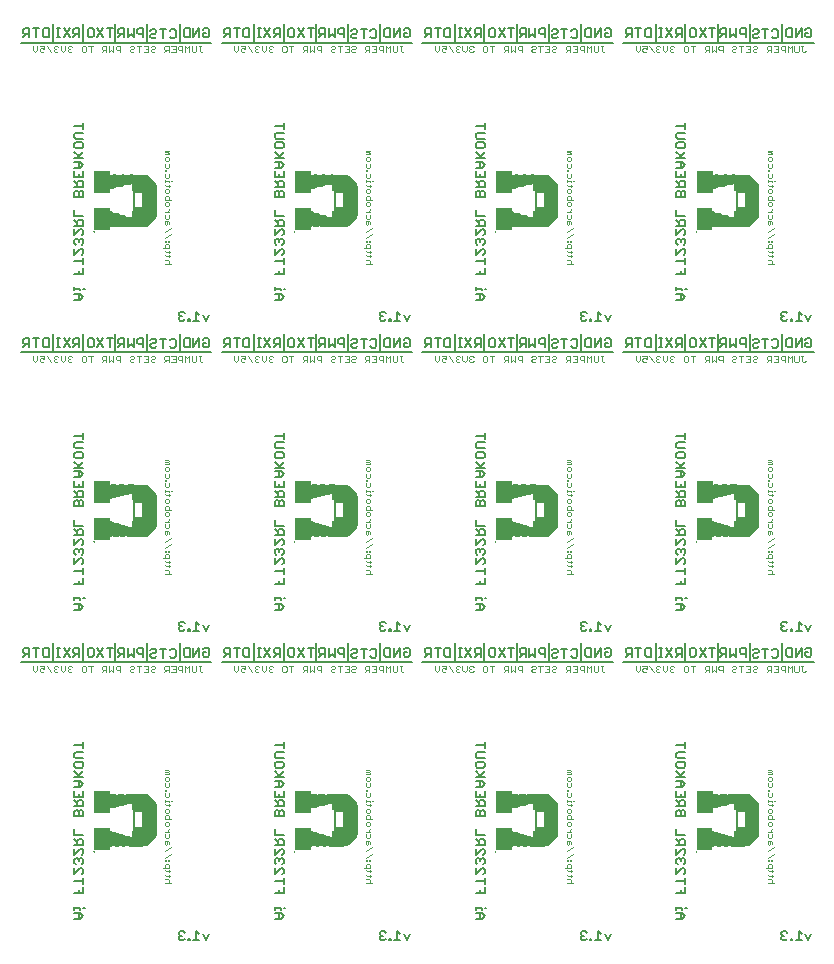
<source format=gbo>
G75*
%MOIN*%
%OFA0B0*%
%FSLAX24Y24*%
%IPPOS*%
%LPD*%
%AMOC8*
5,1,8,0,0,1.08239X$1,22.5*
%
%ADD10C,0.0040*%
%ADD11C,0.0050*%
%ADD12C,0.0060*%
%ADD13R,0.0001X0.0674*%
%ADD14R,0.0001X0.0674*%
%ADD15R,0.0001X0.0687*%
%ADD16R,0.0001X0.0687*%
%ADD17R,0.0001X0.0695*%
%ADD18R,0.0001X0.0694*%
%ADD19R,0.0001X0.0701*%
%ADD20R,0.0001X0.0700*%
%ADD21R,0.0001X0.0705*%
%ADD22R,0.0001X0.0710*%
%ADD23R,0.0001X0.0709*%
%ADD24R,0.0001X0.0713*%
%ADD25R,0.0001X0.0717*%
%ADD26R,0.0001X0.0717*%
%ADD27R,0.0001X0.0720*%
%ADD28R,0.0001X0.0723*%
%ADD29R,0.0001X0.0726*%
%ADD30R,0.0001X0.0725*%
%ADD31R,0.0001X0.0729*%
%ADD32R,0.0001X0.0728*%
%ADD33R,0.0001X0.0731*%
%ADD34R,0.0001X0.0733*%
%ADD35R,0.0001X0.0735*%
%ADD36R,0.0001X0.0737*%
%ADD37R,0.0001X0.0737*%
%ADD38R,0.0001X0.0739*%
%ADD39R,0.0001X0.0741*%
%ADD40R,0.0001X0.0743*%
%ADD41R,0.0001X0.0745*%
%ADD42R,0.0001X0.0744*%
%ADD43R,0.0001X0.0746*%
%ADD44R,0.0001X0.0748*%
%ADD45R,0.0001X0.0747*%
%ADD46R,0.0001X0.0749*%
%ADD47R,0.0001X0.0751*%
%ADD48R,0.0001X0.0750*%
%ADD49R,0.0001X0.0753*%
%ADD50R,0.0001X0.0754*%
%ADD51R,0.0001X0.0755*%
%ADD52R,0.0001X0.0756*%
%ADD53R,0.0001X0.0757*%
%ADD54R,0.0001X0.0757*%
%ADD55R,0.0001X0.0758*%
%ADD56R,0.0001X0.0759*%
%ADD57R,0.0001X0.0761*%
%ADD58R,0.0001X0.0760*%
%ADD59R,0.0001X0.0762*%
%ADD60R,0.0001X0.0763*%
%ADD61R,0.0001X0.0764*%
%ADD62R,0.0001X0.0764*%
%ADD63R,0.0001X0.0765*%
%ADD64R,0.0001X0.0766*%
%ADD65R,0.0001X0.0752*%
%ADD66R,0.0001X0.0747*%
%ADD67R,0.0001X0.0742*%
%ADD68R,0.0001X0.0740*%
%ADD69R,0.0001X0.0738*%
%ADD70R,0.0001X0.0736*%
%ADD71R,0.0001X0.0734*%
%ADD72R,0.0001X0.0732*%
%ADD73R,0.0001X0.0727*%
%ADD74R,0.0001X0.0724*%
%ADD75R,0.0001X0.0721*%
%ADD76R,0.0001X0.0718*%
%ADD77R,0.0001X0.0714*%
%ADD78R,0.0001X0.0711*%
%ADD79R,0.0001X0.0730*%
%ADD80R,0.0001X0.0707*%
%ADD81R,0.0001X0.0702*%
%ADD82R,0.0001X0.0696*%
%ADD83R,0.0001X0.0690*%
%ADD84R,0.0001X0.0680*%
%ADD85R,0.0001X0.0516*%
%ADD86R,0.0001X0.0515*%
%ADD87R,0.0001X0.0514*%
%ADD88R,0.0001X0.0675*%
%ADD89R,0.0001X0.0479*%
%ADD90R,0.0001X0.0513*%
%ADD91R,0.0001X0.0478*%
%ADD92R,0.0001X0.0512*%
%ADD93R,0.0001X0.0511*%
%ADD94R,0.0001X0.0477*%
%ADD95R,0.0001X0.0510*%
%ADD96R,0.0001X0.0476*%
%ADD97R,0.0001X0.0509*%
%ADD98R,0.0001X0.0475*%
%ADD99R,0.0001X0.0508*%
%ADD100R,0.0001X0.0474*%
%ADD101R,0.0001X0.0507*%
%ADD102R,0.0001X0.0506*%
%ADD103R,0.0001X0.0473*%
%ADD104R,0.0001X0.0505*%
%ADD105R,0.0001X0.0472*%
%ADD106R,0.0001X0.0504*%
%ADD107R,0.0001X0.0471*%
%ADD108R,0.0001X0.0503*%
%ADD109R,0.0001X0.0470*%
%ADD110R,0.0001X0.0502*%
%ADD111R,0.0001X0.0469*%
%ADD112R,0.0001X0.0501*%
%ADD113R,0.0001X0.0500*%
%ADD114R,0.0001X0.0468*%
%ADD115R,0.0001X0.0499*%
%ADD116R,0.0001X0.0467*%
%ADD117R,0.0001X0.0498*%
%ADD118R,0.0001X0.0466*%
%ADD119R,0.0001X0.0497*%
%ADD120R,0.0001X0.0465*%
%ADD121R,0.0001X0.0496*%
%ADD122R,0.0001X0.0495*%
%ADD123R,0.0001X0.0464*%
%ADD124R,0.0001X0.0494*%
%ADD125R,0.0001X0.0463*%
%ADD126R,0.0001X0.0493*%
%ADD127R,0.0001X0.0462*%
%ADD128R,0.0001X0.0492*%
%ADD129R,0.0001X0.0461*%
%ADD130R,0.0001X0.0491*%
%ADD131R,0.0001X0.0490*%
%ADD132R,0.0001X0.0460*%
%ADD133R,0.0001X0.0489*%
%ADD134R,0.0001X0.0459*%
%ADD135R,0.0001X0.0488*%
%ADD136R,0.0001X0.0458*%
%ADD137R,0.0001X0.0487*%
%ADD138R,0.0001X0.0457*%
%ADD139R,0.0001X0.0486*%
%ADD140R,0.0001X0.0485*%
%ADD141R,0.0001X0.0456*%
%ADD142R,0.0001X0.0484*%
%ADD143R,0.0001X0.0455*%
%ADD144R,0.0001X0.0483*%
%ADD145R,0.0001X0.0454*%
%ADD146R,0.0001X0.0482*%
%ADD147R,0.0001X0.0453*%
%ADD148R,0.0001X0.0481*%
%ADD149R,0.0001X0.0452*%
%ADD150R,0.0001X0.0480*%
%ADD151R,0.0001X0.0451*%
%ADD152R,0.0001X0.0450*%
%ADD153R,0.0001X0.0449*%
%ADD154R,0.0001X0.0448*%
%ADD155R,0.0001X0.0447*%
%ADD156R,0.0001X0.0446*%
%ADD157R,0.0001X0.0445*%
%ADD158R,0.0001X0.0444*%
%ADD159R,0.0001X0.0443*%
%ADD160R,0.0001X0.0442*%
%ADD161R,0.0001X0.0441*%
%ADD162R,0.0001X0.0440*%
%ADD163R,0.0001X0.0439*%
%ADD164R,0.0001X0.0438*%
%ADD165R,0.0001X0.0437*%
%ADD166R,0.0001X0.0436*%
%ADD167R,0.0001X0.0435*%
%ADD168R,0.0001X0.0434*%
%ADD169R,0.0001X0.0433*%
%ADD170R,0.0001X0.0432*%
%ADD171R,0.0001X0.0431*%
%ADD172R,0.0001X0.0430*%
%ADD173R,0.0001X0.0429*%
%ADD174R,0.0001X0.0428*%
%ADD175R,0.0001X0.0427*%
%ADD176R,0.0001X0.0426*%
%ADD177R,0.0001X0.0425*%
%ADD178R,0.0001X0.0424*%
%ADD179R,0.0001X0.0423*%
%ADD180R,0.0001X0.0422*%
%ADD181R,0.0001X0.0421*%
%ADD182R,0.0001X0.0420*%
%ADD183R,0.0001X0.0419*%
%ADD184R,0.0001X0.0418*%
%ADD185R,0.0001X0.0417*%
%ADD186R,0.0001X0.0416*%
%ADD187R,0.0001X0.0415*%
%ADD188R,0.0001X0.0414*%
%ADD189R,0.0001X0.0413*%
%ADD190R,0.0001X0.0412*%
%ADD191R,0.0001X0.0411*%
%ADD192R,0.0001X0.0410*%
%ADD193R,0.0001X0.0409*%
%ADD194R,0.0001X0.0408*%
%ADD195R,0.0001X0.0407*%
%ADD196R,0.0001X0.0406*%
%ADD197R,0.0001X0.0405*%
%ADD198R,0.0001X0.0404*%
%ADD199R,0.0001X0.0403*%
%ADD200R,0.0001X0.0402*%
%ADD201R,0.0001X0.0401*%
%ADD202R,0.0001X0.0400*%
%ADD203R,0.0001X0.0399*%
%ADD204R,0.0001X0.0398*%
%ADD205R,0.0001X0.0397*%
%ADD206R,0.0001X0.0396*%
%ADD207R,0.0001X0.0395*%
%ADD208R,0.0001X0.0394*%
%ADD209R,0.0001X0.0393*%
%ADD210R,0.0001X0.0392*%
%ADD211R,0.0001X0.0391*%
%ADD212R,0.0001X0.0390*%
%ADD213R,0.0001X0.0389*%
%ADD214R,0.0001X0.0388*%
%ADD215R,0.0001X0.0387*%
%ADD216R,0.0001X0.0386*%
%ADD217R,0.0001X0.0385*%
%ADD218R,0.0001X0.0384*%
%ADD219R,0.0001X0.0383*%
%ADD220R,0.0001X0.0382*%
%ADD221R,0.0001X0.0381*%
%ADD222R,0.0001X0.0380*%
%ADD223R,0.0001X0.0379*%
%ADD224R,0.0001X0.0378*%
%ADD225R,0.0001X0.0377*%
%ADD226R,0.0001X0.0376*%
%ADD227R,0.0001X0.0375*%
%ADD228R,0.0001X0.0374*%
%ADD229R,0.0001X0.0373*%
%ADD230R,0.0001X0.0372*%
%ADD231R,0.0001X0.0371*%
%ADD232R,0.0001X0.0370*%
%ADD233R,0.0001X0.0369*%
%ADD234R,0.0001X0.0368*%
%ADD235R,0.0001X0.0367*%
%ADD236R,0.0001X0.0366*%
%ADD237R,0.0001X0.0365*%
%ADD238R,0.0001X0.0364*%
%ADD239R,0.0001X0.0363*%
%ADD240R,0.0001X0.0362*%
%ADD241R,0.0001X0.0361*%
%ADD242R,0.0001X0.0360*%
%ADD243R,0.0001X0.0359*%
%ADD244R,0.0001X0.0358*%
%ADD245R,0.0001X0.0357*%
%ADD246R,0.0001X0.0356*%
%ADD247R,0.0001X0.0355*%
%ADD248R,0.0001X0.0354*%
%ADD249R,0.0001X0.0353*%
%ADD250R,0.0001X0.0352*%
%ADD251R,0.0001X0.0351*%
%ADD252R,0.0001X0.0350*%
%ADD253R,0.0001X0.0349*%
%ADD254R,0.0001X0.0348*%
%ADD255R,0.0001X0.0347*%
%ADD256R,0.0001X0.0346*%
%ADD257R,0.0001X0.0345*%
%ADD258R,0.0001X0.0344*%
%ADD259R,0.0001X0.0343*%
%ADD260R,0.0001X0.0342*%
%ADD261R,0.0001X0.0341*%
%ADD262R,0.0001X0.0340*%
%ADD263R,0.0001X0.0339*%
%ADD264R,0.0001X0.0338*%
%ADD265R,0.0001X0.0337*%
%ADD266R,0.0001X0.0336*%
%ADD267R,0.0001X0.0335*%
%ADD268R,0.0001X0.0334*%
%ADD269R,0.0001X0.0333*%
%ADD270R,0.0001X0.0332*%
%ADD271R,0.0001X0.0331*%
%ADD272R,0.0001X0.0330*%
%ADD273R,0.0001X0.0329*%
%ADD274R,0.0001X0.0328*%
%ADD275R,0.0001X0.0327*%
%ADD276R,0.0001X0.0326*%
%ADD277R,0.0001X0.0325*%
%ADD278R,0.0001X0.0324*%
%ADD279R,0.0001X0.0323*%
%ADD280R,0.0001X0.0322*%
%ADD281R,0.0001X0.0321*%
%ADD282R,0.0001X0.0320*%
%ADD283R,0.0001X0.0319*%
%ADD284R,0.0001X0.0318*%
%ADD285R,0.0001X0.0317*%
%ADD286R,0.0001X0.0316*%
%ADD287R,0.0001X0.0315*%
%ADD288R,0.0001X0.0314*%
%ADD289R,0.0001X0.0313*%
%ADD290R,0.0001X0.0312*%
%ADD291R,0.0001X0.0311*%
%ADD292R,0.0001X0.0310*%
%ADD293R,0.0001X0.0309*%
%ADD294R,0.0001X0.0308*%
%ADD295R,0.0001X0.0307*%
%ADD296R,0.0001X0.0306*%
%ADD297R,0.0001X0.0305*%
%ADD298R,0.0001X0.0304*%
%ADD299R,0.0001X0.0303*%
%ADD300R,0.0001X0.0302*%
%ADD301R,0.0001X0.0301*%
%ADD302R,0.0001X0.0300*%
%ADD303R,0.0001X0.0299*%
%ADD304R,0.0001X0.0298*%
%ADD305R,0.0001X0.0297*%
%ADD306R,0.0001X0.0296*%
%ADD307R,0.0001X0.0519*%
%ADD308R,0.0001X0.1736*%
%ADD309R,0.0001X0.0643*%
%ADD310R,0.0001X0.0611*%
%ADD311R,0.0001X0.1735*%
%ADD312R,0.0001X0.1734*%
%ADD313R,0.0001X0.1733*%
%ADD314R,0.0001X0.1732*%
%ADD315R,0.0001X0.1731*%
%ADD316R,0.0001X0.1730*%
%ADD317R,0.0001X0.1729*%
%ADD318R,0.0001X0.1728*%
%ADD319R,0.0001X0.1727*%
%ADD320R,0.0001X0.1726*%
%ADD321R,0.0001X0.1725*%
%ADD322R,0.0001X0.1724*%
%ADD323R,0.0001X0.1723*%
%ADD324R,0.0001X0.1722*%
%ADD325R,0.0001X0.1720*%
%ADD326R,0.0001X0.1718*%
%ADD327R,0.0001X0.1716*%
%ADD328R,0.0001X0.1714*%
%ADD329R,0.0001X0.1712*%
%ADD330R,0.0001X0.1711*%
%ADD331R,0.0001X0.1710*%
%ADD332R,0.0001X0.1709*%
%ADD333R,0.0001X0.1708*%
%ADD334R,0.0001X0.1707*%
%ADD335R,0.0001X0.1706*%
%ADD336R,0.0001X0.1705*%
%ADD337R,0.0001X0.1704*%
%ADD338R,0.0001X0.1703*%
%ADD339R,0.0001X0.1702*%
%ADD340R,0.0001X0.1701*%
%ADD341R,0.0001X0.1700*%
%ADD342R,0.0001X0.1699*%
%ADD343R,0.0001X0.1698*%
%ADD344R,0.0001X0.1697*%
%ADD345R,0.0001X0.1696*%
%ADD346R,0.0001X0.1695*%
%ADD347R,0.0001X0.1694*%
%ADD348R,0.0001X0.1693*%
%ADD349R,0.0001X0.1692*%
%ADD350R,0.0001X0.1691*%
%ADD351R,0.0001X0.1690*%
%ADD352R,0.0001X0.1689*%
%ADD353R,0.0001X0.1687*%
%ADD354R,0.0001X0.1685*%
%ADD355R,0.0001X0.1682*%
%ADD356R,0.0001X0.1680*%
%ADD357R,0.0001X0.1678*%
%ADD358R,0.0001X0.1676*%
%ADD359R,0.0001X0.1674*%
%ADD360R,0.0001X0.1672*%
%ADD361R,0.0001X0.1670*%
%ADD362R,0.0001X0.1668*%
%ADD363R,0.0001X0.1666*%
%ADD364R,0.0001X0.1664*%
%ADD365R,0.0001X0.1662*%
%ADD366R,0.0001X0.1660*%
%ADD367R,0.0001X0.1658*%
%ADD368R,0.0001X0.1656*%
%ADD369R,0.0001X0.1654*%
%ADD370R,0.0001X0.1652*%
%ADD371R,0.0001X0.1650*%
%ADD372R,0.0001X0.1648*%
%ADD373R,0.0001X0.1646*%
%ADD374R,0.0001X0.1644*%
%ADD375R,0.0001X0.1642*%
%ADD376R,0.0001X0.1640*%
%ADD377R,0.0001X0.1638*%
%ADD378R,0.0001X0.1636*%
%ADD379R,0.0001X0.1634*%
%ADD380R,0.0001X0.1632*%
%ADD381R,0.0001X0.1630*%
%ADD382R,0.0001X0.1628*%
%ADD383R,0.0001X0.1626*%
%ADD384R,0.0001X0.1624*%
%ADD385R,0.0001X0.1622*%
%ADD386R,0.0001X0.1620*%
%ADD387R,0.0001X0.1617*%
%ADD388R,0.0001X0.1615*%
%ADD389R,0.0001X0.1613*%
%ADD390R,0.0001X0.1611*%
%ADD391R,0.0001X0.1609*%
%ADD392R,0.0001X0.1607*%
%ADD393R,0.0001X0.1605*%
%ADD394R,0.0001X0.1603*%
%ADD395R,0.0001X0.1601*%
%ADD396R,0.0001X0.1599*%
%ADD397R,0.0001X0.1597*%
%ADD398R,0.0001X0.1595*%
%ADD399R,0.0001X0.1593*%
%ADD400R,0.0001X0.1591*%
%ADD401R,0.0001X0.1589*%
%ADD402R,0.0001X0.1587*%
%ADD403R,0.0001X0.1585*%
%ADD404R,0.0001X0.1582*%
%ADD405R,0.0001X0.1580*%
%ADD406R,0.0001X0.1578*%
%ADD407R,0.0001X0.1576*%
%ADD408R,0.0001X0.1574*%
%ADD409R,0.0001X0.1572*%
%ADD410R,0.0001X0.1570*%
%ADD411R,0.0001X0.1568*%
%ADD412R,0.0001X0.1566*%
%ADD413R,0.0001X0.1564*%
%ADD414R,0.0001X0.1562*%
%ADD415R,0.0001X0.1560*%
%ADD416R,0.0001X0.1558*%
%ADD417R,0.0001X0.1556*%
%ADD418R,0.0001X0.1554*%
%ADD419R,0.0001X0.1552*%
%ADD420R,0.0001X0.1550*%
%ADD421R,0.0001X0.1548*%
%ADD422R,0.0001X0.1546*%
%ADD423R,0.0001X0.1544*%
%ADD424R,0.0001X0.1542*%
%ADD425R,0.0001X0.1540*%
%ADD426R,0.0001X0.1538*%
%ADD427R,0.0001X0.1536*%
%ADD428R,0.0001X0.1534*%
%ADD429R,0.0001X0.1532*%
%ADD430R,0.0001X0.1530*%
%ADD431R,0.0001X0.1528*%
%ADD432R,0.0001X0.1526*%
%ADD433R,0.0001X0.1524*%
%ADD434R,0.0001X0.1522*%
%ADD435R,0.0001X0.1520*%
%ADD436R,0.0001X0.1517*%
%ADD437R,0.0001X0.1515*%
%ADD438R,0.0001X0.1513*%
%ADD439R,0.0001X0.1511*%
%ADD440R,0.0001X0.1509*%
%ADD441R,0.0001X0.1507*%
%ADD442R,0.0001X0.1505*%
%ADD443R,0.0001X0.1503*%
%ADD444R,0.0001X0.1501*%
%ADD445R,0.0001X0.1499*%
%ADD446R,0.0001X0.1497*%
%ADD447R,0.0001X0.1495*%
%ADD448R,0.0001X0.1493*%
%ADD449R,0.0001X0.1491*%
%ADD450R,0.0001X0.1489*%
%ADD451R,0.0001X0.1487*%
%ADD452R,0.0001X0.1485*%
%ADD453R,0.0001X0.1482*%
%ADD454R,0.0001X0.1480*%
%ADD455R,0.0001X0.1478*%
%ADD456R,0.0001X0.1476*%
%ADD457R,0.0001X0.1474*%
%ADD458R,0.0001X0.1472*%
%ADD459R,0.0001X0.1470*%
%ADD460R,0.0001X0.1468*%
%ADD461R,0.0001X0.1466*%
%ADD462R,0.0001X0.1464*%
%ADD463R,0.0001X0.1462*%
%ADD464R,0.0001X0.1460*%
%ADD465R,0.0001X0.1458*%
%ADD466R,0.0001X0.1456*%
%ADD467R,0.0001X0.1454*%
%ADD468R,0.0001X0.1452*%
%ADD469R,0.0001X0.1450*%
%ADD470R,0.0001X0.1448*%
%ADD471R,0.0001X0.1446*%
%ADD472R,0.0001X0.1444*%
%ADD473R,0.0001X0.1442*%
%ADD474R,0.0001X0.1440*%
%ADD475R,0.0001X0.1438*%
%ADD476R,0.0001X0.1436*%
%ADD477R,0.0001X0.1434*%
%ADD478R,0.0001X0.1432*%
%ADD479R,0.0001X0.1430*%
%ADD480R,0.0001X0.1428*%
%ADD481R,0.0001X0.1426*%
%ADD482R,0.0001X0.1424*%
%ADD483R,0.0001X0.1422*%
%ADD484R,0.0001X0.1420*%
%ADD485R,0.0001X0.1418*%
%ADD486R,0.0001X0.1415*%
%ADD487R,0.0001X0.1413*%
%ADD488R,0.0001X0.1411*%
%ADD489R,0.0001X0.1409*%
%ADD490R,0.0001X0.1407*%
%ADD491R,0.0001X0.1405*%
%ADD492R,0.0001X0.1403*%
%ADD493R,0.0001X0.1401*%
%ADD494R,0.0001X0.1399*%
%ADD495R,0.0001X0.1397*%
%ADD496R,0.0001X0.1395*%
%ADD497R,0.0001X0.1393*%
%ADD498R,0.0001X0.1391*%
%ADD499R,0.0001X0.1389*%
%ADD500R,0.0001X0.1387*%
%ADD501R,0.0001X0.1384*%
%ADD502R,0.0001X0.1382*%
%ADD503R,0.0001X0.1380*%
%ADD504R,0.0001X0.1378*%
%ADD505R,0.0001X0.1376*%
%ADD506R,0.0001X0.1374*%
%ADD507R,0.0001X0.1372*%
%ADD508R,0.0001X0.1370*%
%ADD509R,0.0001X0.1368*%
%ADD510R,0.0001X0.1366*%
%ADD511R,0.0001X0.1364*%
%ADD512R,0.0001X0.1362*%
%ADD513R,0.0001X0.1360*%
%ADD514R,0.0001X0.1358*%
%ADD515R,0.0001X0.1356*%
%ADD516R,0.0001X0.1354*%
%ADD517R,0.0001X0.1352*%
%ADD518R,0.0001X0.1350*%
%ADD519R,0.0001X0.1348*%
%ADD520R,0.0001X0.1346*%
%ADD521R,0.0001X0.1344*%
%ADD522R,0.0001X0.1342*%
%ADD523R,0.0001X0.1340*%
%ADD524R,0.0001X0.1338*%
%ADD525R,0.0001X0.1336*%
%ADD526R,0.0001X0.1334*%
%ADD527R,0.0001X0.1332*%
%ADD528R,0.0001X0.1330*%
%ADD529R,0.0001X0.1328*%
%ADD530R,0.0001X0.1326*%
%ADD531R,0.0001X0.1324*%
%ADD532R,0.0001X0.1322*%
%ADD533R,0.0001X0.1320*%
%ADD534R,0.0001X0.1318*%
%ADD535R,0.0001X0.1315*%
%ADD536R,0.0001X0.1313*%
%ADD537R,0.0001X0.1311*%
%ADD538R,0.0001X0.1309*%
%ADD539R,0.0001X0.1307*%
%ADD540R,0.0001X0.1305*%
%ADD541R,0.0001X0.1303*%
%ADD542R,0.0001X0.1301*%
%ADD543R,0.0001X0.1299*%
%ADD544R,0.0001X0.1297*%
%ADD545R,0.0001X0.1295*%
%ADD546R,0.0001X0.1293*%
%ADD547R,0.0001X0.1291*%
%ADD548R,0.0001X0.1289*%
%ADD549R,0.0001X0.1287*%
%ADD550R,0.0001X0.1284*%
%ADD551R,0.0001X0.1282*%
%ADD552R,0.0001X0.1280*%
%ADD553R,0.0001X0.1278*%
%ADD554R,0.0001X0.1276*%
%ADD555R,0.0001X0.1274*%
%ADD556R,0.0001X0.1272*%
%ADD557R,0.0001X0.1270*%
%ADD558R,0.0001X0.1268*%
%ADD559R,0.0001X0.1266*%
%ADD560R,0.0001X0.1264*%
%ADD561R,0.0001X0.1262*%
%ADD562R,0.0001X0.1260*%
%ADD563R,0.0001X0.1258*%
%ADD564R,0.0001X0.1256*%
%ADD565R,0.0001X0.1254*%
%ADD566R,0.0001X0.1252*%
%ADD567R,0.0001X0.1250*%
%ADD568R,0.0001X0.1248*%
%ADD569R,0.0001X0.1246*%
%ADD570R,0.0001X0.1244*%
%ADD571R,0.0001X0.1242*%
%ADD572R,0.0001X0.1240*%
%ADD573R,0.0001X0.1238*%
%ADD574R,0.0001X0.1236*%
%ADD575R,0.0001X0.1234*%
%ADD576R,0.0001X0.1232*%
%ADD577R,0.0001X0.1230*%
%ADD578R,0.0001X0.1228*%
%ADD579R,0.0001X0.1226*%
%ADD580R,0.0001X0.1224*%
%ADD581R,0.0001X0.1222*%
%ADD582R,0.0001X0.1220*%
%ADD583R,0.0001X0.1218*%
%ADD584R,0.0001X0.1215*%
%ADD585R,0.0001X0.1213*%
%ADD586R,0.0001X0.1211*%
%ADD587R,0.0001X0.1209*%
%ADD588R,0.0001X0.1207*%
%ADD589R,0.0001X0.1205*%
%ADD590R,0.0001X0.1203*%
%ADD591R,0.0001X0.1201*%
%ADD592R,0.0001X0.1199*%
%ADD593R,0.0001X0.1197*%
%ADD594R,0.0001X0.1195*%
%ADD595R,0.0001X0.1193*%
%ADD596R,0.0001X0.1191*%
%ADD597R,0.0001X0.1189*%
%ADD598R,0.0001X0.1187*%
%ADD599R,0.0001X0.1184*%
%ADD600R,0.0001X0.1182*%
%ADD601R,0.0001X0.1180*%
%ADD602R,0.0001X0.1178*%
%ADD603R,0.0001X0.1176*%
%ADD604R,0.0001X0.1174*%
%ADD605R,0.0001X0.1172*%
%ADD606R,0.0001X0.1170*%
%ADD607R,0.0001X0.1168*%
%ADD608R,0.0001X0.1166*%
%ADD609R,0.0001X0.1164*%
%ADD610R,0.0001X0.1162*%
%ADD611R,0.0001X0.1160*%
%ADD612R,0.0001X0.1158*%
%ADD613R,0.0001X0.1156*%
%ADD614R,0.0001X0.1154*%
%ADD615R,0.0001X0.1152*%
%ADD616R,0.0001X0.1150*%
%ADD617R,0.0001X0.1148*%
%ADD618R,0.0001X0.1146*%
%ADD619R,0.0001X0.1142*%
%ADD620R,0.0001X0.1136*%
%ADD621R,0.0001X0.1131*%
%ADD622R,0.0001X0.1126*%
%ADD623R,0.0001X0.1120*%
%ADD624R,0.0001X0.1114*%
%ADD625R,0.0001X0.1108*%
%ADD626R,0.0001X0.1102*%
%ADD627R,0.0001X0.1095*%
%ADD628R,0.0001X0.1089*%
%ADD629R,0.0001X0.1083*%
%ADD630R,0.0001X0.1075*%
%ADD631R,0.0001X0.1067*%
%ADD632R,0.0001X0.1060*%
%ADD633R,0.0001X0.1052*%
%ADD634R,0.0001X0.1044*%
%ADD635R,0.0001X0.1036*%
%ADD636R,0.0001X0.1026*%
%ADD637R,0.0001X0.1016*%
%ADD638R,0.0001X0.1005*%
%ADD639R,0.0001X0.0993*%
%ADD640R,0.0001X0.0977*%
%ADD641R,0.0001X0.0954*%
%ADD642C,0.0000*%
D10*
X008120Y002648D02*
X008320Y002648D01*
X008254Y002682D02*
X008254Y002748D01*
X008220Y002782D01*
X008120Y002782D01*
X008154Y002903D02*
X008120Y002936D01*
X008154Y002903D02*
X008287Y002903D01*
X008254Y002936D02*
X008254Y002869D01*
X008254Y003017D02*
X008254Y003083D01*
X008287Y003050D02*
X008154Y003050D01*
X008120Y003083D01*
X008120Y003164D02*
X008120Y003264D01*
X008154Y003297D01*
X008220Y003297D01*
X008254Y003264D01*
X008254Y003164D01*
X008053Y003164D01*
X008120Y003385D02*
X008154Y003385D01*
X008154Y003418D01*
X008120Y003418D01*
X008120Y003385D01*
X008220Y003385D02*
X008254Y003385D01*
X008254Y003418D01*
X008220Y003418D01*
X008220Y003385D01*
X008120Y003495D02*
X008320Y003629D01*
X008120Y003716D02*
X008320Y003850D01*
X008254Y003971D02*
X008254Y004038D01*
X008220Y004071D01*
X008120Y004071D01*
X008120Y003971D01*
X008154Y003937D01*
X008187Y003971D01*
X008187Y004071D01*
X008220Y004158D02*
X008154Y004158D01*
X008120Y004192D01*
X008120Y004292D01*
X008120Y004379D02*
X008254Y004379D01*
X008187Y004379D02*
X008254Y004446D01*
X008254Y004479D01*
X008220Y004564D02*
X008154Y004564D01*
X008120Y004597D01*
X008120Y004664D01*
X008154Y004697D01*
X008220Y004697D01*
X008254Y004664D01*
X008254Y004597D01*
X008220Y004564D01*
X008254Y004785D02*
X008254Y004885D01*
X008220Y004918D01*
X008154Y004918D01*
X008120Y004885D01*
X008120Y004785D01*
X008320Y004785D01*
X008220Y005006D02*
X008154Y005006D01*
X008120Y005039D01*
X008120Y005106D01*
X008154Y005139D01*
X008220Y005139D01*
X008254Y005106D01*
X008254Y005039D01*
X008220Y005006D01*
X008254Y005227D02*
X008254Y005293D01*
X008287Y005260D02*
X008154Y005260D01*
X008120Y005293D01*
X008120Y005374D02*
X008120Y005441D01*
X008120Y005407D02*
X008254Y005407D01*
X008254Y005374D01*
X008320Y005407D02*
X008354Y005407D01*
X008220Y005521D02*
X008154Y005521D01*
X008120Y005555D01*
X008120Y005655D01*
X008120Y005742D02*
X008120Y005776D01*
X008154Y005776D01*
X008154Y005742D01*
X008120Y005742D01*
X008154Y005853D02*
X008120Y005886D01*
X008120Y005986D01*
X008154Y006074D02*
X008120Y006107D01*
X008120Y006174D01*
X008154Y006207D01*
X008220Y006207D01*
X008254Y006174D01*
X008254Y006107D01*
X008220Y006074D01*
X008154Y006074D01*
X008254Y005986D02*
X008254Y005886D01*
X008220Y005853D01*
X008154Y005853D01*
X008254Y005655D02*
X008254Y005555D01*
X008220Y005521D01*
X008254Y006295D02*
X008254Y006328D01*
X008220Y006361D01*
X008254Y006395D01*
X008220Y006428D01*
X008120Y006428D01*
X008120Y006361D02*
X008220Y006361D01*
X008254Y006295D02*
X008120Y006295D01*
X008254Y004292D02*
X008254Y004192D01*
X008220Y004158D01*
X008254Y002682D02*
X008220Y002648D01*
X014746Y003164D02*
X014947Y003164D01*
X014947Y003264D01*
X014913Y003297D01*
X014846Y003297D01*
X014813Y003264D01*
X014813Y003164D01*
X014813Y003083D02*
X014846Y003050D01*
X014980Y003050D01*
X014947Y003017D02*
X014947Y003083D01*
X014947Y002936D02*
X014947Y002869D01*
X014980Y002903D02*
X014846Y002903D01*
X014813Y002936D01*
X014813Y002782D02*
X014913Y002782D01*
X014947Y002748D01*
X014947Y002682D01*
X014913Y002648D01*
X015013Y002648D02*
X014813Y002648D01*
X014813Y003385D02*
X014846Y003385D01*
X014846Y003418D01*
X014813Y003418D01*
X014813Y003385D01*
X014913Y003385D02*
X014947Y003385D01*
X014947Y003418D01*
X014913Y003418D01*
X014913Y003385D01*
X014813Y003495D02*
X015013Y003629D01*
X014813Y003716D02*
X015013Y003850D01*
X014947Y003971D02*
X014947Y004038D01*
X014913Y004071D01*
X014813Y004071D01*
X014813Y003971D01*
X014846Y003937D01*
X014880Y003971D01*
X014880Y004071D01*
X014913Y004158D02*
X014846Y004158D01*
X014813Y004192D01*
X014813Y004292D01*
X014813Y004379D02*
X014947Y004379D01*
X014947Y004446D02*
X014947Y004479D01*
X014947Y004446D02*
X014880Y004379D01*
X014947Y004292D02*
X014947Y004192D01*
X014913Y004158D01*
X014913Y004564D02*
X014846Y004564D01*
X014813Y004597D01*
X014813Y004664D01*
X014846Y004697D01*
X014913Y004697D01*
X014947Y004664D01*
X014947Y004597D01*
X014913Y004564D01*
X014947Y004785D02*
X014947Y004885D01*
X014913Y004918D01*
X014846Y004918D01*
X014813Y004885D01*
X014813Y004785D01*
X015013Y004785D01*
X014913Y005006D02*
X014846Y005006D01*
X014813Y005039D01*
X014813Y005106D01*
X014846Y005139D01*
X014913Y005139D01*
X014947Y005106D01*
X014947Y005039D01*
X014913Y005006D01*
X014947Y005227D02*
X014947Y005293D01*
X014980Y005260D02*
X014846Y005260D01*
X014813Y005293D01*
X014813Y005374D02*
X014813Y005441D01*
X014813Y005407D02*
X014947Y005407D01*
X014947Y005374D01*
X015013Y005407D02*
X015047Y005407D01*
X014913Y005521D02*
X014846Y005521D01*
X014813Y005555D01*
X014813Y005655D01*
X014813Y005742D02*
X014813Y005776D01*
X014846Y005776D01*
X014846Y005742D01*
X014813Y005742D01*
X014846Y005853D02*
X014813Y005886D01*
X014813Y005986D01*
X014846Y006074D02*
X014813Y006107D01*
X014813Y006174D01*
X014846Y006207D01*
X014913Y006207D01*
X014947Y006174D01*
X014947Y006107D01*
X014913Y006074D01*
X014846Y006074D01*
X014947Y005986D02*
X014947Y005886D01*
X014913Y005853D01*
X014846Y005853D01*
X014947Y005655D02*
X014947Y005555D01*
X014913Y005521D01*
X014947Y006295D02*
X014813Y006295D01*
X014813Y006361D02*
X014913Y006361D01*
X014947Y006395D01*
X014913Y006428D01*
X014813Y006428D01*
X014913Y006361D02*
X014947Y006328D01*
X014947Y006295D01*
X014922Y009698D02*
X014922Y009908D01*
X014816Y009908D01*
X014781Y009873D01*
X014781Y009803D01*
X014816Y009768D01*
X014922Y009768D01*
X014851Y009768D02*
X014781Y009698D01*
X015012Y009698D02*
X015152Y009698D01*
X015152Y009908D01*
X015012Y009908D01*
X015082Y009803D02*
X015152Y009803D01*
X015242Y009803D02*
X015277Y009768D01*
X015382Y009768D01*
X015382Y009698D02*
X015382Y009908D01*
X015277Y009908D01*
X015242Y009873D01*
X015242Y009803D01*
X015472Y009908D02*
X015472Y009698D01*
X015612Y009698D02*
X015612Y009908D01*
X015542Y009838D01*
X015472Y009908D01*
X015702Y009908D02*
X015702Y009733D01*
X015737Y009698D01*
X015807Y009698D01*
X015842Y009733D01*
X015842Y009908D01*
X015932Y009908D02*
X016002Y009908D01*
X015967Y009908D02*
X015967Y009733D01*
X016002Y009698D01*
X016037Y009698D01*
X016073Y009733D01*
X017101Y009768D02*
X017101Y009908D01*
X017241Y009908D02*
X017241Y009768D01*
X017171Y009698D01*
X017101Y009768D01*
X017331Y009803D02*
X017331Y009733D01*
X017366Y009698D01*
X017436Y009698D01*
X017471Y009733D01*
X017471Y009803D02*
X017401Y009838D01*
X017366Y009838D01*
X017331Y009803D01*
X017331Y009908D02*
X017471Y009908D01*
X017471Y009803D01*
X017561Y009908D02*
X017701Y009698D01*
X017791Y009733D02*
X017826Y009698D01*
X017896Y009698D01*
X017931Y009733D01*
X018021Y009768D02*
X018021Y009908D01*
X017931Y009873D02*
X017896Y009908D01*
X017826Y009908D01*
X017791Y009873D01*
X017791Y009838D01*
X017826Y009803D01*
X017791Y009768D01*
X017791Y009733D01*
X017826Y009803D02*
X017861Y009803D01*
X018021Y009768D02*
X018091Y009698D01*
X018162Y009768D01*
X018162Y009908D01*
X018252Y009873D02*
X018252Y009838D01*
X018287Y009803D01*
X018252Y009768D01*
X018252Y009733D01*
X018287Y009698D01*
X018357Y009698D01*
X018392Y009733D01*
X018322Y009803D02*
X018287Y009803D01*
X018252Y009873D02*
X018287Y009908D01*
X018357Y009908D01*
X018392Y009873D01*
X018712Y009873D02*
X018747Y009908D01*
X018817Y009908D01*
X018852Y009873D01*
X018852Y009733D01*
X018817Y009698D01*
X018747Y009698D01*
X018712Y009733D01*
X018712Y009873D01*
X018942Y009908D02*
X019082Y009908D01*
X019012Y009908D02*
X019012Y009698D01*
X019403Y009698D02*
X019473Y009768D01*
X019438Y009768D02*
X019543Y009768D01*
X019543Y009698D02*
X019543Y009908D01*
X019438Y009908D01*
X019403Y009873D01*
X019403Y009803D01*
X019438Y009768D01*
X019633Y009698D02*
X019633Y009908D01*
X019773Y009908D02*
X019773Y009698D01*
X019703Y009768D01*
X019633Y009698D01*
X019863Y009803D02*
X019898Y009768D01*
X020003Y009768D01*
X020003Y009698D02*
X020003Y009908D01*
X019898Y009908D01*
X019863Y009873D01*
X019863Y009803D01*
X020323Y009768D02*
X020323Y009733D01*
X020358Y009698D01*
X020428Y009698D01*
X020463Y009733D01*
X020428Y009803D02*
X020358Y009803D01*
X020323Y009768D01*
X020323Y009873D02*
X020358Y009908D01*
X020428Y009908D01*
X020463Y009873D01*
X020463Y009838D01*
X020428Y009803D01*
X020554Y009908D02*
X020694Y009908D01*
X020624Y009908D02*
X020624Y009698D01*
X020784Y009698D02*
X020924Y009698D01*
X020924Y009908D01*
X020784Y009908D01*
X020854Y009803D02*
X020924Y009803D01*
X021014Y009768D02*
X021014Y009733D01*
X021049Y009698D01*
X021119Y009698D01*
X021154Y009733D01*
X021119Y009803D02*
X021154Y009838D01*
X021154Y009873D01*
X021119Y009908D01*
X021049Y009908D01*
X021014Y009873D01*
X021049Y009803D02*
X021014Y009768D01*
X021049Y009803D02*
X021119Y009803D01*
X021474Y009803D02*
X021509Y009768D01*
X021614Y009768D01*
X021544Y009768D02*
X021474Y009698D01*
X021474Y009803D02*
X021474Y009873D01*
X021509Y009908D01*
X021614Y009908D01*
X021614Y009698D01*
X021705Y009698D02*
X021845Y009698D01*
X021845Y009908D01*
X021705Y009908D01*
X021775Y009803D02*
X021845Y009803D01*
X021935Y009803D02*
X021970Y009768D01*
X022075Y009768D01*
X022075Y009698D02*
X022075Y009908D01*
X021970Y009908D01*
X021935Y009873D01*
X021935Y009803D01*
X022165Y009908D02*
X022165Y009698D01*
X022305Y009698D02*
X022305Y009908D01*
X022235Y009838D01*
X022165Y009908D01*
X022395Y009908D02*
X022395Y009733D01*
X022430Y009698D01*
X022500Y009698D01*
X022535Y009733D01*
X022535Y009908D01*
X022625Y009908D02*
X022695Y009908D01*
X022660Y009908D02*
X022660Y009733D01*
X022695Y009698D01*
X022730Y009698D01*
X022765Y009733D01*
X023794Y009768D02*
X023794Y009908D01*
X023934Y009908D02*
X023934Y009768D01*
X023864Y009698D01*
X023794Y009768D01*
X024024Y009803D02*
X024024Y009733D01*
X024059Y009698D01*
X024129Y009698D01*
X024164Y009733D01*
X024164Y009803D02*
X024094Y009838D01*
X024059Y009838D01*
X024024Y009803D01*
X024024Y009908D02*
X024164Y009908D01*
X024164Y009803D01*
X024254Y009908D02*
X024394Y009698D01*
X024484Y009733D02*
X024519Y009698D01*
X024589Y009698D01*
X024624Y009733D01*
X024714Y009768D02*
X024714Y009908D01*
X024624Y009873D02*
X024589Y009908D01*
X024519Y009908D01*
X024484Y009873D01*
X024484Y009838D01*
X024519Y009803D01*
X024484Y009768D01*
X024484Y009733D01*
X024519Y009803D02*
X024554Y009803D01*
X024714Y009768D02*
X024784Y009698D01*
X024854Y009768D01*
X024854Y009908D01*
X024945Y009873D02*
X024980Y009908D01*
X025050Y009908D01*
X025085Y009873D01*
X025015Y009803D02*
X024980Y009803D01*
X024945Y009768D01*
X024945Y009733D01*
X024980Y009698D01*
X025050Y009698D01*
X025085Y009733D01*
X024980Y009803D02*
X024945Y009838D01*
X024945Y009873D01*
X025405Y009873D02*
X025440Y009908D01*
X025510Y009908D01*
X025545Y009873D01*
X025545Y009733D01*
X025510Y009698D01*
X025440Y009698D01*
X025405Y009733D01*
X025405Y009873D01*
X025635Y009908D02*
X025775Y009908D01*
X025705Y009908D02*
X025705Y009698D01*
X026095Y009698D02*
X026166Y009768D01*
X026131Y009768D02*
X026236Y009768D01*
X026236Y009698D02*
X026236Y009908D01*
X026131Y009908D01*
X026095Y009873D01*
X026095Y009803D01*
X026131Y009768D01*
X026326Y009698D02*
X026326Y009908D01*
X026466Y009908D02*
X026466Y009698D01*
X026396Y009768D01*
X026326Y009698D01*
X026556Y009803D02*
X026591Y009768D01*
X026696Y009768D01*
X026696Y009698D02*
X026696Y009908D01*
X026591Y009908D01*
X026556Y009873D01*
X026556Y009803D01*
X027016Y009768D02*
X027016Y009733D01*
X027051Y009698D01*
X027121Y009698D01*
X027156Y009733D01*
X027121Y009803D02*
X027051Y009803D01*
X027016Y009768D01*
X027016Y009873D02*
X027051Y009908D01*
X027121Y009908D01*
X027156Y009873D01*
X027156Y009838D01*
X027121Y009803D01*
X027246Y009908D02*
X027387Y009908D01*
X027317Y009908D02*
X027317Y009698D01*
X027477Y009698D02*
X027617Y009698D01*
X027617Y009908D01*
X027477Y009908D01*
X027547Y009803D02*
X027617Y009803D01*
X027707Y009768D02*
X027707Y009733D01*
X027742Y009698D01*
X027812Y009698D01*
X027847Y009733D01*
X027812Y009803D02*
X027742Y009803D01*
X027707Y009768D01*
X027707Y009873D02*
X027742Y009908D01*
X027812Y009908D01*
X027847Y009873D01*
X027847Y009838D01*
X027812Y009803D01*
X028167Y009803D02*
X028202Y009768D01*
X028307Y009768D01*
X028237Y009768D02*
X028167Y009698D01*
X028167Y009803D02*
X028167Y009873D01*
X028202Y009908D01*
X028307Y009908D01*
X028307Y009698D01*
X028397Y009698D02*
X028538Y009698D01*
X028538Y009908D01*
X028397Y009908D01*
X028468Y009803D02*
X028538Y009803D01*
X028628Y009803D02*
X028663Y009768D01*
X028768Y009768D01*
X028768Y009698D02*
X028768Y009908D01*
X028663Y009908D01*
X028628Y009873D01*
X028628Y009803D01*
X028858Y009908D02*
X028858Y009698D01*
X028998Y009698D02*
X028998Y009908D01*
X028928Y009838D01*
X028858Y009908D01*
X029088Y009908D02*
X029088Y009733D01*
X029123Y009698D01*
X029193Y009698D01*
X029228Y009733D01*
X029228Y009908D01*
X029318Y009908D02*
X029388Y009908D01*
X029353Y009908D02*
X029353Y009733D01*
X029388Y009698D01*
X029423Y009698D01*
X029458Y009733D01*
X028399Y012974D02*
X028199Y012974D01*
X028299Y012974D02*
X028332Y013007D01*
X028332Y013074D01*
X028299Y013107D01*
X028199Y013107D01*
X028232Y013228D02*
X028199Y013262D01*
X028232Y013228D02*
X028366Y013228D01*
X028332Y013195D02*
X028332Y013262D01*
X028332Y013342D02*
X028332Y013409D01*
X028366Y013376D02*
X028232Y013376D01*
X028199Y013409D01*
X028199Y013490D02*
X028199Y013590D01*
X028232Y013623D01*
X028299Y013623D01*
X028332Y013590D01*
X028332Y013490D01*
X028132Y013490D01*
X028199Y013711D02*
X028232Y013711D01*
X028232Y013744D01*
X028199Y013744D01*
X028199Y013711D01*
X028299Y013711D02*
X028332Y013711D01*
X028332Y013744D01*
X028299Y013744D01*
X028299Y013711D01*
X028199Y013821D02*
X028399Y013954D01*
X028199Y014042D02*
X028399Y014175D01*
X028332Y014296D02*
X028332Y014363D01*
X028299Y014396D01*
X028199Y014396D01*
X028199Y014296D01*
X028232Y014263D01*
X028266Y014296D01*
X028266Y014396D01*
X028299Y014484D02*
X028232Y014484D01*
X028199Y014517D01*
X028199Y014617D01*
X028199Y014705D02*
X028332Y014705D01*
X028266Y014705D02*
X028332Y014772D01*
X028332Y014805D01*
X028299Y014889D02*
X028232Y014889D01*
X028199Y014923D01*
X028199Y014989D01*
X028232Y015023D01*
X028299Y015023D01*
X028332Y014989D01*
X028332Y014923D01*
X028299Y014889D01*
X028332Y015110D02*
X028332Y015210D01*
X028299Y015244D01*
X028232Y015244D01*
X028199Y015210D01*
X028199Y015110D01*
X028399Y015110D01*
X028299Y015331D02*
X028232Y015331D01*
X028199Y015364D01*
X028199Y015431D01*
X028232Y015465D01*
X028299Y015465D01*
X028332Y015431D01*
X028332Y015364D01*
X028299Y015331D01*
X028332Y015552D02*
X028332Y015619D01*
X028366Y015585D02*
X028232Y015585D01*
X028199Y015619D01*
X028199Y015699D02*
X028199Y015766D01*
X028199Y015733D02*
X028332Y015733D01*
X028332Y015699D01*
X028399Y015733D02*
X028432Y015733D01*
X028299Y015847D02*
X028232Y015847D01*
X028199Y015880D01*
X028199Y015980D01*
X028199Y016068D02*
X028199Y016101D01*
X028232Y016101D01*
X028232Y016068D01*
X028199Y016068D01*
X028232Y016178D02*
X028199Y016212D01*
X028199Y016312D01*
X028232Y016399D02*
X028199Y016433D01*
X028199Y016499D01*
X028232Y016533D01*
X028299Y016533D01*
X028332Y016499D01*
X028332Y016433D01*
X028299Y016399D01*
X028232Y016399D01*
X028332Y016312D02*
X028332Y016212D01*
X028299Y016178D01*
X028232Y016178D01*
X028332Y015980D02*
X028332Y015880D01*
X028299Y015847D01*
X028332Y016620D02*
X028332Y016654D01*
X028299Y016687D01*
X028332Y016720D01*
X028299Y016754D01*
X028199Y016754D01*
X028199Y016687D02*
X028299Y016687D01*
X028332Y016620D02*
X028199Y016620D01*
X028332Y014617D02*
X028332Y014517D01*
X028299Y014484D01*
X028307Y020023D02*
X028307Y020233D01*
X028202Y020233D01*
X028167Y020198D01*
X028167Y020128D01*
X028202Y020093D01*
X028307Y020093D01*
X028237Y020093D02*
X028167Y020023D01*
X028397Y020023D02*
X028538Y020023D01*
X028538Y020233D01*
X028397Y020233D01*
X028468Y020128D02*
X028538Y020128D01*
X028628Y020128D02*
X028663Y020093D01*
X028768Y020093D01*
X028768Y020023D02*
X028768Y020233D01*
X028663Y020233D01*
X028628Y020198D01*
X028628Y020128D01*
X028858Y020233D02*
X028858Y020023D01*
X028998Y020023D02*
X028998Y020233D01*
X028928Y020163D01*
X028858Y020233D01*
X029088Y020233D02*
X029088Y020058D01*
X029123Y020023D01*
X029193Y020023D01*
X029228Y020058D01*
X029228Y020233D01*
X029318Y020233D02*
X029388Y020233D01*
X029353Y020233D02*
X029353Y020058D01*
X029388Y020023D01*
X029423Y020023D01*
X029458Y020058D01*
X027847Y020058D02*
X027812Y020023D01*
X027742Y020023D01*
X027707Y020058D01*
X027707Y020093D01*
X027742Y020128D01*
X027812Y020128D01*
X027847Y020163D01*
X027847Y020198D01*
X027812Y020233D01*
X027742Y020233D01*
X027707Y020198D01*
X027617Y020233D02*
X027617Y020023D01*
X027477Y020023D01*
X027547Y020128D02*
X027617Y020128D01*
X027617Y020233D02*
X027477Y020233D01*
X027387Y020233D02*
X027246Y020233D01*
X027317Y020233D02*
X027317Y020023D01*
X027156Y020058D02*
X027121Y020023D01*
X027051Y020023D01*
X027016Y020058D01*
X027016Y020093D01*
X027051Y020128D01*
X027121Y020128D01*
X027156Y020163D01*
X027156Y020198D01*
X027121Y020233D01*
X027051Y020233D01*
X027016Y020198D01*
X026696Y020233D02*
X026696Y020023D01*
X026696Y020093D02*
X026591Y020093D01*
X026556Y020128D01*
X026556Y020198D01*
X026591Y020233D01*
X026696Y020233D01*
X026466Y020233D02*
X026466Y020023D01*
X026396Y020093D01*
X026326Y020023D01*
X026326Y020233D01*
X026236Y020233D02*
X026131Y020233D01*
X026095Y020198D01*
X026095Y020128D01*
X026131Y020093D01*
X026236Y020093D01*
X026236Y020023D02*
X026236Y020233D01*
X026166Y020093D02*
X026095Y020023D01*
X025775Y020233D02*
X025635Y020233D01*
X025705Y020233D02*
X025705Y020023D01*
X025545Y020058D02*
X025510Y020023D01*
X025440Y020023D01*
X025405Y020058D01*
X025405Y020198D01*
X025440Y020233D01*
X025510Y020233D01*
X025545Y020198D01*
X025545Y020058D01*
X025085Y020058D02*
X025050Y020023D01*
X024980Y020023D01*
X024945Y020058D01*
X024945Y020093D01*
X024980Y020128D01*
X025015Y020128D01*
X024980Y020128D02*
X024945Y020163D01*
X024945Y020198D01*
X024980Y020233D01*
X025050Y020233D01*
X025085Y020198D01*
X024854Y020233D02*
X024854Y020093D01*
X024784Y020023D01*
X024714Y020093D01*
X024714Y020233D01*
X024624Y020198D02*
X024589Y020233D01*
X024519Y020233D01*
X024484Y020198D01*
X024484Y020163D01*
X024519Y020128D01*
X024484Y020093D01*
X024484Y020058D01*
X024519Y020023D01*
X024589Y020023D01*
X024624Y020058D01*
X024554Y020128D02*
X024519Y020128D01*
X024394Y020023D02*
X024254Y020233D01*
X024164Y020233D02*
X024164Y020128D01*
X024094Y020163D01*
X024059Y020163D01*
X024024Y020128D01*
X024024Y020058D01*
X024059Y020023D01*
X024129Y020023D01*
X024164Y020058D01*
X024164Y020233D02*
X024024Y020233D01*
X023934Y020233D02*
X023934Y020093D01*
X023864Y020023D01*
X023794Y020093D01*
X023794Y020233D01*
X022765Y020058D02*
X022730Y020023D01*
X022695Y020023D01*
X022660Y020058D01*
X022660Y020233D01*
X022695Y020233D02*
X022625Y020233D01*
X022535Y020233D02*
X022535Y020058D01*
X022500Y020023D01*
X022430Y020023D01*
X022395Y020058D01*
X022395Y020233D01*
X022305Y020233D02*
X022235Y020163D01*
X022165Y020233D01*
X022165Y020023D01*
X022075Y020023D02*
X022075Y020233D01*
X021970Y020233D01*
X021935Y020198D01*
X021935Y020128D01*
X021970Y020093D01*
X022075Y020093D01*
X021845Y020128D02*
X021775Y020128D01*
X021845Y020023D02*
X021705Y020023D01*
X021614Y020023D02*
X021614Y020233D01*
X021509Y020233D01*
X021474Y020198D01*
X021474Y020128D01*
X021509Y020093D01*
X021614Y020093D01*
X021544Y020093D02*
X021474Y020023D01*
X021705Y020233D02*
X021845Y020233D01*
X021845Y020023D01*
X022305Y020023D02*
X022305Y020233D01*
X021154Y020198D02*
X021154Y020163D01*
X021119Y020128D01*
X021049Y020128D01*
X021014Y020093D01*
X021014Y020058D01*
X021049Y020023D01*
X021119Y020023D01*
X021154Y020058D01*
X021154Y020198D02*
X021119Y020233D01*
X021049Y020233D01*
X021014Y020198D01*
X020924Y020233D02*
X020924Y020023D01*
X020784Y020023D01*
X020854Y020128D02*
X020924Y020128D01*
X020924Y020233D02*
X020784Y020233D01*
X020694Y020233D02*
X020554Y020233D01*
X020624Y020233D02*
X020624Y020023D01*
X020463Y020058D02*
X020428Y020023D01*
X020358Y020023D01*
X020323Y020058D01*
X020323Y020093D01*
X020358Y020128D01*
X020428Y020128D01*
X020463Y020163D01*
X020463Y020198D01*
X020428Y020233D01*
X020358Y020233D01*
X020323Y020198D01*
X020003Y020233D02*
X020003Y020023D01*
X020003Y020093D02*
X019898Y020093D01*
X019863Y020128D01*
X019863Y020198D01*
X019898Y020233D01*
X020003Y020233D01*
X019773Y020233D02*
X019773Y020023D01*
X019703Y020093D01*
X019633Y020023D01*
X019633Y020233D01*
X019543Y020233D02*
X019438Y020233D01*
X019403Y020198D01*
X019403Y020128D01*
X019438Y020093D01*
X019543Y020093D01*
X019543Y020023D02*
X019543Y020233D01*
X019473Y020093D02*
X019403Y020023D01*
X019082Y020233D02*
X018942Y020233D01*
X019012Y020233D02*
X019012Y020023D01*
X018852Y020058D02*
X018817Y020023D01*
X018747Y020023D01*
X018712Y020058D01*
X018712Y020198D01*
X018747Y020233D01*
X018817Y020233D01*
X018852Y020198D01*
X018852Y020058D01*
X018392Y020058D02*
X018357Y020023D01*
X018287Y020023D01*
X018252Y020058D01*
X018252Y020093D01*
X018287Y020128D01*
X018322Y020128D01*
X018287Y020128D02*
X018252Y020163D01*
X018252Y020198D01*
X018287Y020233D01*
X018357Y020233D01*
X018392Y020198D01*
X018162Y020233D02*
X018162Y020093D01*
X018091Y020023D01*
X018021Y020093D01*
X018021Y020233D01*
X017931Y020198D02*
X017896Y020233D01*
X017826Y020233D01*
X017791Y020198D01*
X017791Y020163D01*
X017826Y020128D01*
X017791Y020093D01*
X017791Y020058D01*
X017826Y020023D01*
X017896Y020023D01*
X017931Y020058D01*
X017861Y020128D02*
X017826Y020128D01*
X017701Y020023D02*
X017561Y020233D01*
X017471Y020233D02*
X017471Y020128D01*
X017401Y020163D01*
X017366Y020163D01*
X017331Y020128D01*
X017331Y020058D01*
X017366Y020023D01*
X017436Y020023D01*
X017471Y020058D01*
X017471Y020233D02*
X017331Y020233D01*
X017241Y020233D02*
X017241Y020093D01*
X017171Y020023D01*
X017101Y020093D01*
X017101Y020233D01*
X016073Y020058D02*
X016037Y020023D01*
X016002Y020023D01*
X015967Y020058D01*
X015967Y020233D01*
X016002Y020233D02*
X015932Y020233D01*
X015842Y020233D02*
X015842Y020058D01*
X015807Y020023D01*
X015737Y020023D01*
X015702Y020058D01*
X015702Y020233D01*
X015612Y020233D02*
X015542Y020163D01*
X015472Y020233D01*
X015472Y020023D01*
X015382Y020023D02*
X015382Y020233D01*
X015277Y020233D01*
X015242Y020198D01*
X015242Y020128D01*
X015277Y020093D01*
X015382Y020093D01*
X015152Y020128D02*
X015082Y020128D01*
X015152Y020233D02*
X015152Y020023D01*
X015012Y020023D01*
X014922Y020023D02*
X014922Y020233D01*
X014816Y020233D01*
X014781Y020198D01*
X014781Y020128D01*
X014816Y020093D01*
X014922Y020093D01*
X014851Y020093D02*
X014781Y020023D01*
X015012Y020233D02*
X015152Y020233D01*
X015612Y020233D02*
X015612Y020023D01*
X014461Y020058D02*
X014426Y020023D01*
X014356Y020023D01*
X014321Y020058D01*
X014321Y020093D01*
X014356Y020128D01*
X014426Y020128D01*
X014461Y020163D01*
X014461Y020198D01*
X014426Y020233D01*
X014356Y020233D01*
X014321Y020198D01*
X014231Y020233D02*
X014231Y020023D01*
X014091Y020023D01*
X014161Y020128D02*
X014231Y020128D01*
X014231Y020233D02*
X014091Y020233D01*
X014001Y020233D02*
X013861Y020233D01*
X013931Y020233D02*
X013931Y020023D01*
X013771Y020058D02*
X013736Y020023D01*
X013665Y020023D01*
X013630Y020058D01*
X013630Y020093D01*
X013665Y020128D01*
X013736Y020128D01*
X013771Y020163D01*
X013771Y020198D01*
X013736Y020233D01*
X013665Y020233D01*
X013630Y020198D01*
X013310Y020233D02*
X013310Y020023D01*
X013310Y020093D02*
X013205Y020093D01*
X013170Y020128D01*
X013170Y020198D01*
X013205Y020233D01*
X013310Y020233D01*
X013080Y020233D02*
X013080Y020023D01*
X013010Y020093D01*
X012940Y020023D01*
X012940Y020233D01*
X012850Y020233D02*
X012850Y020023D01*
X012850Y020093D02*
X012745Y020093D01*
X012710Y020128D01*
X012710Y020198D01*
X012745Y020233D01*
X012850Y020233D01*
X012780Y020093D02*
X012710Y020023D01*
X012389Y020233D02*
X012249Y020233D01*
X012319Y020233D02*
X012319Y020023D01*
X012159Y020058D02*
X012159Y020198D01*
X012124Y020233D01*
X012054Y020233D01*
X012019Y020198D01*
X012019Y020058D01*
X012054Y020023D01*
X012124Y020023D01*
X012159Y020058D01*
X011699Y020058D02*
X011664Y020023D01*
X011594Y020023D01*
X011559Y020058D01*
X011559Y020093D01*
X011594Y020128D01*
X011629Y020128D01*
X011594Y020128D02*
X011559Y020163D01*
X011559Y020198D01*
X011594Y020233D01*
X011664Y020233D01*
X011699Y020198D01*
X011469Y020233D02*
X011469Y020093D01*
X011399Y020023D01*
X011328Y020093D01*
X011328Y020233D01*
X011238Y020198D02*
X011203Y020233D01*
X011133Y020233D01*
X011098Y020198D01*
X011098Y020163D01*
X011133Y020128D01*
X011098Y020093D01*
X011098Y020058D01*
X011133Y020023D01*
X011203Y020023D01*
X011238Y020058D01*
X011168Y020128D02*
X011133Y020128D01*
X011008Y020023D02*
X010868Y020233D01*
X010778Y020233D02*
X010778Y020128D01*
X010708Y020163D01*
X010673Y020163D01*
X010638Y020128D01*
X010638Y020058D01*
X010673Y020023D01*
X010743Y020023D01*
X010778Y020058D01*
X010778Y020233D02*
X010638Y020233D01*
X010548Y020233D02*
X010548Y020093D01*
X010478Y020023D01*
X010408Y020093D01*
X010408Y020233D01*
X009380Y020058D02*
X009345Y020023D01*
X009310Y020023D01*
X009275Y020058D01*
X009275Y020233D01*
X009310Y020233D02*
X009239Y020233D01*
X009149Y020233D02*
X009149Y020058D01*
X009114Y020023D01*
X009044Y020023D01*
X009009Y020058D01*
X009009Y020233D01*
X008919Y020233D02*
X008849Y020163D01*
X008779Y020233D01*
X008779Y020023D01*
X008689Y020023D02*
X008689Y020233D01*
X008584Y020233D01*
X008549Y020198D01*
X008549Y020128D01*
X008584Y020093D01*
X008689Y020093D01*
X008459Y020128D02*
X008389Y020128D01*
X008459Y020233D02*
X008459Y020023D01*
X008319Y020023D01*
X008229Y020023D02*
X008229Y020233D01*
X008124Y020233D01*
X008089Y020198D01*
X008089Y020128D01*
X008124Y020093D01*
X008229Y020093D01*
X008159Y020093D02*
X008089Y020023D01*
X008319Y020233D02*
X008459Y020233D01*
X008919Y020233D02*
X008919Y020023D01*
X007768Y020058D02*
X007733Y020023D01*
X007663Y020023D01*
X007628Y020058D01*
X007628Y020093D01*
X007663Y020128D01*
X007733Y020128D01*
X007768Y020163D01*
X007768Y020198D01*
X007733Y020233D01*
X007663Y020233D01*
X007628Y020198D01*
X007538Y020233D02*
X007538Y020023D01*
X007398Y020023D01*
X007468Y020128D02*
X007538Y020128D01*
X007538Y020233D02*
X007398Y020233D01*
X007308Y020233D02*
X007168Y020233D01*
X007238Y020233D02*
X007238Y020023D01*
X007078Y020058D02*
X007043Y020023D01*
X006973Y020023D01*
X006938Y020058D01*
X006938Y020093D01*
X006973Y020128D01*
X007043Y020128D01*
X007078Y020163D01*
X007078Y020198D01*
X007043Y020233D01*
X006973Y020233D01*
X006938Y020198D01*
X006617Y020233D02*
X006617Y020023D01*
X006617Y020093D02*
X006512Y020093D01*
X006477Y020128D01*
X006477Y020198D01*
X006512Y020233D01*
X006617Y020233D01*
X006387Y020233D02*
X006387Y020023D01*
X006317Y020093D01*
X006247Y020023D01*
X006247Y020233D01*
X006157Y020233D02*
X006052Y020233D01*
X006017Y020198D01*
X006017Y020128D01*
X006052Y020093D01*
X006157Y020093D01*
X006157Y020023D02*
X006157Y020233D01*
X006087Y020093D02*
X006017Y020023D01*
X005696Y020233D02*
X005556Y020233D01*
X005626Y020233D02*
X005626Y020023D01*
X005466Y020058D02*
X005466Y020198D01*
X005431Y020233D01*
X005361Y020233D01*
X005326Y020198D01*
X005326Y020058D01*
X005361Y020023D01*
X005431Y020023D01*
X005466Y020058D01*
X005006Y020058D02*
X004971Y020023D01*
X004901Y020023D01*
X004866Y020058D01*
X004866Y020093D01*
X004901Y020128D01*
X004936Y020128D01*
X004901Y020128D02*
X004866Y020163D01*
X004866Y020198D01*
X004901Y020233D01*
X004971Y020233D01*
X005006Y020198D01*
X004776Y020233D02*
X004776Y020093D01*
X004706Y020023D01*
X004636Y020093D01*
X004636Y020233D01*
X004545Y020198D02*
X004510Y020233D01*
X004440Y020233D01*
X004405Y020198D01*
X004405Y020163D01*
X004440Y020128D01*
X004405Y020093D01*
X004405Y020058D01*
X004440Y020023D01*
X004510Y020023D01*
X004545Y020058D01*
X004475Y020128D02*
X004440Y020128D01*
X004315Y020023D02*
X004175Y020233D01*
X004085Y020233D02*
X004085Y020128D01*
X004015Y020163D01*
X003980Y020163D01*
X003945Y020128D01*
X003945Y020058D01*
X003980Y020023D01*
X004050Y020023D01*
X004085Y020058D01*
X004085Y020233D02*
X003945Y020233D01*
X003855Y020233D02*
X003855Y020093D01*
X003785Y020023D01*
X003715Y020093D01*
X003715Y020233D01*
X008120Y023300D02*
X008320Y023300D01*
X008254Y023333D02*
X008254Y023400D01*
X008220Y023433D01*
X008120Y023433D01*
X008154Y023554D02*
X008120Y023587D01*
X008154Y023554D02*
X008287Y023554D01*
X008254Y023521D02*
X008254Y023587D01*
X008254Y023668D02*
X008254Y023735D01*
X008287Y023701D02*
X008154Y023701D01*
X008120Y023735D01*
X008120Y023815D02*
X008120Y023915D01*
X008154Y023949D01*
X008220Y023949D01*
X008254Y023915D01*
X008254Y023815D01*
X008053Y023815D01*
X008120Y024036D02*
X008154Y024036D01*
X008154Y024070D01*
X008120Y024070D01*
X008120Y024036D01*
X008220Y024036D02*
X008254Y024036D01*
X008254Y024070D01*
X008220Y024070D01*
X008220Y024036D01*
X008120Y024147D02*
X008320Y024280D01*
X008120Y024368D02*
X008320Y024501D01*
X008254Y024622D02*
X008254Y024689D01*
X008220Y024722D01*
X008120Y024722D01*
X008120Y024622D01*
X008154Y024589D01*
X008187Y024622D01*
X008187Y024722D01*
X008220Y024810D02*
X008154Y024810D01*
X008120Y024843D01*
X008120Y024943D01*
X008120Y025031D02*
X008254Y025031D01*
X008254Y025097D02*
X008254Y025131D01*
X008254Y025097D02*
X008187Y025031D01*
X008254Y024943D02*
X008254Y024843D01*
X008220Y024810D01*
X008220Y025215D02*
X008154Y025215D01*
X008120Y025248D01*
X008120Y025315D01*
X008154Y025348D01*
X008220Y025348D01*
X008254Y025315D01*
X008254Y025248D01*
X008220Y025215D01*
X008254Y025436D02*
X008254Y025536D01*
X008220Y025569D01*
X008154Y025569D01*
X008120Y025536D01*
X008120Y025436D01*
X008320Y025436D01*
X008220Y025657D02*
X008154Y025657D01*
X008120Y025690D01*
X008120Y025757D01*
X008154Y025790D01*
X008220Y025790D01*
X008254Y025757D01*
X008254Y025690D01*
X008220Y025657D01*
X008254Y025878D02*
X008254Y025944D01*
X008287Y025911D02*
X008154Y025911D01*
X008120Y025944D01*
X008120Y026025D02*
X008120Y026092D01*
X008120Y026058D02*
X008254Y026058D01*
X008254Y026025D01*
X008320Y026058D02*
X008354Y026058D01*
X008220Y026172D02*
X008154Y026172D01*
X008120Y026206D01*
X008120Y026306D01*
X008120Y026393D02*
X008120Y026427D01*
X008154Y026427D01*
X008154Y026393D01*
X008120Y026393D01*
X008154Y026504D02*
X008120Y026537D01*
X008120Y026637D01*
X008154Y026725D02*
X008120Y026758D01*
X008120Y026825D01*
X008154Y026858D01*
X008220Y026858D01*
X008254Y026825D01*
X008254Y026758D01*
X008220Y026725D01*
X008154Y026725D01*
X008254Y026637D02*
X008254Y026537D01*
X008220Y026504D01*
X008154Y026504D01*
X008254Y026306D02*
X008254Y026206D01*
X008220Y026172D01*
X008254Y026946D02*
X008254Y026979D01*
X008220Y027013D01*
X008254Y027046D01*
X008220Y027079D01*
X008120Y027079D01*
X008120Y027013D02*
X008220Y027013D01*
X008254Y026946D02*
X008120Y026946D01*
X008089Y030349D02*
X008159Y030419D01*
X008124Y030419D02*
X008229Y030419D01*
X008229Y030349D02*
X008229Y030559D01*
X008124Y030559D01*
X008089Y030524D01*
X008089Y030454D01*
X008124Y030419D01*
X008319Y030349D02*
X008459Y030349D01*
X008459Y030559D01*
X008319Y030559D01*
X008389Y030454D02*
X008459Y030454D01*
X008549Y030454D02*
X008584Y030419D01*
X008689Y030419D01*
X008689Y030349D02*
X008689Y030559D01*
X008584Y030559D01*
X008549Y030524D01*
X008549Y030454D01*
X008779Y030559D02*
X008779Y030349D01*
X008919Y030349D02*
X008919Y030559D01*
X008849Y030489D01*
X008779Y030559D01*
X009009Y030559D02*
X009009Y030384D01*
X009044Y030349D01*
X009114Y030349D01*
X009149Y030384D01*
X009149Y030559D01*
X009239Y030559D02*
X009310Y030559D01*
X009275Y030559D02*
X009275Y030384D01*
X009310Y030349D01*
X009345Y030349D01*
X009380Y030384D01*
X010408Y030419D02*
X010408Y030559D01*
X010548Y030559D02*
X010548Y030419D01*
X010478Y030349D01*
X010408Y030419D01*
X010638Y030454D02*
X010638Y030384D01*
X010673Y030349D01*
X010743Y030349D01*
X010778Y030384D01*
X010778Y030454D02*
X010708Y030489D01*
X010673Y030489D01*
X010638Y030454D01*
X010638Y030559D02*
X010778Y030559D01*
X010778Y030454D01*
X010868Y030559D02*
X011008Y030349D01*
X011098Y030384D02*
X011133Y030349D01*
X011203Y030349D01*
X011238Y030384D01*
X011328Y030419D02*
X011328Y030559D01*
X011238Y030524D02*
X011203Y030559D01*
X011133Y030559D01*
X011098Y030524D01*
X011098Y030489D01*
X011133Y030454D01*
X011098Y030419D01*
X011098Y030384D01*
X011133Y030454D02*
X011168Y030454D01*
X011328Y030419D02*
X011399Y030349D01*
X011469Y030419D01*
X011469Y030559D01*
X011559Y030524D02*
X011559Y030489D01*
X011594Y030454D01*
X011559Y030419D01*
X011559Y030384D01*
X011594Y030349D01*
X011664Y030349D01*
X011699Y030384D01*
X011629Y030454D02*
X011594Y030454D01*
X011559Y030524D02*
X011594Y030559D01*
X011664Y030559D01*
X011699Y030524D01*
X012019Y030524D02*
X012054Y030559D01*
X012124Y030559D01*
X012159Y030524D01*
X012159Y030384D01*
X012124Y030349D01*
X012054Y030349D01*
X012019Y030384D01*
X012019Y030524D01*
X012249Y030559D02*
X012389Y030559D01*
X012319Y030559D02*
X012319Y030349D01*
X012710Y030349D02*
X012780Y030419D01*
X012745Y030419D02*
X012850Y030419D01*
X012850Y030349D02*
X012850Y030559D01*
X012745Y030559D01*
X012710Y030524D01*
X012710Y030454D01*
X012745Y030419D01*
X012940Y030349D02*
X012940Y030559D01*
X013080Y030559D02*
X013080Y030349D01*
X013010Y030419D01*
X012940Y030349D01*
X013170Y030454D02*
X013205Y030419D01*
X013310Y030419D01*
X013310Y030349D02*
X013310Y030559D01*
X013205Y030559D01*
X013170Y030524D01*
X013170Y030454D01*
X013630Y030419D02*
X013630Y030384D01*
X013665Y030349D01*
X013736Y030349D01*
X013771Y030384D01*
X013736Y030454D02*
X013665Y030454D01*
X013630Y030419D01*
X013630Y030524D02*
X013665Y030559D01*
X013736Y030559D01*
X013771Y030524D01*
X013771Y030489D01*
X013736Y030454D01*
X013861Y030559D02*
X014001Y030559D01*
X013931Y030559D02*
X013931Y030349D01*
X014091Y030349D02*
X014231Y030349D01*
X014231Y030559D01*
X014091Y030559D01*
X014161Y030454D02*
X014231Y030454D01*
X014321Y030419D02*
X014321Y030384D01*
X014356Y030349D01*
X014426Y030349D01*
X014461Y030384D01*
X014426Y030454D02*
X014356Y030454D01*
X014321Y030419D01*
X014321Y030524D02*
X014356Y030559D01*
X014426Y030559D01*
X014461Y030524D01*
X014461Y030489D01*
X014426Y030454D01*
X014781Y030454D02*
X014816Y030419D01*
X014922Y030419D01*
X014922Y030349D02*
X014922Y030559D01*
X014816Y030559D01*
X014781Y030524D01*
X014781Y030454D01*
X014851Y030419D02*
X014781Y030349D01*
X015012Y030349D02*
X015152Y030349D01*
X015152Y030559D01*
X015012Y030559D01*
X015082Y030454D02*
X015152Y030454D01*
X015242Y030454D02*
X015277Y030419D01*
X015382Y030419D01*
X015382Y030349D02*
X015382Y030559D01*
X015277Y030559D01*
X015242Y030524D01*
X015242Y030454D01*
X015472Y030559D02*
X015472Y030349D01*
X015612Y030349D02*
X015612Y030559D01*
X015542Y030489D01*
X015472Y030559D01*
X015702Y030559D02*
X015702Y030384D01*
X015737Y030349D01*
X015807Y030349D01*
X015842Y030384D01*
X015842Y030559D01*
X015932Y030559D02*
X016002Y030559D01*
X015967Y030559D02*
X015967Y030384D01*
X016002Y030349D01*
X016037Y030349D01*
X016073Y030384D01*
X017101Y030419D02*
X017101Y030559D01*
X017241Y030559D02*
X017241Y030419D01*
X017171Y030349D01*
X017101Y030419D01*
X017331Y030454D02*
X017331Y030384D01*
X017366Y030349D01*
X017436Y030349D01*
X017471Y030384D01*
X017471Y030454D02*
X017401Y030489D01*
X017366Y030489D01*
X017331Y030454D01*
X017331Y030559D02*
X017471Y030559D01*
X017471Y030454D01*
X017561Y030559D02*
X017701Y030349D01*
X017791Y030384D02*
X017826Y030349D01*
X017896Y030349D01*
X017931Y030384D01*
X018021Y030419D02*
X018021Y030559D01*
X017931Y030524D02*
X017896Y030559D01*
X017826Y030559D01*
X017791Y030524D01*
X017791Y030489D01*
X017826Y030454D01*
X017791Y030419D01*
X017791Y030384D01*
X017826Y030454D02*
X017861Y030454D01*
X018021Y030419D02*
X018091Y030349D01*
X018162Y030419D01*
X018162Y030559D01*
X018252Y030524D02*
X018252Y030489D01*
X018287Y030454D01*
X018252Y030419D01*
X018252Y030384D01*
X018287Y030349D01*
X018357Y030349D01*
X018392Y030384D01*
X018322Y030454D02*
X018287Y030454D01*
X018252Y030524D02*
X018287Y030559D01*
X018357Y030559D01*
X018392Y030524D01*
X018712Y030524D02*
X018747Y030559D01*
X018817Y030559D01*
X018852Y030524D01*
X018852Y030384D01*
X018817Y030349D01*
X018747Y030349D01*
X018712Y030384D01*
X018712Y030524D01*
X018942Y030559D02*
X019082Y030559D01*
X019012Y030559D02*
X019012Y030349D01*
X019403Y030349D02*
X019473Y030419D01*
X019438Y030419D02*
X019543Y030419D01*
X019543Y030349D02*
X019543Y030559D01*
X019438Y030559D01*
X019403Y030524D01*
X019403Y030454D01*
X019438Y030419D01*
X019633Y030349D02*
X019633Y030559D01*
X019773Y030559D02*
X019773Y030349D01*
X019703Y030419D01*
X019633Y030349D01*
X019863Y030454D02*
X019898Y030419D01*
X020003Y030419D01*
X020003Y030349D02*
X020003Y030559D01*
X019898Y030559D01*
X019863Y030524D01*
X019863Y030454D01*
X020323Y030419D02*
X020323Y030384D01*
X020358Y030349D01*
X020428Y030349D01*
X020463Y030384D01*
X020428Y030454D02*
X020358Y030454D01*
X020323Y030419D01*
X020323Y030524D02*
X020358Y030559D01*
X020428Y030559D01*
X020463Y030524D01*
X020463Y030489D01*
X020428Y030454D01*
X020554Y030559D02*
X020694Y030559D01*
X020624Y030559D02*
X020624Y030349D01*
X020784Y030349D02*
X020924Y030349D01*
X020924Y030559D01*
X020784Y030559D01*
X020854Y030454D02*
X020924Y030454D01*
X021014Y030419D02*
X021014Y030384D01*
X021049Y030349D01*
X021119Y030349D01*
X021154Y030384D01*
X021119Y030454D02*
X021154Y030489D01*
X021154Y030524D01*
X021119Y030559D01*
X021049Y030559D01*
X021014Y030524D01*
X021049Y030454D02*
X021014Y030419D01*
X021049Y030454D02*
X021119Y030454D01*
X021474Y030454D02*
X021509Y030419D01*
X021614Y030419D01*
X021544Y030419D02*
X021474Y030349D01*
X021474Y030454D02*
X021474Y030524D01*
X021509Y030559D01*
X021614Y030559D01*
X021614Y030349D01*
X021705Y030349D02*
X021845Y030349D01*
X021845Y030559D01*
X021705Y030559D01*
X021775Y030454D02*
X021845Y030454D01*
X021935Y030454D02*
X021970Y030419D01*
X022075Y030419D01*
X022075Y030349D02*
X022075Y030559D01*
X021970Y030559D01*
X021935Y030524D01*
X021935Y030454D01*
X022165Y030559D02*
X022165Y030349D01*
X022305Y030349D02*
X022305Y030559D01*
X022235Y030489D01*
X022165Y030559D01*
X022395Y030559D02*
X022395Y030384D01*
X022430Y030349D01*
X022500Y030349D01*
X022535Y030384D01*
X022535Y030559D01*
X022625Y030559D02*
X022695Y030559D01*
X022660Y030559D02*
X022660Y030384D01*
X022695Y030349D01*
X022730Y030349D01*
X022765Y030384D01*
X023794Y030419D02*
X023794Y030559D01*
X023934Y030559D02*
X023934Y030419D01*
X023864Y030349D01*
X023794Y030419D01*
X024024Y030454D02*
X024024Y030384D01*
X024059Y030349D01*
X024129Y030349D01*
X024164Y030384D01*
X024164Y030454D02*
X024094Y030489D01*
X024059Y030489D01*
X024024Y030454D01*
X024024Y030559D02*
X024164Y030559D01*
X024164Y030454D01*
X024254Y030559D02*
X024394Y030349D01*
X024484Y030384D02*
X024519Y030349D01*
X024589Y030349D01*
X024624Y030384D01*
X024714Y030419D02*
X024714Y030559D01*
X024624Y030524D02*
X024589Y030559D01*
X024519Y030559D01*
X024484Y030524D01*
X024484Y030489D01*
X024519Y030454D01*
X024484Y030419D01*
X024484Y030384D01*
X024519Y030454D02*
X024554Y030454D01*
X024714Y030419D02*
X024784Y030349D01*
X024854Y030419D01*
X024854Y030559D01*
X024945Y030524D02*
X024945Y030489D01*
X024980Y030454D01*
X024945Y030419D01*
X024945Y030384D01*
X024980Y030349D01*
X025050Y030349D01*
X025085Y030384D01*
X025015Y030454D02*
X024980Y030454D01*
X024945Y030524D02*
X024980Y030559D01*
X025050Y030559D01*
X025085Y030524D01*
X025405Y030524D02*
X025440Y030559D01*
X025510Y030559D01*
X025545Y030524D01*
X025545Y030384D01*
X025510Y030349D01*
X025440Y030349D01*
X025405Y030384D01*
X025405Y030524D01*
X025635Y030559D02*
X025775Y030559D01*
X025705Y030559D02*
X025705Y030349D01*
X026095Y030349D02*
X026166Y030419D01*
X026131Y030419D02*
X026236Y030419D01*
X026236Y030349D02*
X026236Y030559D01*
X026131Y030559D01*
X026095Y030524D01*
X026095Y030454D01*
X026131Y030419D01*
X026326Y030349D02*
X026326Y030559D01*
X026466Y030559D02*
X026466Y030349D01*
X026396Y030419D01*
X026326Y030349D01*
X026556Y030454D02*
X026591Y030419D01*
X026696Y030419D01*
X026696Y030349D02*
X026696Y030559D01*
X026591Y030559D01*
X026556Y030524D01*
X026556Y030454D01*
X027016Y030419D02*
X027016Y030384D01*
X027051Y030349D01*
X027121Y030349D01*
X027156Y030384D01*
X027121Y030454D02*
X027051Y030454D01*
X027016Y030419D01*
X027016Y030524D02*
X027051Y030559D01*
X027121Y030559D01*
X027156Y030524D01*
X027156Y030489D01*
X027121Y030454D01*
X027246Y030559D02*
X027387Y030559D01*
X027317Y030559D02*
X027317Y030349D01*
X027477Y030349D02*
X027617Y030349D01*
X027617Y030559D01*
X027477Y030559D01*
X027547Y030454D02*
X027617Y030454D01*
X027707Y030419D02*
X027707Y030384D01*
X027742Y030349D01*
X027812Y030349D01*
X027847Y030384D01*
X027812Y030454D02*
X027742Y030454D01*
X027707Y030419D01*
X027707Y030524D02*
X027742Y030559D01*
X027812Y030559D01*
X027847Y030524D01*
X027847Y030489D01*
X027812Y030454D01*
X028167Y030454D02*
X028202Y030419D01*
X028307Y030419D01*
X028237Y030419D02*
X028167Y030349D01*
X028167Y030454D02*
X028167Y030524D01*
X028202Y030559D01*
X028307Y030559D01*
X028307Y030349D01*
X028397Y030349D02*
X028538Y030349D01*
X028538Y030559D01*
X028397Y030559D01*
X028468Y030454D02*
X028538Y030454D01*
X028628Y030454D02*
X028663Y030419D01*
X028768Y030419D01*
X028768Y030349D02*
X028768Y030559D01*
X028663Y030559D01*
X028628Y030524D01*
X028628Y030454D01*
X028858Y030559D02*
X028858Y030349D01*
X028998Y030349D02*
X028998Y030559D01*
X028928Y030489D01*
X028858Y030559D01*
X029088Y030559D02*
X029088Y030384D01*
X029123Y030349D01*
X029193Y030349D01*
X029228Y030384D01*
X029228Y030559D01*
X029318Y030559D02*
X029388Y030559D01*
X029353Y030559D02*
X029353Y030384D01*
X029388Y030349D01*
X029423Y030349D01*
X029458Y030384D01*
X028299Y027079D02*
X028199Y027079D01*
X028199Y027013D02*
X028299Y027013D01*
X028332Y027046D01*
X028299Y027079D01*
X028299Y027013D02*
X028332Y026979D01*
X028332Y026946D01*
X028199Y026946D01*
X028232Y026858D02*
X028299Y026858D01*
X028332Y026825D01*
X028332Y026758D01*
X028299Y026725D01*
X028232Y026725D01*
X028199Y026758D01*
X028199Y026825D01*
X028232Y026858D01*
X028199Y026637D02*
X028199Y026537D01*
X028232Y026504D01*
X028299Y026504D01*
X028332Y026537D01*
X028332Y026637D01*
X028232Y026427D02*
X028199Y026427D01*
X028199Y026393D01*
X028232Y026393D01*
X028232Y026427D01*
X028199Y026306D02*
X028199Y026206D01*
X028232Y026172D01*
X028299Y026172D01*
X028332Y026206D01*
X028332Y026306D01*
X028332Y026058D02*
X028199Y026058D01*
X028199Y026025D02*
X028199Y026092D01*
X028332Y026058D02*
X028332Y026025D01*
X028399Y026058D02*
X028432Y026058D01*
X028332Y025944D02*
X028332Y025878D01*
X028366Y025911D02*
X028232Y025911D01*
X028199Y025944D01*
X028232Y025790D02*
X028299Y025790D01*
X028332Y025757D01*
X028332Y025690D01*
X028299Y025657D01*
X028232Y025657D01*
X028199Y025690D01*
X028199Y025757D01*
X028232Y025790D01*
X028232Y025569D02*
X028299Y025569D01*
X028332Y025536D01*
X028332Y025436D01*
X028399Y025436D02*
X028199Y025436D01*
X028199Y025536D01*
X028232Y025569D01*
X028232Y025348D02*
X028299Y025348D01*
X028332Y025315D01*
X028332Y025248D01*
X028299Y025215D01*
X028232Y025215D01*
X028199Y025248D01*
X028199Y025315D01*
X028232Y025348D01*
X028332Y025131D02*
X028332Y025097D01*
X028266Y025031D01*
X028332Y025031D02*
X028199Y025031D01*
X028199Y024943D02*
X028199Y024843D01*
X028232Y024810D01*
X028299Y024810D01*
X028332Y024843D01*
X028332Y024943D01*
X028299Y024722D02*
X028199Y024722D01*
X028199Y024622D01*
X028232Y024589D01*
X028266Y024622D01*
X028266Y024722D01*
X028299Y024722D02*
X028332Y024689D01*
X028332Y024622D01*
X028399Y024501D02*
X028199Y024368D01*
X028399Y024280D02*
X028199Y024147D01*
X028199Y024070D02*
X028199Y024036D01*
X028232Y024036D01*
X028232Y024070D01*
X028199Y024070D01*
X028299Y024070D02*
X028299Y024036D01*
X028332Y024036D01*
X028332Y024070D01*
X028299Y024070D01*
X028299Y023949D02*
X028232Y023949D01*
X028199Y023915D01*
X028199Y023815D01*
X028132Y023815D02*
X028332Y023815D01*
X028332Y023915D01*
X028299Y023949D01*
X028332Y023735D02*
X028332Y023668D01*
X028366Y023701D02*
X028232Y023701D01*
X028199Y023735D01*
X028199Y023587D02*
X028232Y023554D01*
X028366Y023554D01*
X028332Y023521D02*
X028332Y023587D01*
X028299Y023433D02*
X028199Y023433D01*
X028299Y023433D02*
X028332Y023400D01*
X028332Y023333D01*
X028299Y023300D01*
X028399Y023300D02*
X028199Y023300D01*
X021706Y023300D02*
X021506Y023300D01*
X021606Y023300D02*
X021639Y023333D01*
X021639Y023400D01*
X021606Y023433D01*
X021506Y023433D01*
X021539Y023554D02*
X021506Y023587D01*
X021539Y023554D02*
X021673Y023554D01*
X021639Y023521D02*
X021639Y023587D01*
X021639Y023668D02*
X021639Y023735D01*
X021673Y023701D02*
X021539Y023701D01*
X021506Y023735D01*
X021506Y023815D02*
X021506Y023915D01*
X021539Y023949D01*
X021606Y023949D01*
X021639Y023915D01*
X021639Y023815D01*
X021439Y023815D01*
X021506Y024036D02*
X021539Y024036D01*
X021539Y024070D01*
X021506Y024070D01*
X021506Y024036D01*
X021606Y024036D02*
X021639Y024036D01*
X021639Y024070D01*
X021606Y024070D01*
X021606Y024036D01*
X021506Y024147D02*
X021706Y024280D01*
X021506Y024368D02*
X021706Y024501D01*
X021639Y024622D02*
X021639Y024689D01*
X021606Y024722D01*
X021506Y024722D01*
X021506Y024622D01*
X021539Y024589D01*
X021573Y024622D01*
X021573Y024722D01*
X021606Y024810D02*
X021539Y024810D01*
X021506Y024843D01*
X021506Y024943D01*
X021506Y025031D02*
X021639Y025031D01*
X021573Y025031D02*
X021639Y025097D01*
X021639Y025131D01*
X021606Y025215D02*
X021539Y025215D01*
X021506Y025248D01*
X021506Y025315D01*
X021539Y025348D01*
X021606Y025348D01*
X021639Y025315D01*
X021639Y025248D01*
X021606Y025215D01*
X021639Y025436D02*
X021639Y025536D01*
X021606Y025569D01*
X021539Y025569D01*
X021506Y025536D01*
X021506Y025436D01*
X021706Y025436D01*
X021606Y025657D02*
X021539Y025657D01*
X021506Y025690D01*
X021506Y025757D01*
X021539Y025790D01*
X021606Y025790D01*
X021639Y025757D01*
X021639Y025690D01*
X021606Y025657D01*
X021639Y025878D02*
X021639Y025944D01*
X021673Y025911D02*
X021539Y025911D01*
X021506Y025944D01*
X021506Y026025D02*
X021506Y026092D01*
X021506Y026058D02*
X021639Y026058D01*
X021639Y026025D01*
X021706Y026058D02*
X021740Y026058D01*
X021606Y026172D02*
X021539Y026172D01*
X021506Y026206D01*
X021506Y026306D01*
X021506Y026393D02*
X021506Y026427D01*
X021539Y026427D01*
X021539Y026393D01*
X021506Y026393D01*
X021539Y026504D02*
X021506Y026537D01*
X021506Y026637D01*
X021539Y026725D02*
X021506Y026758D01*
X021506Y026825D01*
X021539Y026858D01*
X021606Y026858D01*
X021639Y026825D01*
X021639Y026758D01*
X021606Y026725D01*
X021539Y026725D01*
X021639Y026637D02*
X021639Y026537D01*
X021606Y026504D01*
X021539Y026504D01*
X021639Y026306D02*
X021639Y026206D01*
X021606Y026172D01*
X021639Y026946D02*
X021639Y026979D01*
X021606Y027013D01*
X021639Y027046D01*
X021606Y027079D01*
X021506Y027079D01*
X021506Y027013D02*
X021606Y027013D01*
X021639Y026946D02*
X021506Y026946D01*
X021639Y024943D02*
X021639Y024843D01*
X021606Y024810D01*
X015013Y024501D02*
X014813Y024368D01*
X015013Y024280D02*
X014813Y024147D01*
X014813Y024070D02*
X014813Y024036D01*
X014846Y024036D01*
X014846Y024070D01*
X014813Y024070D01*
X014913Y024070D02*
X014913Y024036D01*
X014947Y024036D01*
X014947Y024070D01*
X014913Y024070D01*
X014913Y023949D02*
X014846Y023949D01*
X014813Y023915D01*
X014813Y023815D01*
X014746Y023815D02*
X014947Y023815D01*
X014947Y023915D01*
X014913Y023949D01*
X014947Y023735D02*
X014947Y023668D01*
X014980Y023701D02*
X014846Y023701D01*
X014813Y023735D01*
X014813Y023587D02*
X014846Y023554D01*
X014980Y023554D01*
X014947Y023521D02*
X014947Y023587D01*
X014913Y023433D02*
X014813Y023433D01*
X014913Y023433D02*
X014947Y023400D01*
X014947Y023333D01*
X014913Y023300D01*
X015013Y023300D02*
X014813Y023300D01*
X014846Y024589D02*
X014880Y024622D01*
X014880Y024722D01*
X014913Y024722D02*
X014813Y024722D01*
X014813Y024622D01*
X014846Y024589D01*
X014947Y024622D02*
X014947Y024689D01*
X014913Y024722D01*
X014913Y024810D02*
X014846Y024810D01*
X014813Y024843D01*
X014813Y024943D01*
X014813Y025031D02*
X014947Y025031D01*
X014947Y025097D02*
X014947Y025131D01*
X014947Y025097D02*
X014880Y025031D01*
X014947Y024943D02*
X014947Y024843D01*
X014913Y024810D01*
X014913Y025215D02*
X014846Y025215D01*
X014813Y025248D01*
X014813Y025315D01*
X014846Y025348D01*
X014913Y025348D01*
X014947Y025315D01*
X014947Y025248D01*
X014913Y025215D01*
X014947Y025436D02*
X014947Y025536D01*
X014913Y025569D01*
X014846Y025569D01*
X014813Y025536D01*
X014813Y025436D01*
X015013Y025436D01*
X014913Y025657D02*
X014846Y025657D01*
X014813Y025690D01*
X014813Y025757D01*
X014846Y025790D01*
X014913Y025790D01*
X014947Y025757D01*
X014947Y025690D01*
X014913Y025657D01*
X014947Y025878D02*
X014947Y025944D01*
X014980Y025911D02*
X014846Y025911D01*
X014813Y025944D01*
X014813Y026025D02*
X014813Y026092D01*
X014813Y026058D02*
X014947Y026058D01*
X014947Y026025D01*
X015013Y026058D02*
X015047Y026058D01*
X014913Y026172D02*
X014846Y026172D01*
X014813Y026206D01*
X014813Y026306D01*
X014813Y026393D02*
X014813Y026427D01*
X014846Y026427D01*
X014846Y026393D01*
X014813Y026393D01*
X014846Y026504D02*
X014813Y026537D01*
X014813Y026637D01*
X014846Y026725D02*
X014813Y026758D01*
X014813Y026825D01*
X014846Y026858D01*
X014913Y026858D01*
X014947Y026825D01*
X014947Y026758D01*
X014913Y026725D01*
X014846Y026725D01*
X014947Y026637D02*
X014947Y026537D01*
X014913Y026504D01*
X014846Y026504D01*
X014947Y026306D02*
X014947Y026206D01*
X014913Y026172D01*
X014947Y026946D02*
X014813Y026946D01*
X014813Y027013D02*
X014913Y027013D01*
X014947Y027046D01*
X014913Y027079D01*
X014813Y027079D01*
X014913Y027013D02*
X014947Y026979D01*
X014947Y026946D01*
X008254Y023333D02*
X008220Y023300D01*
X008220Y016754D02*
X008120Y016754D01*
X008120Y016687D02*
X008220Y016687D01*
X008254Y016720D01*
X008220Y016754D01*
X008220Y016687D02*
X008254Y016654D01*
X008254Y016620D01*
X008120Y016620D01*
X008154Y016533D02*
X008220Y016533D01*
X008254Y016499D01*
X008254Y016433D01*
X008220Y016399D01*
X008154Y016399D01*
X008120Y016433D01*
X008120Y016499D01*
X008154Y016533D01*
X008120Y016312D02*
X008120Y016212D01*
X008154Y016178D01*
X008220Y016178D01*
X008254Y016212D01*
X008254Y016312D01*
X008154Y016101D02*
X008120Y016101D01*
X008120Y016068D01*
X008154Y016068D01*
X008154Y016101D01*
X008120Y015980D02*
X008120Y015880D01*
X008154Y015847D01*
X008220Y015847D01*
X008254Y015880D01*
X008254Y015980D01*
X008254Y015733D02*
X008120Y015733D01*
X008120Y015766D02*
X008120Y015699D01*
X008120Y015619D02*
X008154Y015585D01*
X008287Y015585D01*
X008254Y015552D02*
X008254Y015619D01*
X008254Y015699D02*
X008254Y015733D01*
X008320Y015733D02*
X008354Y015733D01*
X008220Y015465D02*
X008254Y015431D01*
X008254Y015364D01*
X008220Y015331D01*
X008154Y015331D01*
X008120Y015364D01*
X008120Y015431D01*
X008154Y015465D01*
X008220Y015465D01*
X008220Y015244D02*
X008254Y015210D01*
X008254Y015110D01*
X008320Y015110D02*
X008120Y015110D01*
X008120Y015210D01*
X008154Y015244D01*
X008220Y015244D01*
X008220Y015023D02*
X008254Y014989D01*
X008254Y014923D01*
X008220Y014889D01*
X008154Y014889D01*
X008120Y014923D01*
X008120Y014989D01*
X008154Y015023D01*
X008220Y015023D01*
X008254Y014805D02*
X008254Y014772D01*
X008187Y014705D01*
X008120Y014705D02*
X008254Y014705D01*
X008254Y014617D02*
X008254Y014517D01*
X008220Y014484D01*
X008154Y014484D01*
X008120Y014517D01*
X008120Y014617D01*
X008120Y014396D02*
X008120Y014296D01*
X008154Y014263D01*
X008187Y014296D01*
X008187Y014396D01*
X008220Y014396D02*
X008120Y014396D01*
X008220Y014396D02*
X008254Y014363D01*
X008254Y014296D01*
X008320Y014175D02*
X008120Y014042D01*
X008320Y013954D02*
X008120Y013821D01*
X008120Y013744D02*
X008120Y013711D01*
X008154Y013711D01*
X008154Y013744D01*
X008120Y013744D01*
X008220Y013744D02*
X008220Y013711D01*
X008254Y013711D01*
X008254Y013744D01*
X008220Y013744D01*
X008220Y013623D02*
X008154Y013623D01*
X008120Y013590D01*
X008120Y013490D01*
X008053Y013490D02*
X008254Y013490D01*
X008254Y013590D01*
X008220Y013623D01*
X008254Y013409D02*
X008254Y013342D01*
X008287Y013376D02*
X008154Y013376D01*
X008120Y013409D01*
X008120Y013262D02*
X008154Y013228D01*
X008287Y013228D01*
X008254Y013195D02*
X008254Y013262D01*
X008220Y013107D02*
X008120Y013107D01*
X008220Y013107D02*
X008254Y013074D01*
X008254Y013007D01*
X008220Y012974D01*
X008320Y012974D02*
X008120Y012974D01*
X008124Y009908D02*
X008089Y009873D01*
X008089Y009803D01*
X008124Y009768D01*
X008229Y009768D01*
X008159Y009768D02*
X008089Y009698D01*
X008229Y009698D02*
X008229Y009908D01*
X008124Y009908D01*
X008319Y009908D02*
X008459Y009908D01*
X008459Y009698D01*
X008319Y009698D01*
X008389Y009803D02*
X008459Y009803D01*
X008549Y009803D02*
X008584Y009768D01*
X008689Y009768D01*
X008689Y009698D02*
X008689Y009908D01*
X008584Y009908D01*
X008549Y009873D01*
X008549Y009803D01*
X008779Y009908D02*
X008779Y009698D01*
X008919Y009698D02*
X008919Y009908D01*
X008849Y009838D01*
X008779Y009908D01*
X009009Y009908D02*
X009009Y009733D01*
X009044Y009698D01*
X009114Y009698D01*
X009149Y009733D01*
X009149Y009908D01*
X009239Y009908D02*
X009310Y009908D01*
X009275Y009908D02*
X009275Y009733D01*
X009310Y009698D01*
X009345Y009698D01*
X009380Y009733D01*
X010408Y009768D02*
X010408Y009908D01*
X010548Y009908D02*
X010548Y009768D01*
X010478Y009698D01*
X010408Y009768D01*
X010638Y009803D02*
X010638Y009733D01*
X010673Y009698D01*
X010743Y009698D01*
X010778Y009733D01*
X010778Y009803D02*
X010708Y009838D01*
X010673Y009838D01*
X010638Y009803D01*
X010638Y009908D02*
X010778Y009908D01*
X010778Y009803D01*
X010868Y009908D02*
X011008Y009698D01*
X011098Y009733D02*
X011133Y009698D01*
X011203Y009698D01*
X011238Y009733D01*
X011328Y009768D02*
X011328Y009908D01*
X011238Y009873D02*
X011203Y009908D01*
X011133Y009908D01*
X011098Y009873D01*
X011098Y009838D01*
X011133Y009803D01*
X011098Y009768D01*
X011098Y009733D01*
X011133Y009803D02*
X011168Y009803D01*
X011328Y009768D02*
X011399Y009698D01*
X011469Y009768D01*
X011469Y009908D01*
X011559Y009873D02*
X011559Y009838D01*
X011594Y009803D01*
X011559Y009768D01*
X011559Y009733D01*
X011594Y009698D01*
X011664Y009698D01*
X011699Y009733D01*
X011629Y009803D02*
X011594Y009803D01*
X011559Y009873D02*
X011594Y009908D01*
X011664Y009908D01*
X011699Y009873D01*
X012019Y009873D02*
X012054Y009908D01*
X012124Y009908D01*
X012159Y009873D01*
X012159Y009733D01*
X012124Y009698D01*
X012054Y009698D01*
X012019Y009733D01*
X012019Y009873D01*
X012249Y009908D02*
X012389Y009908D01*
X012319Y009908D02*
X012319Y009698D01*
X012710Y009698D02*
X012780Y009768D01*
X012745Y009768D02*
X012850Y009768D01*
X012850Y009698D02*
X012850Y009908D01*
X012745Y009908D01*
X012710Y009873D01*
X012710Y009803D01*
X012745Y009768D01*
X012940Y009698D02*
X012940Y009908D01*
X013080Y009908D02*
X013080Y009698D01*
X013010Y009768D01*
X012940Y009698D01*
X013170Y009803D02*
X013205Y009768D01*
X013310Y009768D01*
X013310Y009698D02*
X013310Y009908D01*
X013205Y009908D01*
X013170Y009873D01*
X013170Y009803D01*
X013630Y009768D02*
X013630Y009733D01*
X013665Y009698D01*
X013736Y009698D01*
X013771Y009733D01*
X013736Y009803D02*
X013665Y009803D01*
X013630Y009768D01*
X013630Y009873D02*
X013665Y009908D01*
X013736Y009908D01*
X013771Y009873D01*
X013771Y009838D01*
X013736Y009803D01*
X013861Y009908D02*
X014001Y009908D01*
X013931Y009908D02*
X013931Y009698D01*
X014091Y009698D02*
X014231Y009698D01*
X014231Y009908D01*
X014091Y009908D01*
X014161Y009803D02*
X014231Y009803D01*
X014321Y009768D02*
X014321Y009733D01*
X014356Y009698D01*
X014426Y009698D01*
X014461Y009733D01*
X014426Y009803D02*
X014356Y009803D01*
X014321Y009768D01*
X014321Y009873D02*
X014356Y009908D01*
X014426Y009908D01*
X014461Y009873D01*
X014461Y009838D01*
X014426Y009803D01*
X014813Y012974D02*
X015013Y012974D01*
X014947Y013007D02*
X014947Y013074D01*
X014913Y013107D01*
X014813Y013107D01*
X014846Y013228D02*
X014813Y013262D01*
X014846Y013228D02*
X014980Y013228D01*
X014947Y013195D02*
X014947Y013262D01*
X014947Y013342D02*
X014947Y013409D01*
X014980Y013376D02*
X014846Y013376D01*
X014813Y013409D01*
X014813Y013490D02*
X014813Y013590D01*
X014846Y013623D01*
X014913Y013623D01*
X014947Y013590D01*
X014947Y013490D01*
X014746Y013490D01*
X014813Y013711D02*
X014846Y013711D01*
X014846Y013744D01*
X014813Y013744D01*
X014813Y013711D01*
X014913Y013711D02*
X014947Y013711D01*
X014947Y013744D01*
X014913Y013744D01*
X014913Y013711D01*
X014813Y013821D02*
X015013Y013954D01*
X014813Y014042D02*
X015013Y014175D01*
X014947Y014296D02*
X014947Y014363D01*
X014913Y014396D01*
X014813Y014396D01*
X014813Y014296D01*
X014846Y014263D01*
X014880Y014296D01*
X014880Y014396D01*
X014913Y014484D02*
X014846Y014484D01*
X014813Y014517D01*
X014813Y014617D01*
X014813Y014705D02*
X014947Y014705D01*
X014947Y014772D02*
X014947Y014805D01*
X014947Y014772D02*
X014880Y014705D01*
X014947Y014617D02*
X014947Y014517D01*
X014913Y014484D01*
X014913Y014889D02*
X014846Y014889D01*
X014813Y014923D01*
X014813Y014989D01*
X014846Y015023D01*
X014913Y015023D01*
X014947Y014989D01*
X014947Y014923D01*
X014913Y014889D01*
X014947Y015110D02*
X014947Y015210D01*
X014913Y015244D01*
X014846Y015244D01*
X014813Y015210D01*
X014813Y015110D01*
X015013Y015110D01*
X014913Y015331D02*
X014846Y015331D01*
X014813Y015364D01*
X014813Y015431D01*
X014846Y015465D01*
X014913Y015465D01*
X014947Y015431D01*
X014947Y015364D01*
X014913Y015331D01*
X014947Y015552D02*
X014947Y015619D01*
X014980Y015585D02*
X014846Y015585D01*
X014813Y015619D01*
X014813Y015699D02*
X014813Y015766D01*
X014813Y015733D02*
X014947Y015733D01*
X014947Y015699D01*
X015013Y015733D02*
X015047Y015733D01*
X014913Y015847D02*
X014846Y015847D01*
X014813Y015880D01*
X014813Y015980D01*
X014813Y016068D02*
X014813Y016101D01*
X014846Y016101D01*
X014846Y016068D01*
X014813Y016068D01*
X014846Y016178D02*
X014813Y016212D01*
X014813Y016312D01*
X014846Y016399D02*
X014813Y016433D01*
X014813Y016499D01*
X014846Y016533D01*
X014913Y016533D01*
X014947Y016499D01*
X014947Y016433D01*
X014913Y016399D01*
X014846Y016399D01*
X014947Y016312D02*
X014947Y016212D01*
X014913Y016178D01*
X014846Y016178D01*
X014947Y015980D02*
X014947Y015880D01*
X014913Y015847D01*
X014947Y016620D02*
X014813Y016620D01*
X014813Y016687D02*
X014913Y016687D01*
X014947Y016720D01*
X014913Y016754D01*
X014813Y016754D01*
X014913Y016687D02*
X014947Y016654D01*
X014947Y016620D01*
X014947Y013007D02*
X014913Y012974D01*
X021439Y013490D02*
X021639Y013490D01*
X021639Y013590D01*
X021606Y013623D01*
X021539Y013623D01*
X021506Y013590D01*
X021506Y013490D01*
X021506Y013409D02*
X021539Y013376D01*
X021673Y013376D01*
X021639Y013409D02*
X021639Y013342D01*
X021639Y013262D02*
X021639Y013195D01*
X021673Y013228D02*
X021539Y013228D01*
X021506Y013262D01*
X021506Y013107D02*
X021606Y013107D01*
X021639Y013074D01*
X021639Y013007D01*
X021606Y012974D01*
X021706Y012974D02*
X021506Y012974D01*
X021506Y013711D02*
X021539Y013711D01*
X021539Y013744D01*
X021506Y013744D01*
X021506Y013711D01*
X021606Y013711D02*
X021639Y013711D01*
X021639Y013744D01*
X021606Y013744D01*
X021606Y013711D01*
X021506Y013821D02*
X021706Y013954D01*
X021506Y014042D02*
X021706Y014175D01*
X021639Y014296D02*
X021639Y014363D01*
X021606Y014396D01*
X021506Y014396D01*
X021506Y014296D01*
X021539Y014263D01*
X021573Y014296D01*
X021573Y014396D01*
X021606Y014484D02*
X021539Y014484D01*
X021506Y014517D01*
X021506Y014617D01*
X021506Y014705D02*
X021639Y014705D01*
X021573Y014705D02*
X021639Y014772D01*
X021639Y014805D01*
X021606Y014889D02*
X021539Y014889D01*
X021506Y014923D01*
X021506Y014989D01*
X021539Y015023D01*
X021606Y015023D01*
X021639Y014989D01*
X021639Y014923D01*
X021606Y014889D01*
X021639Y015110D02*
X021639Y015210D01*
X021606Y015244D01*
X021539Y015244D01*
X021506Y015210D01*
X021506Y015110D01*
X021706Y015110D01*
X021606Y015331D02*
X021539Y015331D01*
X021506Y015364D01*
X021506Y015431D01*
X021539Y015465D01*
X021606Y015465D01*
X021639Y015431D01*
X021639Y015364D01*
X021606Y015331D01*
X021639Y015552D02*
X021639Y015619D01*
X021673Y015585D02*
X021539Y015585D01*
X021506Y015619D01*
X021506Y015699D02*
X021506Y015766D01*
X021506Y015733D02*
X021639Y015733D01*
X021639Y015699D01*
X021706Y015733D02*
X021740Y015733D01*
X021606Y015847D02*
X021539Y015847D01*
X021506Y015880D01*
X021506Y015980D01*
X021506Y016068D02*
X021506Y016101D01*
X021539Y016101D01*
X021539Y016068D01*
X021506Y016068D01*
X021539Y016178D02*
X021506Y016212D01*
X021506Y016312D01*
X021539Y016399D02*
X021506Y016433D01*
X021506Y016499D01*
X021539Y016533D01*
X021606Y016533D01*
X021639Y016499D01*
X021639Y016433D01*
X021606Y016399D01*
X021539Y016399D01*
X021639Y016312D02*
X021639Y016212D01*
X021606Y016178D01*
X021539Y016178D01*
X021639Y015980D02*
X021639Y015880D01*
X021606Y015847D01*
X021639Y016620D02*
X021639Y016654D01*
X021606Y016687D01*
X021639Y016720D01*
X021606Y016754D01*
X021506Y016754D01*
X021506Y016687D02*
X021606Y016687D01*
X021639Y016620D02*
X021506Y016620D01*
X021639Y014617D02*
X021639Y014517D01*
X021606Y014484D01*
X021606Y006428D02*
X021506Y006428D01*
X021506Y006361D02*
X021606Y006361D01*
X021639Y006395D01*
X021606Y006428D01*
X021606Y006361D02*
X021639Y006328D01*
X021639Y006295D01*
X021506Y006295D01*
X021539Y006207D02*
X021606Y006207D01*
X021639Y006174D01*
X021639Y006107D01*
X021606Y006074D01*
X021539Y006074D01*
X021506Y006107D01*
X021506Y006174D01*
X021539Y006207D01*
X021506Y005986D02*
X021506Y005886D01*
X021539Y005853D01*
X021606Y005853D01*
X021639Y005886D01*
X021639Y005986D01*
X021539Y005776D02*
X021506Y005776D01*
X021506Y005742D01*
X021539Y005742D01*
X021539Y005776D01*
X021506Y005655D02*
X021506Y005555D01*
X021539Y005521D01*
X021606Y005521D01*
X021639Y005555D01*
X021639Y005655D01*
X021639Y005407D02*
X021506Y005407D01*
X021506Y005374D02*
X021506Y005441D01*
X021639Y005407D02*
X021639Y005374D01*
X021706Y005407D02*
X021740Y005407D01*
X021639Y005293D02*
X021639Y005227D01*
X021673Y005260D02*
X021539Y005260D01*
X021506Y005293D01*
X021539Y005139D02*
X021606Y005139D01*
X021639Y005106D01*
X021639Y005039D01*
X021606Y005006D01*
X021539Y005006D01*
X021506Y005039D01*
X021506Y005106D01*
X021539Y005139D01*
X021539Y004918D02*
X021606Y004918D01*
X021639Y004885D01*
X021639Y004785D01*
X021706Y004785D02*
X021506Y004785D01*
X021506Y004885D01*
X021539Y004918D01*
X021539Y004697D02*
X021606Y004697D01*
X021639Y004664D01*
X021639Y004597D01*
X021606Y004564D01*
X021539Y004564D01*
X021506Y004597D01*
X021506Y004664D01*
X021539Y004697D01*
X021639Y004479D02*
X021639Y004446D01*
X021573Y004379D01*
X021639Y004379D02*
X021506Y004379D01*
X021506Y004292D02*
X021506Y004192D01*
X021539Y004158D01*
X021606Y004158D01*
X021639Y004192D01*
X021639Y004292D01*
X021606Y004071D02*
X021506Y004071D01*
X021506Y003971D01*
X021539Y003937D01*
X021573Y003971D01*
X021573Y004071D01*
X021606Y004071D02*
X021639Y004038D01*
X021639Y003971D01*
X021706Y003850D02*
X021506Y003716D01*
X021706Y003629D02*
X021506Y003495D01*
X021506Y003418D02*
X021506Y003385D01*
X021539Y003385D01*
X021539Y003418D01*
X021506Y003418D01*
X021606Y003418D02*
X021606Y003385D01*
X021639Y003385D01*
X021639Y003418D01*
X021606Y003418D01*
X021606Y003297D02*
X021539Y003297D01*
X021506Y003264D01*
X021506Y003164D01*
X021439Y003164D02*
X021639Y003164D01*
X021639Y003264D01*
X021606Y003297D01*
X021639Y003083D02*
X021639Y003017D01*
X021673Y003050D02*
X021539Y003050D01*
X021506Y003083D01*
X021506Y002936D02*
X021539Y002903D01*
X021673Y002903D01*
X021639Y002936D02*
X021639Y002869D01*
X021606Y002782D02*
X021506Y002782D01*
X021606Y002782D02*
X021639Y002748D01*
X021639Y002682D01*
X021606Y002648D01*
X021706Y002648D02*
X021506Y002648D01*
X028132Y003164D02*
X028332Y003164D01*
X028332Y003264D01*
X028299Y003297D01*
X028232Y003297D01*
X028199Y003264D01*
X028199Y003164D01*
X028199Y003083D02*
X028232Y003050D01*
X028366Y003050D01*
X028332Y003017D02*
X028332Y003083D01*
X028332Y002936D02*
X028332Y002869D01*
X028366Y002903D02*
X028232Y002903D01*
X028199Y002936D01*
X028199Y002782D02*
X028299Y002782D01*
X028332Y002748D01*
X028332Y002682D01*
X028299Y002648D01*
X028399Y002648D02*
X028199Y002648D01*
X028199Y003385D02*
X028232Y003385D01*
X028232Y003418D01*
X028199Y003418D01*
X028199Y003385D01*
X028299Y003385D02*
X028332Y003385D01*
X028332Y003418D01*
X028299Y003418D01*
X028299Y003385D01*
X028199Y003495D02*
X028399Y003629D01*
X028199Y003716D02*
X028399Y003850D01*
X028332Y003971D02*
X028332Y004038D01*
X028299Y004071D01*
X028199Y004071D01*
X028199Y003971D01*
X028232Y003937D01*
X028266Y003971D01*
X028266Y004071D01*
X028299Y004158D02*
X028232Y004158D01*
X028199Y004192D01*
X028199Y004292D01*
X028199Y004379D02*
X028332Y004379D01*
X028266Y004379D02*
X028332Y004446D01*
X028332Y004479D01*
X028299Y004564D02*
X028232Y004564D01*
X028199Y004597D01*
X028199Y004664D01*
X028232Y004697D01*
X028299Y004697D01*
X028332Y004664D01*
X028332Y004597D01*
X028299Y004564D01*
X028332Y004785D02*
X028332Y004885D01*
X028299Y004918D01*
X028232Y004918D01*
X028199Y004885D01*
X028199Y004785D01*
X028399Y004785D01*
X028299Y005006D02*
X028232Y005006D01*
X028199Y005039D01*
X028199Y005106D01*
X028232Y005139D01*
X028299Y005139D01*
X028332Y005106D01*
X028332Y005039D01*
X028299Y005006D01*
X028332Y005227D02*
X028332Y005293D01*
X028366Y005260D02*
X028232Y005260D01*
X028199Y005293D01*
X028199Y005374D02*
X028199Y005441D01*
X028199Y005407D02*
X028332Y005407D01*
X028332Y005374D01*
X028399Y005407D02*
X028432Y005407D01*
X028299Y005521D02*
X028232Y005521D01*
X028199Y005555D01*
X028199Y005655D01*
X028199Y005742D02*
X028199Y005776D01*
X028232Y005776D01*
X028232Y005742D01*
X028199Y005742D01*
X028232Y005853D02*
X028199Y005886D01*
X028199Y005986D01*
X028232Y006074D02*
X028199Y006107D01*
X028199Y006174D01*
X028232Y006207D01*
X028299Y006207D01*
X028332Y006174D01*
X028332Y006107D01*
X028299Y006074D01*
X028232Y006074D01*
X028332Y005986D02*
X028332Y005886D01*
X028299Y005853D01*
X028232Y005853D01*
X028332Y005655D02*
X028332Y005555D01*
X028299Y005521D01*
X028332Y006295D02*
X028332Y006328D01*
X028299Y006361D01*
X028332Y006395D01*
X028299Y006428D01*
X028199Y006428D01*
X028199Y006361D02*
X028299Y006361D01*
X028332Y006295D02*
X028199Y006295D01*
X028332Y004292D02*
X028332Y004192D01*
X028299Y004158D01*
X007768Y009733D02*
X007733Y009698D01*
X007663Y009698D01*
X007628Y009733D01*
X007628Y009768D01*
X007663Y009803D01*
X007733Y009803D01*
X007768Y009838D01*
X007768Y009873D01*
X007733Y009908D01*
X007663Y009908D01*
X007628Y009873D01*
X007538Y009908D02*
X007538Y009698D01*
X007398Y009698D01*
X007468Y009803D02*
X007538Y009803D01*
X007538Y009908D02*
X007398Y009908D01*
X007308Y009908D02*
X007168Y009908D01*
X007238Y009908D02*
X007238Y009698D01*
X007078Y009733D02*
X007043Y009698D01*
X006973Y009698D01*
X006938Y009733D01*
X006938Y009768D01*
X006973Y009803D01*
X007043Y009803D01*
X007078Y009838D01*
X007078Y009873D01*
X007043Y009908D01*
X006973Y009908D01*
X006938Y009873D01*
X006617Y009908D02*
X006512Y009908D01*
X006477Y009873D01*
X006477Y009803D01*
X006512Y009768D01*
X006617Y009768D01*
X006617Y009698D02*
X006617Y009908D01*
X006387Y009908D02*
X006387Y009698D01*
X006317Y009768D01*
X006247Y009698D01*
X006247Y009908D01*
X006157Y009908D02*
X006052Y009908D01*
X006017Y009873D01*
X006017Y009803D01*
X006052Y009768D01*
X006157Y009768D01*
X006087Y009768D02*
X006017Y009698D01*
X006157Y009698D02*
X006157Y009908D01*
X005696Y009908D02*
X005556Y009908D01*
X005626Y009908D02*
X005626Y009698D01*
X005466Y009733D02*
X005431Y009698D01*
X005361Y009698D01*
X005326Y009733D01*
X005326Y009873D01*
X005361Y009908D01*
X005431Y009908D01*
X005466Y009873D01*
X005466Y009733D01*
X005006Y009733D02*
X004971Y009698D01*
X004901Y009698D01*
X004866Y009733D01*
X004866Y009768D01*
X004901Y009803D01*
X004936Y009803D01*
X004901Y009803D02*
X004866Y009838D01*
X004866Y009873D01*
X004901Y009908D01*
X004971Y009908D01*
X005006Y009873D01*
X004776Y009908D02*
X004776Y009768D01*
X004706Y009698D01*
X004636Y009768D01*
X004636Y009908D01*
X004545Y009873D02*
X004510Y009908D01*
X004440Y009908D01*
X004405Y009873D01*
X004405Y009838D01*
X004440Y009803D01*
X004405Y009768D01*
X004405Y009733D01*
X004440Y009698D01*
X004510Y009698D01*
X004545Y009733D01*
X004475Y009803D02*
X004440Y009803D01*
X004315Y009698D02*
X004175Y009908D01*
X004085Y009908D02*
X004085Y009803D01*
X004015Y009838D01*
X003980Y009838D01*
X003945Y009803D01*
X003945Y009733D01*
X003980Y009698D01*
X004050Y009698D01*
X004085Y009733D01*
X004085Y009908D02*
X003945Y009908D01*
X003855Y009908D02*
X003855Y009768D01*
X003785Y009698D01*
X003715Y009768D01*
X003715Y009908D01*
X003785Y030349D02*
X003715Y030419D01*
X003715Y030559D01*
X003855Y030559D02*
X003855Y030419D01*
X003785Y030349D01*
X003945Y030384D02*
X003980Y030349D01*
X004050Y030349D01*
X004085Y030384D01*
X004085Y030454D02*
X004015Y030489D01*
X003980Y030489D01*
X003945Y030454D01*
X003945Y030384D01*
X004085Y030454D02*
X004085Y030559D01*
X003945Y030559D01*
X004175Y030559D02*
X004315Y030349D01*
X004405Y030384D02*
X004440Y030349D01*
X004510Y030349D01*
X004545Y030384D01*
X004636Y030419D02*
X004636Y030559D01*
X004545Y030524D02*
X004510Y030559D01*
X004440Y030559D01*
X004405Y030524D01*
X004405Y030489D01*
X004440Y030454D01*
X004405Y030419D01*
X004405Y030384D01*
X004440Y030454D02*
X004475Y030454D01*
X004636Y030419D02*
X004706Y030349D01*
X004776Y030419D01*
X004776Y030559D01*
X004866Y030524D02*
X004866Y030489D01*
X004901Y030454D01*
X004866Y030419D01*
X004866Y030384D01*
X004901Y030349D01*
X004971Y030349D01*
X005006Y030384D01*
X004936Y030454D02*
X004901Y030454D01*
X004866Y030524D02*
X004901Y030559D01*
X004971Y030559D01*
X005006Y030524D01*
X005326Y030524D02*
X005361Y030559D01*
X005431Y030559D01*
X005466Y030524D01*
X005466Y030384D01*
X005431Y030349D01*
X005361Y030349D01*
X005326Y030384D01*
X005326Y030524D01*
X005556Y030559D02*
X005696Y030559D01*
X005626Y030559D02*
X005626Y030349D01*
X006017Y030349D02*
X006087Y030419D01*
X006052Y030419D02*
X006157Y030419D01*
X006157Y030349D02*
X006157Y030559D01*
X006052Y030559D01*
X006017Y030524D01*
X006017Y030454D01*
X006052Y030419D01*
X006247Y030349D02*
X006247Y030559D01*
X006387Y030559D02*
X006387Y030349D01*
X006317Y030419D01*
X006247Y030349D01*
X006477Y030454D02*
X006512Y030419D01*
X006617Y030419D01*
X006617Y030349D02*
X006617Y030559D01*
X006512Y030559D01*
X006477Y030524D01*
X006477Y030454D01*
X006938Y030419D02*
X006938Y030384D01*
X006973Y030349D01*
X007043Y030349D01*
X007078Y030384D01*
X007043Y030454D02*
X006973Y030454D01*
X006938Y030419D01*
X006938Y030524D02*
X006973Y030559D01*
X007043Y030559D01*
X007078Y030524D01*
X007078Y030489D01*
X007043Y030454D01*
X007168Y030559D02*
X007308Y030559D01*
X007238Y030559D02*
X007238Y030349D01*
X007398Y030349D02*
X007538Y030349D01*
X007538Y030559D01*
X007398Y030559D01*
X007468Y030454D02*
X007538Y030454D01*
X007628Y030419D02*
X007628Y030384D01*
X007663Y030349D01*
X007733Y030349D01*
X007768Y030384D01*
X007733Y030454D02*
X007663Y030454D01*
X007628Y030419D01*
X007628Y030524D02*
X007663Y030559D01*
X007733Y030559D01*
X007768Y030524D01*
X007768Y030489D01*
X007733Y030454D01*
D11*
X005275Y001453D02*
X005075Y001453D01*
X005225Y001453D02*
X005225Y001654D01*
X005275Y001654D02*
X005075Y001654D01*
X005075Y001776D02*
X005075Y001876D01*
X005075Y001826D02*
X005275Y001826D01*
X005275Y001776D01*
X005375Y001826D02*
X005425Y001826D01*
X005275Y001654D02*
X005375Y001553D01*
X005275Y001453D01*
X005225Y002313D02*
X005225Y002413D01*
X005075Y002313D02*
X005375Y002313D01*
X005375Y002513D01*
X005375Y002635D02*
X005375Y002835D01*
X005375Y002735D02*
X005075Y002735D01*
X005075Y002957D02*
X005275Y003157D01*
X005325Y003157D01*
X005375Y003107D01*
X005375Y003007D01*
X005325Y002957D01*
X005075Y002957D02*
X005075Y003157D01*
X005125Y003280D02*
X005075Y003330D01*
X005075Y003430D01*
X005125Y003480D01*
X005175Y003480D01*
X005225Y003430D01*
X005225Y003380D01*
X005225Y003430D02*
X005275Y003480D01*
X005325Y003480D01*
X005375Y003430D01*
X005375Y003330D01*
X005325Y003280D01*
X005325Y003602D02*
X005375Y003652D01*
X005375Y003752D01*
X005325Y003802D01*
X005275Y003802D01*
X005075Y003602D01*
X005075Y003802D01*
X005075Y003924D02*
X005375Y003924D01*
X005375Y004074D01*
X005325Y004124D01*
X005225Y004124D01*
X005175Y004074D01*
X005175Y003924D01*
X005175Y004024D02*
X005075Y004124D01*
X005075Y004246D02*
X005075Y004447D01*
X005075Y004246D02*
X005375Y004246D01*
X005375Y004891D02*
X005075Y004891D01*
X005075Y005041D01*
X005125Y005091D01*
X005175Y005091D01*
X005225Y005041D01*
X005225Y004891D01*
X005225Y005041D02*
X005275Y005091D01*
X005325Y005091D01*
X005375Y005041D01*
X005375Y004891D01*
X005375Y005213D02*
X005075Y005213D01*
X005175Y005213D02*
X005175Y005363D01*
X005225Y005413D01*
X005325Y005413D01*
X005375Y005363D01*
X005375Y005213D01*
X005175Y005313D02*
X005075Y005413D01*
X005075Y005535D02*
X005075Y005736D01*
X005075Y005858D02*
X005275Y005858D01*
X005375Y005958D01*
X005275Y006058D01*
X005075Y006058D01*
X005075Y006180D02*
X005375Y006180D01*
X005225Y006230D02*
X005075Y006380D01*
X005125Y006502D02*
X005075Y006552D01*
X005075Y006652D01*
X005125Y006702D01*
X005325Y006702D01*
X005375Y006652D01*
X005375Y006552D01*
X005325Y006502D01*
X005125Y006502D01*
X005375Y006380D02*
X005175Y006180D01*
X005225Y006058D02*
X005225Y005858D01*
X005375Y005736D02*
X005375Y005535D01*
X005075Y005535D01*
X005225Y005535D02*
X005225Y005636D01*
X005125Y006825D02*
X005075Y006875D01*
X005075Y006975D01*
X005125Y007025D01*
X005375Y007025D01*
X005375Y007147D02*
X005375Y007347D01*
X005375Y007247D02*
X005075Y007247D01*
X005125Y006825D02*
X005375Y006825D01*
X007665Y010178D02*
X007765Y010178D01*
X007815Y010228D01*
X007765Y010328D02*
X007665Y010328D01*
X007615Y010278D01*
X007615Y010228D01*
X007665Y010178D01*
X007765Y010328D02*
X007815Y010378D01*
X007815Y010428D01*
X007765Y010478D01*
X007665Y010478D01*
X007615Y010428D01*
X007390Y010503D02*
X007239Y010503D01*
X007189Y010453D01*
X007189Y010353D01*
X007239Y010303D01*
X007390Y010303D01*
X007390Y010203D02*
X007390Y010503D01*
X007067Y010503D02*
X007067Y010203D01*
X006967Y010303D01*
X006867Y010203D01*
X006867Y010503D01*
X006745Y010503D02*
X006595Y010503D01*
X006545Y010453D01*
X006545Y010353D01*
X006595Y010303D01*
X006745Y010303D01*
X006645Y010303D02*
X006545Y010203D01*
X006745Y010203D02*
X006745Y010503D01*
X006370Y010503D02*
X006169Y010503D01*
X006270Y010503D02*
X006270Y010203D01*
X006047Y010203D02*
X005847Y010503D01*
X005725Y010453D02*
X005725Y010253D01*
X005675Y010203D01*
X005575Y010203D01*
X005525Y010253D01*
X005525Y010453D01*
X005575Y010503D01*
X005675Y010503D01*
X005725Y010453D01*
X005847Y010203D02*
X006047Y010503D01*
X005250Y010503D02*
X005099Y010503D01*
X005049Y010453D01*
X005049Y010353D01*
X005099Y010303D01*
X005250Y010303D01*
X005250Y010203D02*
X005250Y010503D01*
X005150Y010303D02*
X005049Y010203D01*
X004927Y010203D02*
X004727Y010503D01*
X004605Y010503D02*
X004505Y010503D01*
X004555Y010503D02*
X004555Y010203D01*
X004605Y010203D02*
X004505Y010203D01*
X004727Y010203D02*
X004927Y010503D01*
X004230Y010503D02*
X004079Y010503D01*
X004029Y010453D01*
X004029Y010253D01*
X004079Y010203D01*
X004230Y010203D01*
X004230Y010503D01*
X003907Y010503D02*
X003707Y010503D01*
X003807Y010503D02*
X003807Y010203D01*
X003585Y010203D02*
X003585Y010503D01*
X003435Y010503D01*
X003385Y010453D01*
X003385Y010353D01*
X003435Y010303D01*
X003585Y010303D01*
X003485Y010303D02*
X003385Y010203D01*
X005075Y011779D02*
X005275Y011779D01*
X005375Y011879D01*
X005275Y011979D01*
X005075Y011979D01*
X005075Y012101D02*
X005075Y012201D01*
X005075Y012151D02*
X005275Y012151D01*
X005275Y012101D01*
X005375Y012151D02*
X005425Y012151D01*
X005225Y011979D02*
X005225Y011779D01*
X005225Y012638D02*
X005225Y012738D01*
X005075Y012638D02*
X005375Y012638D01*
X005375Y012838D01*
X005375Y012961D02*
X005375Y013161D01*
X005375Y013061D02*
X005075Y013061D01*
X005075Y013283D02*
X005275Y013483D01*
X005325Y013483D01*
X005375Y013433D01*
X005375Y013333D01*
X005325Y013283D01*
X005075Y013283D02*
X005075Y013483D01*
X005125Y013605D02*
X005075Y013655D01*
X005075Y013755D01*
X005125Y013805D01*
X005175Y013805D01*
X005225Y013755D01*
X005225Y013705D01*
X005225Y013755D02*
X005275Y013805D01*
X005325Y013805D01*
X005375Y013755D01*
X005375Y013655D01*
X005325Y013605D01*
X005325Y013927D02*
X005375Y013977D01*
X005375Y014078D01*
X005325Y014128D01*
X005275Y014128D01*
X005075Y013927D01*
X005075Y014128D01*
X005075Y014250D02*
X005375Y014250D01*
X005375Y014400D01*
X005325Y014450D01*
X005225Y014450D01*
X005175Y014400D01*
X005175Y014250D01*
X005175Y014350D02*
X005075Y014450D01*
X005075Y014572D02*
X005075Y014772D01*
X005075Y014572D02*
X005375Y014572D01*
X005375Y015217D02*
X005075Y015217D01*
X005075Y015367D01*
X005125Y015417D01*
X005175Y015417D01*
X005225Y015367D01*
X005225Y015217D01*
X005225Y015367D02*
X005275Y015417D01*
X005325Y015417D01*
X005375Y015367D01*
X005375Y015217D01*
X005375Y015539D02*
X005075Y015539D01*
X005175Y015539D02*
X005175Y015689D01*
X005225Y015739D01*
X005325Y015739D01*
X005375Y015689D01*
X005375Y015539D01*
X005175Y015639D02*
X005075Y015739D01*
X005075Y015861D02*
X005075Y016061D01*
X005075Y016183D02*
X005275Y016183D01*
X005375Y016283D01*
X005275Y016384D01*
X005075Y016384D01*
X005075Y016506D02*
X005375Y016506D01*
X005225Y016556D02*
X005075Y016706D01*
X005125Y016828D02*
X005075Y016878D01*
X005075Y016978D01*
X005125Y017028D01*
X005325Y017028D01*
X005375Y016978D01*
X005375Y016878D01*
X005325Y016828D01*
X005125Y016828D01*
X005375Y016706D02*
X005175Y016506D01*
X005225Y016384D02*
X005225Y016183D01*
X005375Y016061D02*
X005375Y015861D01*
X005075Y015861D01*
X005225Y015861D02*
X005225Y015961D01*
X005125Y017150D02*
X005075Y017200D01*
X005075Y017300D01*
X005125Y017350D01*
X005375Y017350D01*
X005375Y017472D02*
X005375Y017673D01*
X005375Y017573D02*
X005075Y017573D01*
X005125Y017150D02*
X005375Y017150D01*
X005250Y020528D02*
X005250Y020828D01*
X005099Y020828D01*
X005049Y020778D01*
X005049Y020678D01*
X005099Y020628D01*
X005250Y020628D01*
X005150Y020628D02*
X005049Y020528D01*
X004927Y020528D02*
X004727Y020828D01*
X004605Y020828D02*
X004505Y020828D01*
X004555Y020828D02*
X004555Y020528D01*
X004605Y020528D02*
X004505Y020528D01*
X004727Y020528D02*
X004927Y020828D01*
X005525Y020778D02*
X005525Y020578D01*
X005575Y020528D01*
X005675Y020528D01*
X005725Y020578D01*
X005725Y020778D01*
X005675Y020828D01*
X005575Y020828D01*
X005525Y020778D01*
X005847Y020828D02*
X006047Y020528D01*
X005847Y020528D02*
X006047Y020828D01*
X006169Y020828D02*
X006370Y020828D01*
X006270Y020828D02*
X006270Y020528D01*
X006545Y020528D02*
X006645Y020628D01*
X006595Y020628D02*
X006745Y020628D01*
X006745Y020528D02*
X006745Y020828D01*
X006595Y020828D01*
X006545Y020778D01*
X006545Y020678D01*
X006595Y020628D01*
X006867Y020528D02*
X006867Y020828D01*
X007067Y020828D02*
X007067Y020528D01*
X006967Y020628D01*
X006867Y020528D01*
X007189Y020678D02*
X007189Y020778D01*
X007239Y020828D01*
X007390Y020828D01*
X007390Y020528D01*
X007390Y020628D02*
X007239Y020628D01*
X007189Y020678D01*
X007615Y020603D02*
X007615Y020553D01*
X007665Y020503D01*
X007765Y020503D01*
X007815Y020553D01*
X007765Y020653D02*
X007665Y020653D01*
X007615Y020603D01*
X007615Y020753D02*
X007665Y020803D01*
X007765Y020803D01*
X007815Y020753D01*
X007815Y020703D01*
X007765Y020653D01*
X007937Y020803D02*
X008137Y020803D01*
X008037Y020803D02*
X008037Y020503D01*
X008259Y020553D02*
X008309Y020503D01*
X008410Y020503D01*
X008460Y020553D01*
X008460Y020753D01*
X008410Y020803D01*
X008309Y020803D01*
X008259Y020753D01*
X008730Y020778D02*
X008730Y020578D01*
X008780Y020528D01*
X008930Y020528D01*
X008930Y020828D01*
X008780Y020828D01*
X008730Y020778D01*
X009052Y020828D02*
X009052Y020528D01*
X009252Y020828D01*
X009252Y020528D01*
X009374Y020578D02*
X009374Y020678D01*
X009475Y020678D01*
X009575Y020578D02*
X009525Y020528D01*
X009424Y020528D01*
X009374Y020578D01*
X009374Y020778D02*
X009424Y020828D01*
X009525Y020828D01*
X009575Y020778D01*
X009575Y020578D01*
X010078Y020528D02*
X010178Y020628D01*
X010128Y020628D02*
X010278Y020628D01*
X010278Y020528D02*
X010278Y020828D01*
X010128Y020828D01*
X010078Y020778D01*
X010078Y020678D01*
X010128Y020628D01*
X010400Y020828D02*
X010600Y020828D01*
X010500Y020828D02*
X010500Y020528D01*
X010722Y020578D02*
X010722Y020778D01*
X010772Y020828D01*
X010923Y020828D01*
X010923Y020528D01*
X010772Y020528D01*
X010722Y020578D01*
X011198Y020528D02*
X011298Y020528D01*
X011248Y020528D02*
X011248Y020828D01*
X011298Y020828D02*
X011198Y020828D01*
X011420Y020828D02*
X011620Y020528D01*
X011742Y020528D02*
X011842Y020628D01*
X011792Y020628D02*
X011943Y020628D01*
X011943Y020528D02*
X011943Y020828D01*
X011792Y020828D01*
X011742Y020778D01*
X011742Y020678D01*
X011792Y020628D01*
X011620Y020828D02*
X011420Y020528D01*
X012218Y020578D02*
X012218Y020778D01*
X012268Y020828D01*
X012368Y020828D01*
X012418Y020778D01*
X012418Y020578D01*
X012368Y020528D01*
X012268Y020528D01*
X012218Y020578D01*
X012540Y020528D02*
X012740Y020828D01*
X012862Y020828D02*
X013063Y020828D01*
X012962Y020828D02*
X012962Y020528D01*
X012740Y020528D02*
X012540Y020828D01*
X013238Y020778D02*
X013238Y020678D01*
X013288Y020628D01*
X013438Y020628D01*
X013438Y020528D02*
X013438Y020828D01*
X013288Y020828D01*
X013238Y020778D01*
X013338Y020628D02*
X013238Y020528D01*
X013560Y020528D02*
X013560Y020828D01*
X013760Y020828D02*
X013760Y020528D01*
X013660Y020628D01*
X013560Y020528D01*
X013882Y020678D02*
X013882Y020778D01*
X013932Y020828D01*
X014083Y020828D01*
X014083Y020528D01*
X014083Y020628D02*
X013932Y020628D01*
X013882Y020678D01*
X014308Y020603D02*
X014308Y020553D01*
X014358Y020503D01*
X014458Y020503D01*
X014508Y020553D01*
X014458Y020653D02*
X014358Y020653D01*
X014308Y020603D01*
X014308Y020753D02*
X014358Y020803D01*
X014458Y020803D01*
X014508Y020753D01*
X014508Y020703D01*
X014458Y020653D01*
X014630Y020803D02*
X014830Y020803D01*
X014730Y020803D02*
X014730Y020503D01*
X014952Y020553D02*
X015002Y020503D01*
X015102Y020503D01*
X015153Y020553D01*
X015153Y020753D01*
X015102Y020803D01*
X015002Y020803D01*
X014952Y020753D01*
X015423Y020778D02*
X015423Y020578D01*
X015473Y020528D01*
X015623Y020528D01*
X015623Y020828D01*
X015473Y020828D01*
X015423Y020778D01*
X015745Y020828D02*
X015745Y020528D01*
X015945Y020828D01*
X015945Y020528D01*
X016067Y020578D02*
X016067Y020678D01*
X016167Y020678D01*
X016067Y020578D02*
X016117Y020528D01*
X016217Y020528D01*
X016268Y020578D01*
X016268Y020778D01*
X016217Y020828D01*
X016117Y020828D01*
X016067Y020778D01*
X016170Y021404D02*
X016070Y021604D01*
X015948Y021604D02*
X015848Y021704D01*
X015848Y021404D01*
X015948Y021404D02*
X015748Y021404D01*
X015626Y021404D02*
X015576Y021404D01*
X015576Y021454D01*
X015626Y021454D01*
X015626Y021404D01*
X015465Y021454D02*
X015415Y021404D01*
X015315Y021404D01*
X015265Y021454D01*
X015265Y021504D01*
X015315Y021554D01*
X015365Y021554D01*
X015315Y021554D02*
X015265Y021604D01*
X015265Y021654D01*
X015315Y021704D01*
X015415Y021704D01*
X015465Y021654D01*
X016170Y021404D02*
X016270Y021604D01*
X016821Y020828D02*
X016771Y020778D01*
X016771Y020678D01*
X016821Y020628D01*
X016971Y020628D01*
X016971Y020528D02*
X016971Y020828D01*
X016821Y020828D01*
X016871Y020628D02*
X016771Y020528D01*
X017093Y020828D02*
X017293Y020828D01*
X017193Y020828D02*
X017193Y020528D01*
X017415Y020578D02*
X017415Y020778D01*
X017465Y020828D01*
X017615Y020828D01*
X017615Y020528D01*
X017465Y020528D01*
X017415Y020578D01*
X017891Y020528D02*
X017991Y020528D01*
X017941Y020528D02*
X017941Y020828D01*
X017991Y020828D02*
X017891Y020828D01*
X018113Y020828D02*
X018313Y020528D01*
X018435Y020528D02*
X018535Y020628D01*
X018485Y020628D02*
X018635Y020628D01*
X018635Y020528D02*
X018635Y020828D01*
X018485Y020828D01*
X018435Y020778D01*
X018435Y020678D01*
X018485Y020628D01*
X018313Y020828D02*
X018113Y020528D01*
X018911Y020578D02*
X018911Y020778D01*
X018961Y020828D01*
X019061Y020828D01*
X019111Y020778D01*
X019111Y020578D01*
X019061Y020528D01*
X018961Y020528D01*
X018911Y020578D01*
X019233Y020528D02*
X019433Y020828D01*
X019555Y020828D02*
X019755Y020828D01*
X019655Y020828D02*
X019655Y020528D01*
X019433Y020528D02*
X019233Y020828D01*
X019931Y020778D02*
X019931Y020678D01*
X019981Y020628D01*
X020131Y020628D01*
X020131Y020528D02*
X020131Y020828D01*
X019981Y020828D01*
X019931Y020778D01*
X020031Y020628D02*
X019931Y020528D01*
X020253Y020528D02*
X020253Y020828D01*
X020453Y020828D02*
X020453Y020528D01*
X020353Y020628D01*
X020253Y020528D01*
X020575Y020678D02*
X020575Y020778D01*
X020625Y020828D01*
X020775Y020828D01*
X020775Y020528D01*
X020775Y020628D02*
X020625Y020628D01*
X020575Y020678D01*
X021001Y020603D02*
X021001Y020553D01*
X021051Y020503D01*
X021151Y020503D01*
X021201Y020553D01*
X021151Y020653D02*
X021051Y020653D01*
X021001Y020603D01*
X021001Y020753D02*
X021051Y020803D01*
X021151Y020803D01*
X021201Y020753D01*
X021201Y020703D01*
X021151Y020653D01*
X021323Y020803D02*
X021523Y020803D01*
X021423Y020803D02*
X021423Y020503D01*
X021645Y020553D02*
X021695Y020503D01*
X021795Y020503D01*
X021845Y020553D01*
X021845Y020753D01*
X021795Y020803D01*
X021695Y020803D01*
X021645Y020753D01*
X022116Y020778D02*
X022116Y020578D01*
X022166Y020528D01*
X022316Y020528D01*
X022316Y020828D01*
X022166Y020828D01*
X022116Y020778D01*
X022438Y020828D02*
X022438Y020528D01*
X022638Y020828D01*
X022638Y020528D01*
X022760Y020578D02*
X022760Y020678D01*
X022860Y020678D01*
X022760Y020578D02*
X022810Y020528D01*
X022910Y020528D01*
X022960Y020578D01*
X022960Y020778D01*
X022910Y020828D01*
X022810Y020828D01*
X022760Y020778D01*
X022863Y021404D02*
X022763Y021604D01*
X022641Y021604D02*
X022541Y021704D01*
X022541Y021404D01*
X022641Y021404D02*
X022441Y021404D01*
X022319Y021404D02*
X022269Y021404D01*
X022269Y021454D01*
X022319Y021454D01*
X022319Y021404D01*
X022158Y021454D02*
X022108Y021404D01*
X022008Y021404D01*
X021958Y021454D01*
X021958Y021504D01*
X022008Y021554D01*
X022058Y021554D01*
X022008Y021554D02*
X021958Y021604D01*
X021958Y021654D01*
X022008Y021704D01*
X022108Y021704D01*
X022158Y021654D01*
X022863Y021404D02*
X022963Y021604D01*
X023514Y020828D02*
X023464Y020778D01*
X023464Y020678D01*
X023514Y020628D01*
X023664Y020628D01*
X023664Y020528D02*
X023664Y020828D01*
X023514Y020828D01*
X023564Y020628D02*
X023464Y020528D01*
X023886Y020528D02*
X023886Y020828D01*
X023986Y020828D02*
X023786Y020828D01*
X024108Y020778D02*
X024158Y020828D01*
X024308Y020828D01*
X024308Y020528D01*
X024158Y020528D01*
X024108Y020578D01*
X024108Y020778D01*
X024584Y020828D02*
X024684Y020828D01*
X024634Y020828D02*
X024634Y020528D01*
X024684Y020528D02*
X024584Y020528D01*
X024806Y020528D02*
X025006Y020828D01*
X025128Y020778D02*
X025128Y020678D01*
X025178Y020628D01*
X025328Y020628D01*
X025228Y020628D02*
X025128Y020528D01*
X025006Y020528D02*
X024806Y020828D01*
X025128Y020778D02*
X025178Y020828D01*
X025328Y020828D01*
X025328Y020528D01*
X025604Y020578D02*
X025604Y020778D01*
X025654Y020828D01*
X025754Y020828D01*
X025804Y020778D01*
X025804Y020578D01*
X025754Y020528D01*
X025654Y020528D01*
X025604Y020578D01*
X025926Y020528D02*
X026126Y020828D01*
X026248Y020828D02*
X026448Y020828D01*
X026348Y020828D02*
X026348Y020528D01*
X026126Y020528D02*
X025926Y020828D01*
X026624Y020778D02*
X026624Y020678D01*
X026674Y020628D01*
X026824Y020628D01*
X026824Y020528D02*
X026824Y020828D01*
X026674Y020828D01*
X026624Y020778D01*
X026724Y020628D02*
X026624Y020528D01*
X026946Y020528D02*
X026946Y020828D01*
X027146Y020828D02*
X027146Y020528D01*
X027046Y020628D01*
X026946Y020528D01*
X027268Y020678D02*
X027268Y020778D01*
X027318Y020828D01*
X027468Y020828D01*
X027468Y020528D01*
X027468Y020628D02*
X027318Y020628D01*
X027268Y020678D01*
X027694Y020603D02*
X027694Y020553D01*
X027744Y020503D01*
X027844Y020503D01*
X027894Y020553D01*
X027844Y020653D02*
X027744Y020653D01*
X027694Y020603D01*
X027694Y020753D02*
X027744Y020803D01*
X027844Y020803D01*
X027894Y020753D01*
X027894Y020703D01*
X027844Y020653D01*
X028016Y020803D02*
X028216Y020803D01*
X028116Y020803D02*
X028116Y020503D01*
X028338Y020553D02*
X028388Y020503D01*
X028488Y020503D01*
X028538Y020553D01*
X028538Y020753D01*
X028488Y020803D01*
X028388Y020803D01*
X028338Y020753D01*
X028809Y020778D02*
X028809Y020578D01*
X028859Y020528D01*
X029009Y020528D01*
X029009Y020828D01*
X028859Y020828D01*
X028809Y020778D01*
X029131Y020828D02*
X029131Y020528D01*
X029331Y020828D01*
X029331Y020528D01*
X029453Y020578D02*
X029453Y020678D01*
X029553Y020678D01*
X029453Y020578D02*
X029503Y020528D01*
X029603Y020528D01*
X029653Y020578D01*
X029653Y020778D01*
X029603Y020828D01*
X029503Y020828D01*
X029453Y020778D01*
X029556Y021404D02*
X029456Y021604D01*
X029334Y021604D02*
X029234Y021704D01*
X029234Y021404D01*
X029334Y021404D02*
X029134Y021404D01*
X029012Y021404D02*
X028962Y021404D01*
X028962Y021454D01*
X029012Y021454D01*
X029012Y021404D01*
X028851Y021454D02*
X028801Y021404D01*
X028700Y021404D01*
X028650Y021454D01*
X028650Y021504D01*
X028700Y021554D01*
X028751Y021554D01*
X028700Y021554D02*
X028650Y021604D01*
X028650Y021654D01*
X028700Y021704D01*
X028801Y021704D01*
X028851Y021654D01*
X029556Y021404D02*
X029656Y021604D01*
X025504Y022477D02*
X025454Y022477D01*
X025354Y022477D02*
X025154Y022477D01*
X025154Y022427D02*
X025154Y022527D01*
X025354Y022477D02*
X025354Y022427D01*
X025354Y022305D02*
X025154Y022305D01*
X025304Y022305D02*
X025304Y022105D01*
X025354Y022105D02*
X025454Y022205D01*
X025354Y022305D01*
X025354Y022105D02*
X025154Y022105D01*
X025154Y022964D02*
X025454Y022964D01*
X025454Y023164D01*
X025454Y023286D02*
X025454Y023486D01*
X025454Y023386D02*
X025154Y023386D01*
X025154Y023608D02*
X025354Y023809D01*
X025404Y023809D01*
X025454Y023759D01*
X025454Y023659D01*
X025404Y023608D01*
X025154Y023608D02*
X025154Y023809D01*
X025204Y023931D02*
X025154Y023981D01*
X025154Y024081D01*
X025204Y024131D01*
X025254Y024131D01*
X025304Y024081D01*
X025304Y024031D01*
X025304Y024081D02*
X025354Y024131D01*
X025404Y024131D01*
X025454Y024081D01*
X025454Y023981D01*
X025404Y023931D01*
X025404Y024253D02*
X025454Y024303D01*
X025454Y024403D01*
X025404Y024453D01*
X025354Y024453D01*
X025154Y024253D01*
X025154Y024453D01*
X025154Y024575D02*
X025454Y024575D01*
X025454Y024725D01*
X025404Y024775D01*
X025304Y024775D01*
X025254Y024725D01*
X025254Y024575D01*
X025254Y024675D02*
X025154Y024775D01*
X025154Y024898D02*
X025154Y025098D01*
X025154Y024898D02*
X025454Y024898D01*
X025454Y025542D02*
X025154Y025542D01*
X025154Y025692D01*
X025204Y025742D01*
X025254Y025742D01*
X025304Y025692D01*
X025304Y025542D01*
X025454Y025542D02*
X025454Y025692D01*
X025404Y025742D01*
X025354Y025742D01*
X025304Y025692D01*
X025254Y025864D02*
X025254Y026015D01*
X025304Y026065D01*
X025404Y026065D01*
X025454Y026015D01*
X025454Y025864D01*
X025154Y025864D01*
X025254Y025964D02*
X025154Y026065D01*
X025154Y026187D02*
X025154Y026387D01*
X025154Y026509D02*
X025354Y026509D01*
X025454Y026609D01*
X025354Y026709D01*
X025154Y026709D01*
X025154Y026831D02*
X025454Y026831D01*
X025304Y026881D02*
X025154Y027031D01*
X025204Y027153D02*
X025154Y027204D01*
X025154Y027304D01*
X025204Y027354D01*
X025404Y027354D01*
X025454Y027304D01*
X025454Y027204D01*
X025404Y027153D01*
X025204Y027153D01*
X025454Y027031D02*
X025254Y026831D01*
X025304Y026709D02*
X025304Y026509D01*
X025454Y026387D02*
X025454Y026187D01*
X025154Y026187D01*
X025304Y026187D02*
X025304Y026287D01*
X025204Y027476D02*
X025154Y027526D01*
X025154Y027626D01*
X025204Y027676D01*
X025454Y027676D01*
X025454Y027798D02*
X025454Y027998D01*
X025454Y027898D02*
X025154Y027898D01*
X025204Y027476D02*
X025454Y027476D01*
X025328Y030854D02*
X025328Y031154D01*
X025178Y031154D01*
X025128Y031104D01*
X025128Y031004D01*
X025178Y030954D01*
X025328Y030954D01*
X025228Y030954D02*
X025128Y030854D01*
X025006Y030854D02*
X024806Y031154D01*
X024684Y031154D02*
X024584Y031154D01*
X024634Y031154D02*
X024634Y030854D01*
X024684Y030854D02*
X024584Y030854D01*
X024806Y030854D02*
X025006Y031154D01*
X025604Y031104D02*
X025654Y031154D01*
X025754Y031154D01*
X025804Y031104D01*
X025804Y030904D01*
X025754Y030854D01*
X025654Y030854D01*
X025604Y030904D01*
X025604Y031104D01*
X025926Y031154D02*
X026126Y030854D01*
X025926Y030854D02*
X026126Y031154D01*
X026248Y031154D02*
X026448Y031154D01*
X026348Y031154D02*
X026348Y030854D01*
X026624Y030854D02*
X026724Y030954D01*
X026674Y030954D02*
X026824Y030954D01*
X026824Y030854D02*
X026824Y031154D01*
X026674Y031154D01*
X026624Y031104D01*
X026624Y031004D01*
X026674Y030954D01*
X026946Y030854D02*
X026946Y031154D01*
X027146Y031154D02*
X027146Y030854D01*
X027046Y030954D01*
X026946Y030854D01*
X027268Y031004D02*
X027318Y030954D01*
X027468Y030954D01*
X027468Y030854D02*
X027468Y031154D01*
X027318Y031154D01*
X027268Y031104D01*
X027268Y031004D01*
X027694Y031079D02*
X027744Y031129D01*
X027844Y031129D01*
X027894Y031079D01*
X027894Y031029D01*
X027844Y030979D01*
X027744Y030979D01*
X027694Y030929D01*
X027694Y030879D01*
X027744Y030829D01*
X027844Y030829D01*
X027894Y030879D01*
X028116Y030829D02*
X028116Y031129D01*
X028216Y031129D02*
X028016Y031129D01*
X028338Y031079D02*
X028388Y031129D01*
X028488Y031129D01*
X028538Y031079D01*
X028538Y030879D01*
X028488Y030829D01*
X028388Y030829D01*
X028338Y030879D01*
X028809Y030904D02*
X028859Y030854D01*
X029009Y030854D01*
X029009Y031154D01*
X028859Y031154D01*
X028809Y031104D01*
X028809Y030904D01*
X029131Y030854D02*
X029131Y031154D01*
X029331Y031154D02*
X029131Y030854D01*
X029331Y030854D02*
X029331Y031154D01*
X029453Y031104D02*
X029503Y031154D01*
X029603Y031154D01*
X029653Y031104D01*
X029653Y030904D01*
X029603Y030854D01*
X029503Y030854D01*
X029453Y030904D01*
X029453Y031004D01*
X029553Y031004D01*
X024308Y031154D02*
X024308Y030854D01*
X024158Y030854D01*
X024108Y030904D01*
X024108Y031104D01*
X024158Y031154D01*
X024308Y031154D01*
X023986Y031154D02*
X023786Y031154D01*
X023886Y031154D02*
X023886Y030854D01*
X023664Y030854D02*
X023664Y031154D01*
X023514Y031154D01*
X023464Y031104D01*
X023464Y031004D01*
X023514Y030954D01*
X023664Y030954D01*
X023564Y030954D02*
X023464Y030854D01*
X022960Y030904D02*
X022910Y030854D01*
X022810Y030854D01*
X022760Y030904D01*
X022760Y031004D01*
X022860Y031004D01*
X022760Y031104D02*
X022810Y031154D01*
X022910Y031154D01*
X022960Y031104D01*
X022960Y030904D01*
X022638Y030854D02*
X022638Y031154D01*
X022438Y030854D01*
X022438Y031154D01*
X022316Y031154D02*
X022166Y031154D01*
X022116Y031104D01*
X022116Y030904D01*
X022166Y030854D01*
X022316Y030854D01*
X022316Y031154D01*
X021845Y031079D02*
X021845Y030879D01*
X021795Y030829D01*
X021695Y030829D01*
X021645Y030879D01*
X021645Y031079D02*
X021695Y031129D01*
X021795Y031129D01*
X021845Y031079D01*
X021523Y031129D02*
X021323Y031129D01*
X021423Y031129D02*
X021423Y030829D01*
X021201Y030879D02*
X021151Y030829D01*
X021051Y030829D01*
X021001Y030879D01*
X021001Y030929D01*
X021051Y030979D01*
X021151Y030979D01*
X021201Y031029D01*
X021201Y031079D01*
X021151Y031129D01*
X021051Y031129D01*
X021001Y031079D01*
X020775Y031154D02*
X020775Y030854D01*
X020775Y030954D02*
X020625Y030954D01*
X020575Y031004D01*
X020575Y031104D01*
X020625Y031154D01*
X020775Y031154D01*
X020453Y031154D02*
X020453Y030854D01*
X020353Y030954D01*
X020253Y030854D01*
X020253Y031154D01*
X020131Y031154D02*
X020131Y030854D01*
X020131Y030954D02*
X019981Y030954D01*
X019931Y031004D01*
X019931Y031104D01*
X019981Y031154D01*
X020131Y031154D01*
X020031Y030954D02*
X019931Y030854D01*
X019655Y030854D02*
X019655Y031154D01*
X019755Y031154D02*
X019555Y031154D01*
X019433Y031154D02*
X019233Y030854D01*
X019111Y030904D02*
X019061Y030854D01*
X018961Y030854D01*
X018911Y030904D01*
X018911Y031104D01*
X018961Y031154D01*
X019061Y031154D01*
X019111Y031104D01*
X019111Y030904D01*
X019233Y031154D02*
X019433Y030854D01*
X018635Y030854D02*
X018635Y031154D01*
X018485Y031154D01*
X018435Y031104D01*
X018435Y031004D01*
X018485Y030954D01*
X018635Y030954D01*
X018535Y030954D02*
X018435Y030854D01*
X018313Y030854D02*
X018113Y031154D01*
X017991Y031154D02*
X017891Y031154D01*
X017941Y031154D02*
X017941Y030854D01*
X017991Y030854D02*
X017891Y030854D01*
X018113Y030854D02*
X018313Y031154D01*
X017615Y031154D02*
X017615Y030854D01*
X017465Y030854D01*
X017415Y030904D01*
X017415Y031104D01*
X017465Y031154D01*
X017615Y031154D01*
X017293Y031154D02*
X017093Y031154D01*
X017193Y031154D02*
X017193Y030854D01*
X016971Y030854D02*
X016971Y031154D01*
X016821Y031154D01*
X016771Y031104D01*
X016771Y031004D01*
X016821Y030954D01*
X016971Y030954D01*
X016871Y030954D02*
X016771Y030854D01*
X016268Y030904D02*
X016217Y030854D01*
X016117Y030854D01*
X016067Y030904D01*
X016067Y031004D01*
X016167Y031004D01*
X016067Y031104D02*
X016117Y031154D01*
X016217Y031154D01*
X016268Y031104D01*
X016268Y030904D01*
X015945Y030854D02*
X015945Y031154D01*
X015745Y030854D01*
X015745Y031154D01*
X015623Y031154D02*
X015473Y031154D01*
X015423Y031104D01*
X015423Y030904D01*
X015473Y030854D01*
X015623Y030854D01*
X015623Y031154D01*
X015153Y031079D02*
X015153Y030879D01*
X015102Y030829D01*
X015002Y030829D01*
X014952Y030879D01*
X014952Y031079D02*
X015002Y031129D01*
X015102Y031129D01*
X015153Y031079D01*
X014830Y031129D02*
X014630Y031129D01*
X014730Y031129D02*
X014730Y030829D01*
X014508Y030879D02*
X014458Y030829D01*
X014358Y030829D01*
X014308Y030879D01*
X014308Y030929D01*
X014358Y030979D01*
X014458Y030979D01*
X014508Y031029D01*
X014508Y031079D01*
X014458Y031129D01*
X014358Y031129D01*
X014308Y031079D01*
X014083Y031154D02*
X014083Y030854D01*
X014083Y030954D02*
X013932Y030954D01*
X013882Y031004D01*
X013882Y031104D01*
X013932Y031154D01*
X014083Y031154D01*
X013760Y031154D02*
X013760Y030854D01*
X013660Y030954D01*
X013560Y030854D01*
X013560Y031154D01*
X013438Y031154D02*
X013438Y030854D01*
X013438Y030954D02*
X013288Y030954D01*
X013238Y031004D01*
X013238Y031104D01*
X013288Y031154D01*
X013438Y031154D01*
X013338Y030954D02*
X013238Y030854D01*
X012962Y030854D02*
X012962Y031154D01*
X012862Y031154D02*
X013063Y031154D01*
X012740Y031154D02*
X012540Y030854D01*
X012418Y030904D02*
X012368Y030854D01*
X012268Y030854D01*
X012218Y030904D01*
X012218Y031104D01*
X012268Y031154D01*
X012368Y031154D01*
X012418Y031104D01*
X012418Y030904D01*
X012540Y031154D02*
X012740Y030854D01*
X011943Y030854D02*
X011943Y031154D01*
X011792Y031154D01*
X011742Y031104D01*
X011742Y031004D01*
X011792Y030954D01*
X011943Y030954D01*
X011842Y030954D02*
X011742Y030854D01*
X011620Y030854D02*
X011420Y031154D01*
X011298Y031154D02*
X011198Y031154D01*
X011248Y031154D02*
X011248Y030854D01*
X011298Y030854D02*
X011198Y030854D01*
X011420Y030854D02*
X011620Y031154D01*
X010923Y031154D02*
X010923Y030854D01*
X010772Y030854D01*
X010722Y030904D01*
X010722Y031104D01*
X010772Y031154D01*
X010923Y031154D01*
X010600Y031154D02*
X010400Y031154D01*
X010500Y031154D02*
X010500Y030854D01*
X010278Y030854D02*
X010278Y031154D01*
X010128Y031154D01*
X010078Y031104D01*
X010078Y031004D01*
X010128Y030954D01*
X010278Y030954D01*
X010178Y030954D02*
X010078Y030854D01*
X009575Y030904D02*
X009525Y030854D01*
X009424Y030854D01*
X009374Y030904D01*
X009374Y031004D01*
X009475Y031004D01*
X009575Y031104D02*
X009575Y030904D01*
X009575Y031104D02*
X009525Y031154D01*
X009424Y031154D01*
X009374Y031104D01*
X009252Y031154D02*
X009052Y030854D01*
X009052Y031154D01*
X008930Y031154D02*
X008780Y031154D01*
X008730Y031104D01*
X008730Y030904D01*
X008780Y030854D01*
X008930Y030854D01*
X008930Y031154D01*
X009252Y031154D02*
X009252Y030854D01*
X008460Y030879D02*
X008410Y030829D01*
X008309Y030829D01*
X008259Y030879D01*
X008259Y031079D02*
X008309Y031129D01*
X008410Y031129D01*
X008460Y031079D01*
X008460Y030879D01*
X008137Y031129D02*
X007937Y031129D01*
X008037Y031129D02*
X008037Y030829D01*
X007815Y030879D02*
X007765Y030829D01*
X007665Y030829D01*
X007615Y030879D01*
X007615Y030929D01*
X007665Y030979D01*
X007765Y030979D01*
X007815Y031029D01*
X007815Y031079D01*
X007765Y031129D01*
X007665Y031129D01*
X007615Y031079D01*
X007390Y031154D02*
X007390Y030854D01*
X007390Y030954D02*
X007239Y030954D01*
X007189Y031004D01*
X007189Y031104D01*
X007239Y031154D01*
X007390Y031154D01*
X007067Y031154D02*
X007067Y030854D01*
X006967Y030954D01*
X006867Y030854D01*
X006867Y031154D01*
X006745Y031154D02*
X006595Y031154D01*
X006545Y031104D01*
X006545Y031004D01*
X006595Y030954D01*
X006745Y030954D01*
X006645Y030954D02*
X006545Y030854D01*
X006745Y030854D02*
X006745Y031154D01*
X006370Y031154D02*
X006169Y031154D01*
X006270Y031154D02*
X006270Y030854D01*
X006047Y030854D02*
X005847Y031154D01*
X005725Y031104D02*
X005725Y030904D01*
X005675Y030854D01*
X005575Y030854D01*
X005525Y030904D01*
X005525Y031104D01*
X005575Y031154D01*
X005675Y031154D01*
X005725Y031104D01*
X005847Y030854D02*
X006047Y031154D01*
X005250Y031154D02*
X005250Y030854D01*
X005250Y030954D02*
X005099Y030954D01*
X005049Y031004D01*
X005049Y031104D01*
X005099Y031154D01*
X005250Y031154D01*
X005150Y030954D02*
X005049Y030854D01*
X004927Y030854D02*
X004727Y031154D01*
X004605Y031154D02*
X004505Y031154D01*
X004555Y031154D02*
X004555Y030854D01*
X004605Y030854D02*
X004505Y030854D01*
X004727Y030854D02*
X004927Y031154D01*
X004230Y031154D02*
X004230Y030854D01*
X004079Y030854D01*
X004029Y030904D01*
X004029Y031104D01*
X004079Y031154D01*
X004230Y031154D01*
X003907Y031154D02*
X003707Y031154D01*
X003807Y031154D02*
X003807Y030854D01*
X003585Y030854D02*
X003585Y031154D01*
X003435Y031154D01*
X003385Y031104D01*
X003385Y031004D01*
X003435Y030954D01*
X003585Y030954D01*
X003485Y030954D02*
X003385Y030854D01*
X005075Y027898D02*
X005375Y027898D01*
X005375Y027798D02*
X005375Y027998D01*
X005375Y027676D02*
X005125Y027676D01*
X005075Y027626D01*
X005075Y027526D01*
X005125Y027476D01*
X005375Y027476D01*
X005325Y027354D02*
X005125Y027354D01*
X005075Y027304D01*
X005075Y027204D01*
X005125Y027153D01*
X005325Y027153D01*
X005375Y027204D01*
X005375Y027304D01*
X005325Y027354D01*
X005375Y027031D02*
X005175Y026831D01*
X005225Y026881D02*
X005075Y027031D01*
X005075Y026831D02*
X005375Y026831D01*
X005275Y026709D02*
X005075Y026709D01*
X005225Y026709D02*
X005225Y026509D01*
X005275Y026509D02*
X005375Y026609D01*
X005275Y026709D01*
X005275Y026509D02*
X005075Y026509D01*
X005075Y026387D02*
X005075Y026187D01*
X005375Y026187D01*
X005375Y026387D01*
X005225Y026287D02*
X005225Y026187D01*
X005225Y026065D02*
X005175Y026015D01*
X005175Y025864D01*
X005075Y025864D02*
X005375Y025864D01*
X005375Y026015D01*
X005325Y026065D01*
X005225Y026065D01*
X005175Y025964D02*
X005075Y026065D01*
X005125Y025742D02*
X005075Y025692D01*
X005075Y025542D01*
X005375Y025542D01*
X005375Y025692D01*
X005325Y025742D01*
X005275Y025742D01*
X005225Y025692D01*
X005225Y025542D01*
X005225Y025692D02*
X005175Y025742D01*
X005125Y025742D01*
X005075Y025098D02*
X005075Y024898D01*
X005375Y024898D01*
X005325Y024775D02*
X005225Y024775D01*
X005175Y024725D01*
X005175Y024575D01*
X005075Y024575D02*
X005375Y024575D01*
X005375Y024725D01*
X005325Y024775D01*
X005175Y024675D02*
X005075Y024775D01*
X005075Y024453D02*
X005075Y024253D01*
X005275Y024453D01*
X005325Y024453D01*
X005375Y024403D01*
X005375Y024303D01*
X005325Y024253D01*
X005325Y024131D02*
X005275Y024131D01*
X005225Y024081D01*
X005175Y024131D01*
X005125Y024131D01*
X005075Y024081D01*
X005075Y023981D01*
X005125Y023931D01*
X005075Y023809D02*
X005075Y023608D01*
X005275Y023809D01*
X005325Y023809D01*
X005375Y023759D01*
X005375Y023659D01*
X005325Y023608D01*
X005375Y023486D02*
X005375Y023286D01*
X005375Y023386D02*
X005075Y023386D01*
X005225Y023064D02*
X005225Y022964D01*
X005075Y022964D02*
X005375Y022964D01*
X005375Y023164D01*
X005375Y022477D02*
X005425Y022477D01*
X005275Y022477D02*
X005075Y022477D01*
X005075Y022427D02*
X005075Y022527D01*
X005275Y022477D02*
X005275Y022427D01*
X005275Y022305D02*
X005075Y022305D01*
X005225Y022305D02*
X005225Y022105D01*
X005275Y022105D02*
X005375Y022205D01*
X005275Y022305D01*
X005275Y022105D02*
X005075Y022105D01*
X004230Y020828D02*
X004079Y020828D01*
X004029Y020778D01*
X004029Y020578D01*
X004079Y020528D01*
X004230Y020528D01*
X004230Y020828D01*
X003907Y020828D02*
X003707Y020828D01*
X003807Y020828D02*
X003807Y020528D01*
X003585Y020528D02*
X003585Y020828D01*
X003435Y020828D01*
X003385Y020778D01*
X003385Y020678D01*
X003435Y020628D01*
X003585Y020628D01*
X003485Y020628D02*
X003385Y020528D01*
X005325Y023931D02*
X005375Y023981D01*
X005375Y024081D01*
X005325Y024131D01*
X005225Y024081D02*
X005225Y024031D01*
X008572Y021654D02*
X008572Y021604D01*
X008622Y021554D01*
X008572Y021504D01*
X008572Y021454D01*
X008622Y021404D01*
X008722Y021404D01*
X008772Y021454D01*
X008883Y021454D02*
X008883Y021404D01*
X008933Y021404D01*
X008933Y021454D01*
X008883Y021454D01*
X009055Y021404D02*
X009255Y021404D01*
X009155Y021404D02*
X009155Y021704D01*
X009255Y021604D01*
X009377Y021604D02*
X009477Y021404D01*
X009578Y021604D01*
X008772Y021654D02*
X008722Y021704D01*
X008622Y021704D01*
X008572Y021654D01*
X008622Y021554D02*
X008672Y021554D01*
X011768Y022105D02*
X011968Y022105D01*
X012068Y022205D01*
X011968Y022305D01*
X011768Y022305D01*
X011768Y022427D02*
X011768Y022527D01*
X011768Y022477D02*
X011968Y022477D01*
X011968Y022427D01*
X012068Y022477D02*
X012118Y022477D01*
X011918Y022305D02*
X011918Y022105D01*
X011918Y022964D02*
X011918Y023064D01*
X011768Y022964D02*
X012068Y022964D01*
X012068Y023164D01*
X012068Y023286D02*
X012068Y023486D01*
X012068Y023386D02*
X011768Y023386D01*
X011768Y023608D02*
X011968Y023809D01*
X012018Y023809D01*
X012068Y023759D01*
X012068Y023659D01*
X012018Y023608D01*
X011768Y023608D02*
X011768Y023809D01*
X011818Y023931D02*
X011768Y023981D01*
X011768Y024081D01*
X011818Y024131D01*
X011868Y024131D01*
X011918Y024081D01*
X011918Y024031D01*
X011918Y024081D02*
X011968Y024131D01*
X012018Y024131D01*
X012068Y024081D01*
X012068Y023981D01*
X012018Y023931D01*
X012018Y024253D02*
X012068Y024303D01*
X012068Y024403D01*
X012018Y024453D01*
X011968Y024453D01*
X011768Y024253D01*
X011768Y024453D01*
X011768Y024575D02*
X012068Y024575D01*
X012068Y024725D01*
X012018Y024775D01*
X011918Y024775D01*
X011868Y024725D01*
X011868Y024575D01*
X011868Y024675D02*
X011768Y024775D01*
X011768Y024898D02*
X011768Y025098D01*
X011768Y024898D02*
X012068Y024898D01*
X012068Y025542D02*
X011768Y025542D01*
X011768Y025692D01*
X011818Y025742D01*
X011868Y025742D01*
X011918Y025692D01*
X011918Y025542D01*
X011918Y025692D02*
X011968Y025742D01*
X012018Y025742D01*
X012068Y025692D01*
X012068Y025542D01*
X012068Y025864D02*
X011768Y025864D01*
X011868Y025864D02*
X011868Y026015D01*
X011918Y026065D01*
X012018Y026065D01*
X012068Y026015D01*
X012068Y025864D01*
X011868Y025964D02*
X011768Y026065D01*
X011768Y026187D02*
X011768Y026387D01*
X011768Y026509D02*
X011968Y026509D01*
X012068Y026609D01*
X011968Y026709D01*
X011768Y026709D01*
X011768Y026831D02*
X012068Y026831D01*
X011918Y026881D02*
X011768Y027031D01*
X011818Y027153D02*
X011768Y027204D01*
X011768Y027304D01*
X011818Y027354D01*
X012018Y027354D01*
X012068Y027304D01*
X012068Y027204D01*
X012018Y027153D01*
X011818Y027153D01*
X012068Y027031D02*
X011868Y026831D01*
X011918Y026709D02*
X011918Y026509D01*
X012068Y026387D02*
X012068Y026187D01*
X011768Y026187D01*
X011918Y026187D02*
X011918Y026287D01*
X011818Y027476D02*
X011768Y027526D01*
X011768Y027626D01*
X011818Y027676D01*
X012068Y027676D01*
X012068Y027798D02*
X012068Y027998D01*
X012068Y027898D02*
X011768Y027898D01*
X011818Y027476D02*
X012068Y027476D01*
X018461Y027526D02*
X018461Y027626D01*
X018511Y027676D01*
X018761Y027676D01*
X018761Y027798D02*
X018761Y027998D01*
X018761Y027898D02*
X018461Y027898D01*
X018461Y027526D02*
X018511Y027476D01*
X018761Y027476D01*
X018711Y027354D02*
X018761Y027304D01*
X018761Y027204D01*
X018711Y027153D01*
X018511Y027153D01*
X018461Y027204D01*
X018461Y027304D01*
X018511Y027354D01*
X018711Y027354D01*
X018761Y027031D02*
X018561Y026831D01*
X018611Y026881D02*
X018461Y027031D01*
X018461Y026831D02*
X018761Y026831D01*
X018661Y026709D02*
X018461Y026709D01*
X018611Y026709D02*
X018611Y026509D01*
X018661Y026509D02*
X018761Y026609D01*
X018661Y026709D01*
X018661Y026509D02*
X018461Y026509D01*
X018461Y026387D02*
X018461Y026187D01*
X018761Y026187D01*
X018761Y026387D01*
X018611Y026287D02*
X018611Y026187D01*
X018611Y026065D02*
X018561Y026015D01*
X018561Y025864D01*
X018461Y025864D02*
X018761Y025864D01*
X018761Y026015D01*
X018711Y026065D01*
X018611Y026065D01*
X018561Y025964D02*
X018461Y026065D01*
X018511Y025742D02*
X018461Y025692D01*
X018461Y025542D01*
X018761Y025542D01*
X018761Y025692D01*
X018711Y025742D01*
X018661Y025742D01*
X018611Y025692D01*
X018611Y025542D01*
X018611Y025692D02*
X018561Y025742D01*
X018511Y025742D01*
X018461Y025098D02*
X018461Y024898D01*
X018761Y024898D01*
X018711Y024775D02*
X018611Y024775D01*
X018561Y024725D01*
X018561Y024575D01*
X018461Y024575D02*
X018761Y024575D01*
X018761Y024725D01*
X018711Y024775D01*
X018561Y024675D02*
X018461Y024775D01*
X018461Y024453D02*
X018461Y024253D01*
X018661Y024453D01*
X018711Y024453D01*
X018761Y024403D01*
X018761Y024303D01*
X018711Y024253D01*
X018711Y024131D02*
X018661Y024131D01*
X018611Y024081D01*
X018561Y024131D01*
X018511Y024131D01*
X018461Y024081D01*
X018461Y023981D01*
X018511Y023931D01*
X018461Y023809D02*
X018461Y023608D01*
X018661Y023809D01*
X018711Y023809D01*
X018761Y023759D01*
X018761Y023659D01*
X018711Y023608D01*
X018761Y023486D02*
X018761Y023286D01*
X018761Y023386D02*
X018461Y023386D01*
X018611Y023064D02*
X018611Y022964D01*
X018461Y022964D02*
X018761Y022964D01*
X018761Y023164D01*
X018761Y022477D02*
X018811Y022477D01*
X018661Y022477D02*
X018461Y022477D01*
X018461Y022427D02*
X018461Y022527D01*
X018661Y022477D02*
X018661Y022427D01*
X018661Y022305D02*
X018461Y022305D01*
X018611Y022305D02*
X018611Y022105D01*
X018661Y022105D02*
X018761Y022205D01*
X018661Y022305D01*
X018661Y022105D02*
X018461Y022105D01*
X018711Y023931D02*
X018761Y023981D01*
X018761Y024081D01*
X018711Y024131D01*
X018611Y024081D02*
X018611Y024031D01*
X018761Y017673D02*
X018761Y017472D01*
X018761Y017573D02*
X018461Y017573D01*
X018511Y017350D02*
X018461Y017300D01*
X018461Y017200D01*
X018511Y017150D01*
X018761Y017150D01*
X018711Y017028D02*
X018761Y016978D01*
X018761Y016878D01*
X018711Y016828D01*
X018511Y016828D01*
X018461Y016878D01*
X018461Y016978D01*
X018511Y017028D01*
X018711Y017028D01*
X018761Y016706D02*
X018561Y016506D01*
X018611Y016556D02*
X018461Y016706D01*
X018461Y016506D02*
X018761Y016506D01*
X018661Y016384D02*
X018461Y016384D01*
X018611Y016384D02*
X018611Y016183D01*
X018661Y016183D02*
X018761Y016283D01*
X018661Y016384D01*
X018661Y016183D02*
X018461Y016183D01*
X018461Y016061D02*
X018461Y015861D01*
X018761Y015861D01*
X018761Y016061D01*
X018611Y015961D02*
X018611Y015861D01*
X018611Y015739D02*
X018561Y015689D01*
X018561Y015539D01*
X018561Y015639D02*
X018461Y015739D01*
X018611Y015739D02*
X018711Y015739D01*
X018761Y015689D01*
X018761Y015539D01*
X018461Y015539D01*
X018511Y015417D02*
X018461Y015367D01*
X018461Y015217D01*
X018761Y015217D01*
X018761Y015367D01*
X018711Y015417D01*
X018661Y015417D01*
X018611Y015367D01*
X018611Y015217D01*
X018611Y015367D02*
X018561Y015417D01*
X018511Y015417D01*
X018461Y014772D02*
X018461Y014572D01*
X018761Y014572D01*
X018711Y014450D02*
X018611Y014450D01*
X018561Y014400D01*
X018561Y014250D01*
X018561Y014350D02*
X018461Y014450D01*
X018461Y014250D02*
X018761Y014250D01*
X018761Y014400D01*
X018711Y014450D01*
X018711Y014128D02*
X018761Y014078D01*
X018761Y013977D01*
X018711Y013927D01*
X018711Y013805D02*
X018661Y013805D01*
X018611Y013755D01*
X018561Y013805D01*
X018511Y013805D01*
X018461Y013755D01*
X018461Y013655D01*
X018511Y013605D01*
X018461Y013483D02*
X018461Y013283D01*
X018661Y013483D01*
X018711Y013483D01*
X018761Y013433D01*
X018761Y013333D01*
X018711Y013283D01*
X018761Y013161D02*
X018761Y012961D01*
X018761Y013061D02*
X018461Y013061D01*
X018761Y012838D02*
X018761Y012638D01*
X018461Y012638D01*
X018611Y012638D02*
X018611Y012738D01*
X018461Y012201D02*
X018461Y012101D01*
X018461Y012151D02*
X018661Y012151D01*
X018661Y012101D01*
X018761Y012151D02*
X018811Y012151D01*
X018661Y011979D02*
X018461Y011979D01*
X018611Y011979D02*
X018611Y011779D01*
X018661Y011779D02*
X018761Y011879D01*
X018661Y011979D01*
X018661Y011779D02*
X018461Y011779D01*
X018485Y010503D02*
X018435Y010453D01*
X018435Y010353D01*
X018485Y010303D01*
X018635Y010303D01*
X018535Y010303D02*
X018435Y010203D01*
X018313Y010203D02*
X018113Y010503D01*
X017991Y010503D02*
X017891Y010503D01*
X017941Y010503D02*
X017941Y010203D01*
X017991Y010203D02*
X017891Y010203D01*
X018113Y010203D02*
X018313Y010503D01*
X018485Y010503D02*
X018635Y010503D01*
X018635Y010203D01*
X018911Y010253D02*
X018911Y010453D01*
X018961Y010503D01*
X019061Y010503D01*
X019111Y010453D01*
X019111Y010253D01*
X019061Y010203D01*
X018961Y010203D01*
X018911Y010253D01*
X019233Y010203D02*
X019433Y010503D01*
X019555Y010503D02*
X019755Y010503D01*
X019655Y010503D02*
X019655Y010203D01*
X019433Y010203D02*
X019233Y010503D01*
X019931Y010453D02*
X019931Y010353D01*
X019981Y010303D01*
X020131Y010303D01*
X020031Y010303D02*
X019931Y010203D01*
X020131Y010203D02*
X020131Y010503D01*
X019981Y010503D01*
X019931Y010453D01*
X020253Y010503D02*
X020253Y010203D01*
X020353Y010303D01*
X020453Y010203D01*
X020453Y010503D01*
X020575Y010453D02*
X020575Y010353D01*
X020625Y010303D01*
X020775Y010303D01*
X020775Y010203D02*
X020775Y010503D01*
X020625Y010503D01*
X020575Y010453D01*
X021001Y010428D02*
X021051Y010478D01*
X021151Y010478D01*
X021201Y010428D01*
X021201Y010378D01*
X021151Y010328D01*
X021051Y010328D01*
X021001Y010278D01*
X021001Y010228D01*
X021051Y010178D01*
X021151Y010178D01*
X021201Y010228D01*
X021423Y010178D02*
X021423Y010478D01*
X021523Y010478D02*
X021323Y010478D01*
X021645Y010428D02*
X021695Y010478D01*
X021795Y010478D01*
X021845Y010428D01*
X021845Y010228D01*
X021795Y010178D01*
X021695Y010178D01*
X021645Y010228D01*
X022116Y010253D02*
X022116Y010453D01*
X022166Y010503D01*
X022316Y010503D01*
X022316Y010203D01*
X022166Y010203D01*
X022116Y010253D01*
X022438Y010203D02*
X022438Y010503D01*
X022638Y010503D02*
X022438Y010203D01*
X022638Y010203D02*
X022638Y010503D01*
X022760Y010453D02*
X022810Y010503D01*
X022910Y010503D01*
X022960Y010453D01*
X022960Y010253D01*
X022910Y010203D01*
X022810Y010203D01*
X022760Y010253D01*
X022760Y010353D01*
X022860Y010353D01*
X023464Y010353D02*
X023514Y010303D01*
X023664Y010303D01*
X023564Y010303D02*
X023464Y010203D01*
X023464Y010353D02*
X023464Y010453D01*
X023514Y010503D01*
X023664Y010503D01*
X023664Y010203D01*
X023886Y010203D02*
X023886Y010503D01*
X023986Y010503D02*
X023786Y010503D01*
X024108Y010453D02*
X024158Y010503D01*
X024308Y010503D01*
X024308Y010203D01*
X024158Y010203D01*
X024108Y010253D01*
X024108Y010453D01*
X024584Y010503D02*
X024684Y010503D01*
X024634Y010503D02*
X024634Y010203D01*
X024684Y010203D02*
X024584Y010203D01*
X024806Y010203D02*
X025006Y010503D01*
X025128Y010453D02*
X025128Y010353D01*
X025178Y010303D01*
X025328Y010303D01*
X025228Y010303D02*
X025128Y010203D01*
X025006Y010203D02*
X024806Y010503D01*
X025128Y010453D02*
X025178Y010503D01*
X025328Y010503D01*
X025328Y010203D01*
X025604Y010253D02*
X025604Y010453D01*
X025654Y010503D01*
X025754Y010503D01*
X025804Y010453D01*
X025804Y010253D01*
X025754Y010203D01*
X025654Y010203D01*
X025604Y010253D01*
X025926Y010203D02*
X026126Y010503D01*
X026248Y010503D02*
X026448Y010503D01*
X026348Y010503D02*
X026348Y010203D01*
X026126Y010203D02*
X025926Y010503D01*
X026624Y010453D02*
X026624Y010353D01*
X026674Y010303D01*
X026824Y010303D01*
X026724Y010303D02*
X026624Y010203D01*
X026824Y010203D02*
X026824Y010503D01*
X026674Y010503D01*
X026624Y010453D01*
X026946Y010503D02*
X026946Y010203D01*
X027046Y010303D01*
X027146Y010203D01*
X027146Y010503D01*
X027268Y010453D02*
X027268Y010353D01*
X027318Y010303D01*
X027468Y010303D01*
X027468Y010203D02*
X027468Y010503D01*
X027318Y010503D01*
X027268Y010453D01*
X027694Y010428D02*
X027744Y010478D01*
X027844Y010478D01*
X027894Y010428D01*
X027894Y010378D01*
X027844Y010328D01*
X027744Y010328D01*
X027694Y010278D01*
X027694Y010228D01*
X027744Y010178D01*
X027844Y010178D01*
X027894Y010228D01*
X028116Y010178D02*
X028116Y010478D01*
X028216Y010478D02*
X028016Y010478D01*
X028338Y010428D02*
X028388Y010478D01*
X028488Y010478D01*
X028538Y010428D01*
X028538Y010228D01*
X028488Y010178D01*
X028388Y010178D01*
X028338Y010228D01*
X028809Y010253D02*
X028809Y010453D01*
X028859Y010503D01*
X029009Y010503D01*
X029009Y010203D01*
X028859Y010203D01*
X028809Y010253D01*
X029131Y010203D02*
X029131Y010503D01*
X029331Y010503D02*
X029131Y010203D01*
X029331Y010203D02*
X029331Y010503D01*
X029453Y010453D02*
X029503Y010503D01*
X029603Y010503D01*
X029653Y010453D01*
X029653Y010253D01*
X029603Y010203D01*
X029503Y010203D01*
X029453Y010253D01*
X029453Y010353D01*
X029553Y010353D01*
X029556Y011078D02*
X029456Y011278D01*
X029334Y011278D02*
X029234Y011378D01*
X029234Y011078D01*
X029334Y011078D02*
X029134Y011078D01*
X029012Y011078D02*
X028962Y011078D01*
X028962Y011128D01*
X029012Y011128D01*
X029012Y011078D01*
X028851Y011128D02*
X028801Y011078D01*
X028700Y011078D01*
X028650Y011128D01*
X028650Y011178D01*
X028700Y011228D01*
X028751Y011228D01*
X028700Y011228D02*
X028650Y011278D01*
X028650Y011328D01*
X028700Y011378D01*
X028801Y011378D01*
X028851Y011328D01*
X029556Y011078D02*
X029656Y011278D01*
X025504Y012151D02*
X025454Y012151D01*
X025354Y012151D02*
X025354Y012101D01*
X025354Y012151D02*
X025154Y012151D01*
X025154Y012101D02*
X025154Y012201D01*
X025154Y011979D02*
X025354Y011979D01*
X025454Y011879D01*
X025354Y011779D01*
X025154Y011779D01*
X025304Y011779D02*
X025304Y011979D01*
X025304Y012638D02*
X025304Y012738D01*
X025154Y012638D02*
X025454Y012638D01*
X025454Y012838D01*
X025454Y012961D02*
X025454Y013161D01*
X025454Y013061D02*
X025154Y013061D01*
X025154Y013283D02*
X025354Y013483D01*
X025404Y013483D01*
X025454Y013433D01*
X025454Y013333D01*
X025404Y013283D01*
X025154Y013283D02*
X025154Y013483D01*
X025204Y013605D02*
X025154Y013655D01*
X025154Y013755D01*
X025204Y013805D01*
X025254Y013805D01*
X025304Y013755D01*
X025304Y013705D01*
X025304Y013755D02*
X025354Y013805D01*
X025404Y013805D01*
X025454Y013755D01*
X025454Y013655D01*
X025404Y013605D01*
X025404Y013927D02*
X025454Y013977D01*
X025454Y014078D01*
X025404Y014128D01*
X025354Y014128D01*
X025154Y013927D01*
X025154Y014128D01*
X025154Y014250D02*
X025454Y014250D01*
X025454Y014400D01*
X025404Y014450D01*
X025304Y014450D01*
X025254Y014400D01*
X025254Y014250D01*
X025254Y014350D02*
X025154Y014450D01*
X025154Y014572D02*
X025154Y014772D01*
X025154Y014572D02*
X025454Y014572D01*
X025454Y015217D02*
X025154Y015217D01*
X025154Y015367D01*
X025204Y015417D01*
X025254Y015417D01*
X025304Y015367D01*
X025304Y015217D01*
X025304Y015367D02*
X025354Y015417D01*
X025404Y015417D01*
X025454Y015367D01*
X025454Y015217D01*
X025454Y015539D02*
X025154Y015539D01*
X025254Y015539D02*
X025254Y015689D01*
X025304Y015739D01*
X025404Y015739D01*
X025454Y015689D01*
X025454Y015539D01*
X025254Y015639D02*
X025154Y015739D01*
X025154Y015861D02*
X025154Y016061D01*
X025154Y016183D02*
X025354Y016183D01*
X025454Y016283D01*
X025354Y016384D01*
X025154Y016384D01*
X025154Y016506D02*
X025454Y016506D01*
X025304Y016556D02*
X025154Y016706D01*
X025204Y016828D02*
X025154Y016878D01*
X025154Y016978D01*
X025204Y017028D01*
X025404Y017028D01*
X025454Y016978D01*
X025454Y016878D01*
X025404Y016828D01*
X025204Y016828D01*
X025454Y016706D02*
X025254Y016506D01*
X025304Y016384D02*
X025304Y016183D01*
X025454Y016061D02*
X025454Y015861D01*
X025154Y015861D01*
X025304Y015861D02*
X025304Y015961D01*
X025204Y017150D02*
X025154Y017200D01*
X025154Y017300D01*
X025204Y017350D01*
X025454Y017350D01*
X025454Y017472D02*
X025454Y017673D01*
X025454Y017573D02*
X025154Y017573D01*
X025204Y017150D02*
X025454Y017150D01*
X022963Y011278D02*
X022863Y011078D01*
X022763Y011278D01*
X022641Y011278D02*
X022541Y011378D01*
X022541Y011078D01*
X022641Y011078D02*
X022441Y011078D01*
X022319Y011078D02*
X022269Y011078D01*
X022269Y011128D01*
X022319Y011128D01*
X022319Y011078D01*
X022158Y011128D02*
X022108Y011078D01*
X022008Y011078D01*
X021958Y011128D01*
X021958Y011178D01*
X022008Y011228D01*
X022058Y011228D01*
X022008Y011228D02*
X021958Y011278D01*
X021958Y011328D01*
X022008Y011378D01*
X022108Y011378D01*
X022158Y011328D01*
X018761Y013655D02*
X018761Y013755D01*
X018711Y013805D01*
X018611Y013755D02*
X018611Y013705D01*
X018711Y013605D02*
X018761Y013655D01*
X018461Y013927D02*
X018661Y014128D01*
X018711Y014128D01*
X018461Y014128D02*
X018461Y013927D01*
X016270Y011278D02*
X016170Y011078D01*
X016070Y011278D01*
X015948Y011278D02*
X015848Y011378D01*
X015848Y011078D01*
X015948Y011078D02*
X015748Y011078D01*
X015626Y011078D02*
X015576Y011078D01*
X015576Y011128D01*
X015626Y011128D01*
X015626Y011078D01*
X015465Y011128D02*
X015415Y011078D01*
X015315Y011078D01*
X015265Y011128D01*
X015265Y011178D01*
X015315Y011228D01*
X015365Y011228D01*
X015315Y011228D02*
X015265Y011278D01*
X015265Y011328D01*
X015315Y011378D01*
X015415Y011378D01*
X015465Y011328D01*
X015473Y010503D02*
X015623Y010503D01*
X015623Y010203D01*
X015473Y010203D01*
X015423Y010253D01*
X015423Y010453D01*
X015473Y010503D01*
X015745Y010503D02*
X015745Y010203D01*
X015945Y010503D01*
X015945Y010203D01*
X016067Y010253D02*
X016067Y010353D01*
X016167Y010353D01*
X016067Y010453D02*
X016117Y010503D01*
X016217Y010503D01*
X016268Y010453D01*
X016268Y010253D01*
X016217Y010203D01*
X016117Y010203D01*
X016067Y010253D01*
X016771Y010203D02*
X016871Y010303D01*
X016821Y010303D02*
X016971Y010303D01*
X016971Y010203D02*
X016971Y010503D01*
X016821Y010503D01*
X016771Y010453D01*
X016771Y010353D01*
X016821Y010303D01*
X017093Y010503D02*
X017293Y010503D01*
X017193Y010503D02*
X017193Y010203D01*
X017415Y010253D02*
X017415Y010453D01*
X017465Y010503D01*
X017615Y010503D01*
X017615Y010203D01*
X017465Y010203D01*
X017415Y010253D01*
X015153Y010228D02*
X015102Y010178D01*
X015002Y010178D01*
X014952Y010228D01*
X014952Y010428D02*
X015002Y010478D01*
X015102Y010478D01*
X015153Y010428D01*
X015153Y010228D01*
X014830Y010478D02*
X014630Y010478D01*
X014730Y010478D02*
X014730Y010178D01*
X014508Y010228D02*
X014458Y010178D01*
X014358Y010178D01*
X014308Y010228D01*
X014308Y010278D01*
X014358Y010328D01*
X014458Y010328D01*
X014508Y010378D01*
X014508Y010428D01*
X014458Y010478D01*
X014358Y010478D01*
X014308Y010428D01*
X014083Y010503D02*
X013932Y010503D01*
X013882Y010453D01*
X013882Y010353D01*
X013932Y010303D01*
X014083Y010303D01*
X014083Y010203D02*
X014083Y010503D01*
X013760Y010503D02*
X013760Y010203D01*
X013660Y010303D01*
X013560Y010203D01*
X013560Y010503D01*
X013438Y010503D02*
X013288Y010503D01*
X013238Y010453D01*
X013238Y010353D01*
X013288Y010303D01*
X013438Y010303D01*
X013338Y010303D02*
X013238Y010203D01*
X013438Y010203D02*
X013438Y010503D01*
X013063Y010503D02*
X012862Y010503D01*
X012962Y010503D02*
X012962Y010203D01*
X012740Y010203D02*
X012540Y010503D01*
X012418Y010453D02*
X012418Y010253D01*
X012368Y010203D01*
X012268Y010203D01*
X012218Y010253D01*
X012218Y010453D01*
X012268Y010503D01*
X012368Y010503D01*
X012418Y010453D01*
X012540Y010203D02*
X012740Y010503D01*
X011943Y010503D02*
X011792Y010503D01*
X011742Y010453D01*
X011742Y010353D01*
X011792Y010303D01*
X011943Y010303D01*
X011943Y010203D02*
X011943Y010503D01*
X011842Y010303D02*
X011742Y010203D01*
X011620Y010203D02*
X011420Y010503D01*
X011298Y010503D02*
X011198Y010503D01*
X011248Y010503D02*
X011248Y010203D01*
X011298Y010203D02*
X011198Y010203D01*
X011420Y010203D02*
X011620Y010503D01*
X010923Y010503D02*
X010772Y010503D01*
X010722Y010453D01*
X010722Y010253D01*
X010772Y010203D01*
X010923Y010203D01*
X010923Y010503D01*
X010600Y010503D02*
X010400Y010503D01*
X010500Y010503D02*
X010500Y010203D01*
X010278Y010203D02*
X010278Y010503D01*
X010128Y010503D01*
X010078Y010453D01*
X010078Y010353D01*
X010128Y010303D01*
X010278Y010303D01*
X010178Y010303D02*
X010078Y010203D01*
X009575Y010253D02*
X009525Y010203D01*
X009424Y010203D01*
X009374Y010253D01*
X009374Y010353D01*
X009475Y010353D01*
X009575Y010453D02*
X009575Y010253D01*
X009575Y010453D02*
X009525Y010503D01*
X009424Y010503D01*
X009374Y010453D01*
X009252Y010503D02*
X009052Y010203D01*
X009052Y010503D01*
X008930Y010503D02*
X008780Y010503D01*
X008730Y010453D01*
X008730Y010253D01*
X008780Y010203D01*
X008930Y010203D01*
X008930Y010503D01*
X009252Y010503D02*
X009252Y010203D01*
X009255Y011078D02*
X009055Y011078D01*
X009155Y011078D02*
X009155Y011378D01*
X009255Y011278D01*
X009377Y011278D02*
X009477Y011078D01*
X009578Y011278D01*
X008933Y011128D02*
X008883Y011128D01*
X008883Y011078D01*
X008933Y011078D01*
X008933Y011128D01*
X008772Y011128D02*
X008722Y011078D01*
X008622Y011078D01*
X008572Y011128D01*
X008572Y011178D01*
X008622Y011228D01*
X008672Y011228D01*
X008622Y011228D02*
X008572Y011278D01*
X008572Y011328D01*
X008622Y011378D01*
X008722Y011378D01*
X008772Y011328D01*
X008410Y010478D02*
X008460Y010428D01*
X008460Y010228D01*
X008410Y010178D01*
X008309Y010178D01*
X008259Y010228D01*
X008259Y010428D02*
X008309Y010478D01*
X008410Y010478D01*
X008137Y010478D02*
X007937Y010478D01*
X008037Y010478D02*
X008037Y010178D01*
X011768Y011779D02*
X011968Y011779D01*
X012068Y011879D01*
X011968Y011979D01*
X011768Y011979D01*
X011768Y012101D02*
X011768Y012201D01*
X011768Y012151D02*
X011968Y012151D01*
X011968Y012101D01*
X012068Y012151D02*
X012118Y012151D01*
X011918Y011979D02*
X011918Y011779D01*
X011918Y012638D02*
X011918Y012738D01*
X011768Y012638D02*
X012068Y012638D01*
X012068Y012838D01*
X012068Y012961D02*
X012068Y013161D01*
X012068Y013061D02*
X011768Y013061D01*
X011768Y013283D02*
X011968Y013483D01*
X012018Y013483D01*
X012068Y013433D01*
X012068Y013333D01*
X012018Y013283D01*
X011768Y013283D02*
X011768Y013483D01*
X011818Y013605D02*
X011768Y013655D01*
X011768Y013755D01*
X011818Y013805D01*
X011868Y013805D01*
X011918Y013755D01*
X011918Y013705D01*
X011918Y013755D02*
X011968Y013805D01*
X012018Y013805D01*
X012068Y013755D01*
X012068Y013655D01*
X012018Y013605D01*
X012018Y013927D02*
X012068Y013977D01*
X012068Y014078D01*
X012018Y014128D01*
X011968Y014128D01*
X011768Y013927D01*
X011768Y014128D01*
X011768Y014250D02*
X012068Y014250D01*
X012068Y014400D01*
X012018Y014450D01*
X011918Y014450D01*
X011868Y014400D01*
X011868Y014250D01*
X011868Y014350D02*
X011768Y014450D01*
X011768Y014572D02*
X011768Y014772D01*
X011768Y014572D02*
X012068Y014572D01*
X012068Y015217D02*
X011768Y015217D01*
X011768Y015367D01*
X011818Y015417D01*
X011868Y015417D01*
X011918Y015367D01*
X011918Y015217D01*
X011918Y015367D02*
X011968Y015417D01*
X012018Y015417D01*
X012068Y015367D01*
X012068Y015217D01*
X012068Y015539D02*
X011768Y015539D01*
X011868Y015539D02*
X011868Y015689D01*
X011918Y015739D01*
X012018Y015739D01*
X012068Y015689D01*
X012068Y015539D01*
X011868Y015639D02*
X011768Y015739D01*
X011768Y015861D02*
X011768Y016061D01*
X011768Y016183D02*
X011968Y016183D01*
X012068Y016283D01*
X011968Y016384D01*
X011768Y016384D01*
X011768Y016506D02*
X012068Y016506D01*
X011918Y016556D02*
X011768Y016706D01*
X011818Y016828D02*
X011768Y016878D01*
X011768Y016978D01*
X011818Y017028D01*
X012018Y017028D01*
X012068Y016978D01*
X012068Y016878D01*
X012018Y016828D01*
X011818Y016828D01*
X012068Y016706D02*
X011868Y016506D01*
X011918Y016384D02*
X011918Y016183D01*
X012068Y016061D02*
X012068Y015861D01*
X011768Y015861D01*
X011918Y015861D02*
X011918Y015961D01*
X011818Y017150D02*
X011768Y017200D01*
X011768Y017300D01*
X011818Y017350D01*
X012068Y017350D01*
X012068Y017472D02*
X012068Y017673D01*
X012068Y017573D02*
X011768Y017573D01*
X011818Y017150D02*
X012068Y017150D01*
X018511Y017350D02*
X018761Y017350D01*
X025304Y022964D02*
X025304Y023064D01*
X025454Y007347D02*
X025454Y007147D01*
X025454Y007247D02*
X025154Y007247D01*
X025204Y007025D02*
X025454Y007025D01*
X025454Y006825D02*
X025204Y006825D01*
X025154Y006875D01*
X025154Y006975D01*
X025204Y007025D01*
X025204Y006702D02*
X025404Y006702D01*
X025454Y006652D01*
X025454Y006552D01*
X025404Y006502D01*
X025204Y006502D01*
X025154Y006552D01*
X025154Y006652D01*
X025204Y006702D01*
X025154Y006380D02*
X025304Y006230D01*
X025254Y006180D02*
X025454Y006380D01*
X025454Y006180D02*
X025154Y006180D01*
X025154Y006058D02*
X025354Y006058D01*
X025454Y005958D01*
X025354Y005858D01*
X025154Y005858D01*
X025154Y005736D02*
X025154Y005535D01*
X025454Y005535D01*
X025454Y005736D01*
X025304Y005636D02*
X025304Y005535D01*
X025304Y005413D02*
X025254Y005363D01*
X025254Y005213D01*
X025154Y005213D02*
X025454Y005213D01*
X025454Y005363D01*
X025404Y005413D01*
X025304Y005413D01*
X025254Y005313D02*
X025154Y005413D01*
X025204Y005091D02*
X025154Y005041D01*
X025154Y004891D01*
X025454Y004891D01*
X025454Y005041D01*
X025404Y005091D01*
X025354Y005091D01*
X025304Y005041D01*
X025304Y004891D01*
X025304Y005041D02*
X025254Y005091D01*
X025204Y005091D01*
X025154Y004447D02*
X025154Y004246D01*
X025454Y004246D01*
X025404Y004124D02*
X025304Y004124D01*
X025254Y004074D01*
X025254Y003924D01*
X025154Y003924D02*
X025454Y003924D01*
X025454Y004074D01*
X025404Y004124D01*
X025254Y004024D02*
X025154Y004124D01*
X025154Y003802D02*
X025154Y003602D01*
X025354Y003802D01*
X025404Y003802D01*
X025454Y003752D01*
X025454Y003652D01*
X025404Y003602D01*
X025404Y003480D02*
X025354Y003480D01*
X025304Y003430D01*
X025254Y003480D01*
X025204Y003480D01*
X025154Y003430D01*
X025154Y003330D01*
X025204Y003280D01*
X025154Y003157D02*
X025154Y002957D01*
X025354Y003157D01*
X025404Y003157D01*
X025454Y003107D01*
X025454Y003007D01*
X025404Y002957D01*
X025454Y002835D02*
X025454Y002635D01*
X025454Y002735D02*
X025154Y002735D01*
X025304Y002413D02*
X025304Y002313D01*
X025154Y002313D02*
X025454Y002313D01*
X025454Y002513D01*
X025454Y001826D02*
X025504Y001826D01*
X025354Y001826D02*
X025154Y001826D01*
X025154Y001776D02*
X025154Y001876D01*
X025354Y001826D02*
X025354Y001776D01*
X025354Y001654D02*
X025154Y001654D01*
X025304Y001654D02*
X025304Y001453D01*
X025354Y001453D02*
X025454Y001553D01*
X025354Y001654D01*
X025354Y001453D02*
X025154Y001453D01*
X025404Y003280D02*
X025454Y003330D01*
X025454Y003430D01*
X025404Y003480D01*
X025304Y003430D02*
X025304Y003380D01*
X025304Y005858D02*
X025304Y006058D01*
X022541Y001053D02*
X022541Y000753D01*
X022641Y000753D02*
X022441Y000753D01*
X022319Y000753D02*
X022269Y000753D01*
X022269Y000803D01*
X022319Y000803D01*
X022319Y000753D01*
X022158Y000803D02*
X022108Y000753D01*
X022008Y000753D01*
X021958Y000803D01*
X021958Y000853D01*
X022008Y000903D01*
X022058Y000903D01*
X022008Y000903D02*
X021958Y000953D01*
X021958Y001003D01*
X022008Y001053D01*
X022108Y001053D01*
X022158Y001003D01*
X022541Y001053D02*
X022641Y000953D01*
X022763Y000953D02*
X022863Y000753D01*
X022963Y000953D01*
X018811Y001826D02*
X018761Y001826D01*
X018661Y001826D02*
X018461Y001826D01*
X018461Y001776D02*
X018461Y001876D01*
X018661Y001826D02*
X018661Y001776D01*
X018661Y001654D02*
X018461Y001654D01*
X018611Y001654D02*
X018611Y001453D01*
X018661Y001453D02*
X018761Y001553D01*
X018661Y001654D01*
X018661Y001453D02*
X018461Y001453D01*
X018461Y002313D02*
X018761Y002313D01*
X018761Y002513D01*
X018761Y002635D02*
X018761Y002835D01*
X018761Y002735D02*
X018461Y002735D01*
X018461Y002957D02*
X018661Y003157D01*
X018711Y003157D01*
X018761Y003107D01*
X018761Y003007D01*
X018711Y002957D01*
X018461Y002957D02*
X018461Y003157D01*
X018511Y003280D02*
X018461Y003330D01*
X018461Y003430D01*
X018511Y003480D01*
X018561Y003480D01*
X018611Y003430D01*
X018611Y003380D01*
X018611Y003430D02*
X018661Y003480D01*
X018711Y003480D01*
X018761Y003430D01*
X018761Y003330D01*
X018711Y003280D01*
X018711Y003602D02*
X018761Y003652D01*
X018761Y003752D01*
X018711Y003802D01*
X018661Y003802D01*
X018461Y003602D01*
X018461Y003802D01*
X018461Y003924D02*
X018761Y003924D01*
X018761Y004074D01*
X018711Y004124D01*
X018611Y004124D01*
X018561Y004074D01*
X018561Y003924D01*
X018561Y004024D02*
X018461Y004124D01*
X018461Y004246D02*
X018461Y004447D01*
X018461Y004246D02*
X018761Y004246D01*
X018761Y004891D02*
X018461Y004891D01*
X018461Y005041D01*
X018511Y005091D01*
X018561Y005091D01*
X018611Y005041D01*
X018611Y004891D01*
X018611Y005041D02*
X018661Y005091D01*
X018711Y005091D01*
X018761Y005041D01*
X018761Y004891D01*
X018761Y005213D02*
X018461Y005213D01*
X018561Y005213D02*
X018561Y005363D01*
X018611Y005413D01*
X018711Y005413D01*
X018761Y005363D01*
X018761Y005213D01*
X018561Y005313D02*
X018461Y005413D01*
X018461Y005535D02*
X018461Y005736D01*
X018461Y005858D02*
X018661Y005858D01*
X018761Y005958D01*
X018661Y006058D01*
X018461Y006058D01*
X018461Y006180D02*
X018761Y006180D01*
X018611Y006230D02*
X018461Y006380D01*
X018511Y006502D02*
X018461Y006552D01*
X018461Y006652D01*
X018511Y006702D01*
X018711Y006702D01*
X018761Y006652D01*
X018761Y006552D01*
X018711Y006502D01*
X018511Y006502D01*
X018761Y006380D02*
X018561Y006180D01*
X018611Y006058D02*
X018611Y005858D01*
X018761Y005736D02*
X018761Y005535D01*
X018461Y005535D01*
X018611Y005535D02*
X018611Y005636D01*
X018511Y006825D02*
X018461Y006875D01*
X018461Y006975D01*
X018511Y007025D01*
X018761Y007025D01*
X018761Y007147D02*
X018761Y007347D01*
X018761Y007247D02*
X018461Y007247D01*
X018511Y006825D02*
X018761Y006825D01*
X018611Y002413D02*
X018611Y002313D01*
X016270Y000953D02*
X016170Y000753D01*
X016070Y000953D01*
X015948Y000953D02*
X015848Y001053D01*
X015848Y000753D01*
X015948Y000753D02*
X015748Y000753D01*
X015626Y000753D02*
X015576Y000753D01*
X015576Y000803D01*
X015626Y000803D01*
X015626Y000753D01*
X015465Y000803D02*
X015415Y000753D01*
X015315Y000753D01*
X015265Y000803D01*
X015265Y000853D01*
X015315Y000903D01*
X015365Y000903D01*
X015315Y000903D02*
X015265Y000953D01*
X015265Y001003D01*
X015315Y001053D01*
X015415Y001053D01*
X015465Y001003D01*
X012068Y001553D02*
X011968Y001654D01*
X011768Y001654D01*
X011768Y001776D02*
X011768Y001876D01*
X011768Y001826D02*
X011968Y001826D01*
X011968Y001776D01*
X012068Y001826D02*
X012118Y001826D01*
X011918Y001654D02*
X011918Y001453D01*
X011968Y001453D02*
X012068Y001553D01*
X011968Y001453D02*
X011768Y001453D01*
X011768Y002313D02*
X012068Y002313D01*
X012068Y002513D01*
X012068Y002635D02*
X012068Y002835D01*
X012068Y002735D02*
X011768Y002735D01*
X011768Y002957D02*
X011968Y003157D01*
X012018Y003157D01*
X012068Y003107D01*
X012068Y003007D01*
X012018Y002957D01*
X011768Y002957D02*
X011768Y003157D01*
X011818Y003280D02*
X011768Y003330D01*
X011768Y003430D01*
X011818Y003480D01*
X011868Y003480D01*
X011918Y003430D01*
X011918Y003380D01*
X011918Y003430D02*
X011968Y003480D01*
X012018Y003480D01*
X012068Y003430D01*
X012068Y003330D01*
X012018Y003280D01*
X012018Y003602D02*
X012068Y003652D01*
X012068Y003752D01*
X012018Y003802D01*
X011968Y003802D01*
X011768Y003602D01*
X011768Y003802D01*
X011768Y003924D02*
X012068Y003924D01*
X012068Y004074D01*
X012018Y004124D01*
X011918Y004124D01*
X011868Y004074D01*
X011868Y003924D01*
X011868Y004024D02*
X011768Y004124D01*
X011768Y004246D02*
X011768Y004447D01*
X011768Y004246D02*
X012068Y004246D01*
X012068Y004891D02*
X011768Y004891D01*
X011768Y005041D01*
X011818Y005091D01*
X011868Y005091D01*
X011918Y005041D01*
X011918Y004891D01*
X011918Y005041D02*
X011968Y005091D01*
X012018Y005091D01*
X012068Y005041D01*
X012068Y004891D01*
X012068Y005213D02*
X011768Y005213D01*
X011868Y005213D02*
X011868Y005363D01*
X011918Y005413D01*
X012018Y005413D01*
X012068Y005363D01*
X012068Y005213D01*
X011868Y005313D02*
X011768Y005413D01*
X011768Y005535D02*
X011768Y005736D01*
X011768Y005858D02*
X011968Y005858D01*
X012068Y005958D01*
X011968Y006058D01*
X011768Y006058D01*
X011768Y006180D02*
X012068Y006180D01*
X011918Y006230D02*
X011768Y006380D01*
X011818Y006502D02*
X011768Y006552D01*
X011768Y006652D01*
X011818Y006702D01*
X012018Y006702D01*
X012068Y006652D01*
X012068Y006552D01*
X012018Y006502D01*
X011818Y006502D01*
X012068Y006380D02*
X011868Y006180D01*
X011918Y006058D02*
X011918Y005858D01*
X012068Y005736D02*
X012068Y005535D01*
X011768Y005535D01*
X011918Y005535D02*
X011918Y005636D01*
X011818Y006825D02*
X011768Y006875D01*
X011768Y006975D01*
X011818Y007025D01*
X012068Y007025D01*
X012068Y007147D02*
X012068Y007347D01*
X012068Y007247D02*
X011768Y007247D01*
X011818Y006825D02*
X012068Y006825D01*
X011918Y002413D02*
X011918Y002313D01*
X009578Y000953D02*
X009477Y000753D01*
X009377Y000953D01*
X009255Y000953D02*
X009155Y001053D01*
X009155Y000753D01*
X009255Y000753D02*
X009055Y000753D01*
X008933Y000753D02*
X008883Y000753D01*
X008883Y000803D01*
X008933Y000803D01*
X008933Y000753D01*
X008772Y000803D02*
X008722Y000753D01*
X008622Y000753D01*
X008572Y000803D01*
X008572Y000853D01*
X008622Y000903D01*
X008672Y000903D01*
X008622Y000903D02*
X008572Y000953D01*
X008572Y001003D01*
X008622Y001053D01*
X008722Y001053D01*
X008772Y001003D01*
X028650Y001003D02*
X028650Y000953D01*
X028700Y000903D01*
X028650Y000853D01*
X028650Y000803D01*
X028700Y000753D01*
X028801Y000753D01*
X028851Y000803D01*
X028962Y000803D02*
X028962Y000753D01*
X029012Y000753D01*
X029012Y000803D01*
X028962Y000803D01*
X029134Y000753D02*
X029334Y000753D01*
X029234Y000753D02*
X029234Y001053D01*
X029334Y000953D01*
X029456Y000953D02*
X029556Y000753D01*
X029656Y000953D01*
X028851Y001003D02*
X028801Y001053D01*
X028700Y001053D01*
X028650Y001003D01*
X028700Y000903D02*
X028751Y000903D01*
D12*
X028673Y010028D02*
X027598Y010028D01*
X027598Y010653D01*
X027598Y010028D02*
X026528Y010028D01*
X026528Y010653D01*
X026528Y010028D02*
X025448Y010028D01*
X025448Y010653D01*
X025448Y010028D02*
X024458Y010028D01*
X024458Y010653D01*
X024458Y010028D02*
X023378Y010028D01*
X023035Y010028D02*
X021980Y010028D01*
X021980Y010653D01*
X021980Y010028D02*
X020905Y010028D01*
X020905Y010653D01*
X020905Y010028D02*
X019835Y010028D01*
X019835Y010653D01*
X019835Y010028D02*
X018755Y010028D01*
X018755Y010653D01*
X018755Y010028D02*
X017765Y010028D01*
X017765Y010653D01*
X017765Y010028D02*
X016685Y010028D01*
X016343Y010028D02*
X015288Y010028D01*
X015288Y010653D01*
X015288Y010028D02*
X014213Y010028D01*
X014213Y010653D01*
X014213Y010028D02*
X013143Y010028D01*
X013143Y010653D01*
X013143Y010028D02*
X012063Y010028D01*
X012063Y010653D01*
X012063Y010028D02*
X011073Y010028D01*
X011073Y010653D01*
X011073Y010028D02*
X009993Y010028D01*
X009650Y010028D02*
X008595Y010028D01*
X008595Y010653D01*
X008595Y010028D02*
X007520Y010028D01*
X007520Y010653D01*
X007520Y010028D02*
X006450Y010028D01*
X006450Y010653D01*
X006450Y010028D02*
X005370Y010028D01*
X005370Y010653D01*
X005370Y010028D02*
X004380Y010028D01*
X004380Y010653D01*
X004380Y010028D02*
X003300Y010028D01*
X003300Y020353D02*
X004380Y020353D01*
X004380Y020978D01*
X004380Y020353D02*
X005370Y020353D01*
X005370Y020978D01*
X005370Y020353D02*
X006450Y020353D01*
X006450Y020978D01*
X006450Y020353D02*
X007520Y020353D01*
X007520Y020978D01*
X007520Y020353D02*
X008595Y020353D01*
X008595Y020978D01*
X008595Y020353D02*
X009650Y020353D01*
X009993Y020353D02*
X011073Y020353D01*
X011073Y020978D01*
X011073Y020353D02*
X012063Y020353D01*
X012063Y020978D01*
X012063Y020353D02*
X013143Y020353D01*
X013143Y020978D01*
X013143Y020353D02*
X014213Y020353D01*
X014213Y020978D01*
X014213Y020353D02*
X015288Y020353D01*
X015288Y020978D01*
X015288Y020353D02*
X016343Y020353D01*
X016685Y020353D02*
X017765Y020353D01*
X017765Y020978D01*
X017765Y020353D02*
X018755Y020353D01*
X018755Y020978D01*
X018755Y020353D02*
X019835Y020353D01*
X019835Y020978D01*
X019835Y020353D02*
X020905Y020353D01*
X020905Y020978D01*
X020905Y020353D02*
X021980Y020353D01*
X021980Y020978D01*
X021980Y020353D02*
X023035Y020353D01*
X023378Y020353D02*
X024458Y020353D01*
X024458Y020978D01*
X024458Y020353D02*
X025448Y020353D01*
X025448Y020978D01*
X025448Y020353D02*
X026528Y020353D01*
X026528Y020978D01*
X026528Y020353D02*
X027598Y020353D01*
X027598Y020978D01*
X027598Y020353D02*
X028673Y020353D01*
X028673Y020978D01*
X028673Y020353D02*
X029728Y020353D01*
X028673Y010653D02*
X028673Y010028D01*
X029728Y010028D01*
X029728Y030679D02*
X028673Y030679D01*
X028673Y031304D01*
X028673Y030679D02*
X027598Y030679D01*
X027598Y031304D01*
X027598Y030679D02*
X026528Y030679D01*
X026528Y031304D01*
X026528Y030679D02*
X025448Y030679D01*
X025448Y031304D01*
X025448Y030679D02*
X024458Y030679D01*
X024458Y031304D01*
X024458Y030679D02*
X023378Y030679D01*
X023035Y030679D02*
X021980Y030679D01*
X021980Y031304D01*
X021980Y030679D02*
X020905Y030679D01*
X020905Y031304D01*
X020905Y030679D02*
X019835Y030679D01*
X019835Y031304D01*
X019835Y030679D02*
X018755Y030679D01*
X018755Y031304D01*
X018755Y030679D02*
X017765Y030679D01*
X017765Y031304D01*
X017765Y030679D02*
X016685Y030679D01*
X016343Y030679D02*
X015288Y030679D01*
X015288Y031304D01*
X015288Y030679D02*
X014213Y030679D01*
X014213Y031304D01*
X014213Y030679D02*
X013143Y030679D01*
X013143Y031304D01*
X013143Y030679D02*
X012063Y030679D01*
X012063Y031304D01*
X012063Y030679D02*
X011073Y030679D01*
X011073Y031304D01*
X011073Y030679D02*
X009993Y030679D01*
X009650Y030679D02*
X008595Y030679D01*
X008595Y031304D01*
X008595Y030679D02*
X007520Y030679D01*
X007520Y031304D01*
X007520Y030679D02*
X006450Y030679D01*
X006450Y031304D01*
X006450Y030679D02*
X005370Y030679D01*
X005370Y031304D01*
X005370Y030679D02*
X004380Y030679D01*
X004380Y031304D01*
X004380Y030679D02*
X003300Y030679D01*
D13*
X005780Y024789D03*
X012473Y024789D03*
X019165Y024789D03*
X025858Y024789D03*
X025858Y014464D03*
X019165Y014464D03*
X012473Y014464D03*
X005780Y014464D03*
X005780Y004138D03*
X012473Y004138D03*
X019165Y004138D03*
X025858Y004138D03*
D14*
X025858Y005372D03*
X019165Y005372D03*
X012473Y005372D03*
X005780Y005372D03*
X005780Y015698D03*
X012473Y015698D03*
X019165Y015698D03*
X025858Y015698D03*
X025858Y026023D03*
X019165Y026023D03*
X012473Y026023D03*
X005780Y026023D03*
D15*
X005781Y024790D03*
X012474Y024790D03*
X019166Y024790D03*
X025859Y024790D03*
X025859Y014464D03*
X019166Y014464D03*
X012474Y014464D03*
X005781Y014464D03*
X005781Y004139D03*
X012474Y004139D03*
X019166Y004139D03*
X025859Y004139D03*
D16*
X025859Y005372D03*
X026363Y005372D03*
X019670Y005372D03*
X019166Y005372D03*
X012978Y005372D03*
X012474Y005372D03*
X006285Y005372D03*
X005781Y005372D03*
X005781Y015697D03*
X006285Y015697D03*
X012474Y015697D03*
X012978Y015697D03*
X019166Y015697D03*
X019670Y015697D03*
X025859Y015697D03*
X026363Y015697D03*
X026363Y026023D03*
X025859Y026023D03*
X019670Y026023D03*
X019166Y026023D03*
X012978Y026023D03*
X012474Y026023D03*
X006285Y026023D03*
X005781Y026023D03*
D17*
X005782Y024790D03*
X012475Y024790D03*
X019167Y024790D03*
X025860Y024790D03*
X025860Y014464D03*
X019167Y014464D03*
X012475Y014464D03*
X005782Y014464D03*
X005782Y004139D03*
X012475Y004139D03*
X019167Y004139D03*
X025860Y004139D03*
D18*
X025860Y005372D03*
X026362Y005372D03*
X019669Y005372D03*
X019167Y005372D03*
X012977Y005372D03*
X012475Y005372D03*
X006284Y005372D03*
X005782Y005372D03*
X005782Y015698D03*
X006284Y015698D03*
X012475Y015698D03*
X012977Y015698D03*
X019167Y015698D03*
X019669Y015698D03*
X025860Y015698D03*
X026362Y015698D03*
X026362Y026023D03*
X025860Y026023D03*
X019669Y026023D03*
X019167Y026023D03*
X012977Y026023D03*
X012475Y026023D03*
X006284Y026023D03*
X005782Y026023D03*
D19*
X005783Y024790D03*
X012476Y024790D03*
X019168Y024790D03*
X025861Y024790D03*
X025861Y014464D03*
X019168Y014464D03*
X012476Y014464D03*
X005783Y014464D03*
X005783Y004139D03*
X012476Y004139D03*
X019168Y004139D03*
X025861Y004139D03*
D20*
X025861Y005372D03*
X026361Y005372D03*
X019668Y005372D03*
X019168Y005372D03*
X012976Y005372D03*
X012476Y005372D03*
X006283Y005372D03*
X005783Y005372D03*
X005783Y015698D03*
X006283Y015698D03*
X012476Y015698D03*
X012976Y015698D03*
X019168Y015698D03*
X019668Y015698D03*
X025861Y015698D03*
X026361Y015698D03*
X026361Y026023D03*
X025861Y026023D03*
X019668Y026023D03*
X019168Y026023D03*
X012976Y026023D03*
X012476Y026023D03*
X006283Y026023D03*
X005783Y026023D03*
D21*
X005784Y026023D03*
X006282Y026023D03*
X005784Y024790D03*
X012477Y024790D03*
X012477Y026023D03*
X012975Y026023D03*
X019169Y026023D03*
X019667Y026023D03*
X019169Y024790D03*
X025862Y024790D03*
X025862Y026023D03*
X026360Y026023D03*
X026360Y015697D03*
X025862Y015697D03*
X025862Y014464D03*
X019667Y015697D03*
X019169Y015697D03*
X019169Y014464D03*
X012975Y015697D03*
X012477Y015697D03*
X012477Y014464D03*
X006282Y015697D03*
X005784Y015697D03*
X005784Y014464D03*
X005784Y005372D03*
X006282Y005372D03*
X005784Y004139D03*
X012477Y004139D03*
X012477Y005372D03*
X012975Y005372D03*
X019169Y005372D03*
X019667Y005372D03*
X019169Y004139D03*
X025862Y004139D03*
X025862Y005372D03*
X026360Y005372D03*
D22*
X025863Y004138D03*
X019170Y004138D03*
X012478Y004138D03*
X005785Y004138D03*
X005785Y014464D03*
X012478Y014464D03*
X019170Y014464D03*
X025863Y014464D03*
X025863Y024789D03*
X019170Y024789D03*
X012478Y024789D03*
X005785Y024789D03*
D23*
X005785Y026023D03*
X006281Y026023D03*
X012478Y026023D03*
X012974Y026023D03*
X019170Y026023D03*
X019666Y026023D03*
X025863Y026023D03*
X026359Y026023D03*
X026359Y015697D03*
X025863Y015697D03*
X019666Y015697D03*
X019170Y015697D03*
X012974Y015697D03*
X012478Y015697D03*
X006281Y015697D03*
X005785Y015697D03*
X005785Y005372D03*
X006281Y005372D03*
X012478Y005372D03*
X012974Y005372D03*
X019170Y005372D03*
X019666Y005372D03*
X025863Y005372D03*
X026359Y005372D03*
D24*
X026358Y005372D03*
X025864Y005372D03*
X025864Y004139D03*
X019665Y005372D03*
X019171Y005372D03*
X019171Y004139D03*
X012973Y005372D03*
X012479Y005372D03*
X012479Y004139D03*
X006280Y005372D03*
X005786Y005372D03*
X005786Y004139D03*
X005786Y014464D03*
X005786Y015697D03*
X006280Y015697D03*
X012479Y015697D03*
X012973Y015697D03*
X012479Y014464D03*
X019171Y014464D03*
X019171Y015697D03*
X019665Y015697D03*
X025864Y015697D03*
X026358Y015697D03*
X025864Y014464D03*
X025864Y024790D03*
X025864Y026023D03*
X026358Y026023D03*
X019665Y026023D03*
X019171Y026023D03*
X019171Y024790D03*
X012973Y026023D03*
X012479Y026023D03*
X012479Y024790D03*
X006280Y026023D03*
X005786Y026023D03*
X005786Y024790D03*
D25*
X005787Y024790D03*
X012480Y024790D03*
X019172Y024790D03*
X025865Y024790D03*
X025865Y014464D03*
X019172Y014464D03*
X012480Y014464D03*
X005787Y014464D03*
X005787Y004139D03*
X012480Y004139D03*
X019172Y004139D03*
X025865Y004139D03*
D26*
X025865Y005372D03*
X026357Y005372D03*
X019664Y005372D03*
X019172Y005372D03*
X012972Y005372D03*
X012480Y005372D03*
X006279Y005372D03*
X005787Y005372D03*
X005787Y015697D03*
X006279Y015697D03*
X012480Y015697D03*
X012972Y015697D03*
X019172Y015697D03*
X019664Y015697D03*
X025865Y015697D03*
X026357Y015697D03*
X026357Y026023D03*
X025865Y026023D03*
X019664Y026023D03*
X019172Y026023D03*
X012972Y026023D03*
X012480Y026023D03*
X006279Y026023D03*
X005787Y026023D03*
D27*
X005788Y026023D03*
X006278Y026023D03*
X005788Y024789D03*
X012481Y024789D03*
X012481Y026023D03*
X012971Y026023D03*
X019173Y026023D03*
X019663Y026023D03*
X019173Y024789D03*
X025866Y024789D03*
X025866Y026023D03*
X026356Y026023D03*
X026356Y015698D03*
X025866Y015698D03*
X025866Y014464D03*
X019663Y015698D03*
X019173Y015698D03*
X019173Y014464D03*
X012971Y015698D03*
X012481Y015698D03*
X012481Y014464D03*
X006278Y015698D03*
X005788Y015698D03*
X005788Y014464D03*
X005788Y005372D03*
X006278Y005372D03*
X005788Y004138D03*
X012481Y004138D03*
X012481Y005372D03*
X012971Y005372D03*
X019173Y005372D03*
X019663Y005372D03*
X019173Y004138D03*
X025866Y004138D03*
X025866Y005372D03*
X026356Y005372D03*
D28*
X026355Y005372D03*
X025867Y005372D03*
X025867Y004139D03*
X019662Y005372D03*
X019174Y005372D03*
X019174Y004139D03*
X012970Y005372D03*
X012482Y005372D03*
X012482Y004139D03*
X006277Y005372D03*
X005789Y005372D03*
X005789Y004139D03*
X005789Y014464D03*
X005789Y015697D03*
X006277Y015697D03*
X012482Y015697D03*
X012970Y015697D03*
X012482Y014464D03*
X019174Y014464D03*
X019174Y015697D03*
X019662Y015697D03*
X025867Y015697D03*
X026355Y015697D03*
X025867Y014464D03*
X025867Y024790D03*
X025867Y026023D03*
X026355Y026023D03*
X019662Y026023D03*
X019174Y026023D03*
X019174Y024790D03*
X012970Y026023D03*
X012482Y026023D03*
X012482Y024790D03*
X006277Y026023D03*
X005789Y026023D03*
X005789Y024790D03*
D29*
X005790Y024789D03*
X006276Y026023D03*
X012483Y024789D03*
X012969Y026023D03*
X019175Y024789D03*
X019661Y026023D03*
X025868Y024789D03*
X026354Y026023D03*
X026354Y015698D03*
X025868Y014464D03*
X019661Y015698D03*
X019175Y014464D03*
X012969Y015698D03*
X012483Y014464D03*
X006276Y015698D03*
X005790Y014464D03*
X006276Y005372D03*
X005790Y004138D03*
X012483Y004138D03*
X012969Y005372D03*
X019175Y004138D03*
X019661Y005372D03*
X025868Y004138D03*
X026354Y005372D03*
D30*
X025868Y005372D03*
X019175Y005372D03*
X012483Y005372D03*
X005790Y005372D03*
X005790Y015697D03*
X012483Y015697D03*
X019175Y015697D03*
X025868Y015697D03*
X025868Y026023D03*
X019175Y026023D03*
X012483Y026023D03*
X005790Y026023D03*
D31*
X005791Y024790D03*
X006268Y024790D03*
X012484Y024790D03*
X012961Y024790D03*
X019176Y024790D03*
X019653Y024790D03*
X025869Y024790D03*
X026346Y024790D03*
X026346Y014464D03*
X025869Y014464D03*
X019653Y014464D03*
X019176Y014464D03*
X012961Y014464D03*
X012484Y014464D03*
X006268Y014464D03*
X005791Y014464D03*
X005791Y004139D03*
X006268Y004139D03*
X012484Y004139D03*
X012961Y004139D03*
X019176Y004139D03*
X019653Y004139D03*
X025869Y004139D03*
X026346Y004139D03*
D32*
X026353Y005372D03*
X025869Y005372D03*
X019660Y005372D03*
X019176Y005372D03*
X012968Y005372D03*
X012484Y005372D03*
X006275Y005372D03*
X005791Y005372D03*
X005791Y015698D03*
X006275Y015698D03*
X012484Y015698D03*
X012968Y015698D03*
X019176Y015698D03*
X019660Y015698D03*
X025869Y015698D03*
X026353Y015698D03*
X026353Y026023D03*
X025869Y026023D03*
X019660Y026023D03*
X019176Y026023D03*
X012968Y026023D03*
X012484Y026023D03*
X006275Y026023D03*
X005791Y026023D03*
D33*
X005792Y026023D03*
X005792Y024790D03*
X012485Y024790D03*
X012485Y026023D03*
X019177Y026023D03*
X019177Y024790D03*
X025870Y024790D03*
X025870Y026023D03*
X025870Y015697D03*
X025870Y014464D03*
X019177Y014464D03*
X019177Y015697D03*
X012485Y015697D03*
X012485Y014464D03*
X005792Y014464D03*
X005792Y015697D03*
X005792Y005372D03*
X005792Y004139D03*
X012485Y004139D03*
X012485Y005372D03*
X019177Y005372D03*
X019177Y004139D03*
X025870Y004139D03*
X025870Y005372D03*
D34*
X025871Y005372D03*
X026351Y005372D03*
X025871Y004139D03*
X019658Y005372D03*
X019178Y005372D03*
X019178Y004139D03*
X012966Y005372D03*
X012486Y005372D03*
X012486Y004139D03*
X006273Y005372D03*
X005793Y005372D03*
X005793Y004139D03*
X005793Y014464D03*
X005793Y015697D03*
X006273Y015697D03*
X012486Y015697D03*
X012966Y015697D03*
X012486Y014464D03*
X019178Y014464D03*
X019178Y015697D03*
X019658Y015697D03*
X025871Y015697D03*
X026351Y015697D03*
X025871Y014464D03*
X025871Y024790D03*
X025871Y026023D03*
X026351Y026023D03*
X019658Y026023D03*
X019178Y026023D03*
X019178Y024790D03*
X012966Y026023D03*
X012486Y026023D03*
X012486Y024790D03*
X006273Y026023D03*
X005793Y026023D03*
X005793Y024790D03*
D35*
X005794Y024790D03*
X005794Y026023D03*
X006272Y026023D03*
X012487Y026023D03*
X012965Y026023D03*
X012487Y024790D03*
X019179Y024790D03*
X019179Y026023D03*
X019657Y026023D03*
X025872Y026023D03*
X026350Y026023D03*
X025872Y024790D03*
X025872Y015697D03*
X026350Y015697D03*
X025872Y014464D03*
X019657Y015697D03*
X019179Y015697D03*
X019179Y014464D03*
X012965Y015697D03*
X012487Y015697D03*
X012487Y014464D03*
X006272Y015697D03*
X005794Y015697D03*
X005794Y014464D03*
X005794Y005372D03*
X006272Y005372D03*
X005794Y004139D03*
X012487Y004139D03*
X012487Y005372D03*
X012965Y005372D03*
X019179Y005372D03*
X019657Y005372D03*
X019179Y004139D03*
X025872Y004139D03*
X025872Y005372D03*
X026350Y005372D03*
D36*
X025873Y004139D03*
X019180Y004139D03*
X012488Y004139D03*
X005795Y004139D03*
X005795Y014464D03*
X012488Y014464D03*
X019180Y014464D03*
X025873Y014464D03*
X025873Y024790D03*
X019180Y024790D03*
X012488Y024790D03*
X005795Y024790D03*
D37*
X005795Y026023D03*
X006271Y026023D03*
X012488Y026023D03*
X012964Y026023D03*
X019180Y026023D03*
X019656Y026023D03*
X025873Y026023D03*
X026349Y026023D03*
X026349Y015697D03*
X025873Y015697D03*
X019656Y015697D03*
X019180Y015697D03*
X012964Y015697D03*
X012488Y015697D03*
X006271Y015697D03*
X005795Y015697D03*
X005795Y005372D03*
X006271Y005372D03*
X012488Y005372D03*
X012964Y005372D03*
X019180Y005372D03*
X019656Y005372D03*
X025873Y005372D03*
X026349Y005372D03*
D38*
X026348Y005372D03*
X025874Y005372D03*
X025874Y004139D03*
X019655Y005372D03*
X019181Y005372D03*
X019181Y004139D03*
X012963Y005372D03*
X012489Y005372D03*
X012489Y004139D03*
X006270Y005372D03*
X005796Y005372D03*
X005796Y004139D03*
X005796Y014464D03*
X005796Y015697D03*
X006270Y015697D03*
X012489Y015697D03*
X012963Y015697D03*
X012489Y014464D03*
X019181Y014464D03*
X019181Y015697D03*
X019655Y015697D03*
X025874Y015697D03*
X026348Y015697D03*
X025874Y014464D03*
X025874Y024790D03*
X025874Y026023D03*
X026348Y026023D03*
X019655Y026023D03*
X019181Y026023D03*
X019181Y024790D03*
X012963Y026023D03*
X012489Y026023D03*
X012489Y024790D03*
X006270Y026023D03*
X005796Y026023D03*
X005796Y024790D03*
D39*
X005797Y024790D03*
X005797Y026023D03*
X006269Y026023D03*
X012490Y026023D03*
X012962Y026023D03*
X012490Y024790D03*
X019182Y024790D03*
X019182Y026023D03*
X019654Y026023D03*
X025875Y026023D03*
X026347Y026023D03*
X025875Y024790D03*
X025875Y015697D03*
X026347Y015697D03*
X025875Y014464D03*
X019654Y015697D03*
X019182Y015697D03*
X019182Y014464D03*
X012962Y015697D03*
X012490Y015697D03*
X012490Y014464D03*
X006269Y015697D03*
X005797Y015697D03*
X005797Y014464D03*
X005797Y005372D03*
X006269Y005372D03*
X005797Y004139D03*
X012490Y004139D03*
X012490Y005372D03*
X012962Y005372D03*
X019182Y005372D03*
X019654Y005372D03*
X019182Y004139D03*
X025875Y004139D03*
X025875Y005372D03*
X026347Y005372D03*
D40*
X025876Y005372D03*
X025876Y004139D03*
X026339Y004139D03*
X019646Y004139D03*
X019183Y004139D03*
X019183Y005372D03*
X012954Y004139D03*
X012491Y004139D03*
X012491Y005372D03*
X006261Y004139D03*
X005798Y004139D03*
X005798Y005372D03*
X005798Y014464D03*
X006261Y014464D03*
X005798Y015697D03*
X012491Y015697D03*
X012491Y014464D03*
X012954Y014464D03*
X019183Y014464D03*
X019646Y014464D03*
X019183Y015697D03*
X025876Y015697D03*
X025876Y014464D03*
X026339Y014464D03*
X026339Y024790D03*
X025876Y024790D03*
X025876Y026023D03*
X019646Y024790D03*
X019183Y024790D03*
X019183Y026023D03*
X012954Y024790D03*
X012491Y024790D03*
X012491Y026023D03*
X006261Y024790D03*
X005798Y024790D03*
X005798Y026023D03*
D41*
X005799Y024790D03*
X006260Y024790D03*
X012492Y024790D03*
X012953Y024790D03*
X019184Y024790D03*
X019645Y024790D03*
X025877Y024790D03*
X026338Y024790D03*
X026338Y014464D03*
X025877Y014464D03*
X019645Y014464D03*
X019184Y014464D03*
X012953Y014464D03*
X012492Y014464D03*
X006260Y014464D03*
X005799Y014464D03*
X005799Y004139D03*
X006260Y004139D03*
X012492Y004139D03*
X012953Y004139D03*
X019184Y004139D03*
X019645Y004139D03*
X025877Y004139D03*
X026338Y004139D03*
D42*
X026345Y005372D03*
X025877Y005372D03*
X019652Y005372D03*
X019184Y005372D03*
X012960Y005372D03*
X012492Y005372D03*
X006267Y005372D03*
X005799Y005372D03*
X005799Y015698D03*
X006267Y015698D03*
X012492Y015698D03*
X012960Y015698D03*
X019184Y015698D03*
X019652Y015698D03*
X025877Y015698D03*
X026345Y015698D03*
X026345Y026023D03*
X025877Y026023D03*
X019652Y026023D03*
X019184Y026023D03*
X012960Y026023D03*
X012492Y026023D03*
X006267Y026023D03*
X005799Y026023D03*
D43*
X005800Y026023D03*
X006266Y026023D03*
X005800Y024789D03*
X012493Y024789D03*
X012493Y026023D03*
X012959Y026023D03*
X019185Y026023D03*
X019651Y026023D03*
X019185Y024789D03*
X025878Y024789D03*
X025878Y026023D03*
X026344Y026023D03*
X026344Y015698D03*
X025878Y015698D03*
X025878Y014464D03*
X019651Y015698D03*
X019185Y015698D03*
X019185Y014464D03*
X012959Y015698D03*
X012493Y015698D03*
X012493Y014464D03*
X006266Y015698D03*
X005800Y015698D03*
X005800Y014464D03*
X005800Y005372D03*
X006266Y005372D03*
X005800Y004138D03*
X012493Y004138D03*
X012493Y005372D03*
X012959Y005372D03*
X019185Y005372D03*
X019651Y005372D03*
X019185Y004138D03*
X025878Y004138D03*
X025878Y005372D03*
X026344Y005372D03*
D44*
X026336Y004138D03*
X025879Y004138D03*
X019643Y004138D03*
X019186Y004138D03*
X012951Y004138D03*
X012494Y004138D03*
X006258Y004138D03*
X005801Y004138D03*
X005801Y014464D03*
X006258Y014464D03*
X012494Y014464D03*
X012951Y014464D03*
X019186Y014464D03*
X019643Y014464D03*
X025879Y014464D03*
X026336Y014464D03*
X026336Y024789D03*
X025879Y024789D03*
X019643Y024789D03*
X019186Y024789D03*
X012951Y024789D03*
X012494Y024789D03*
X006258Y024789D03*
X005801Y024789D03*
D45*
X005801Y026023D03*
X006265Y026023D03*
X012494Y026023D03*
X012958Y026023D03*
X019186Y026023D03*
X019650Y026023D03*
X025879Y026023D03*
X026343Y026023D03*
X026343Y015697D03*
X025879Y015697D03*
X019650Y015697D03*
X019186Y015697D03*
X012958Y015697D03*
X012494Y015697D03*
X006265Y015697D03*
X005801Y015697D03*
X005801Y005372D03*
X006265Y005372D03*
X012494Y005372D03*
X012958Y005372D03*
X019186Y005372D03*
X019650Y005372D03*
X025879Y005372D03*
X026343Y005372D03*
D46*
X026342Y005372D03*
X025880Y005372D03*
X025880Y004139D03*
X026335Y004139D03*
X019642Y004139D03*
X019187Y004139D03*
X019187Y005372D03*
X019649Y005372D03*
X012957Y005372D03*
X012495Y005372D03*
X012495Y004139D03*
X012950Y004139D03*
X006257Y004139D03*
X005802Y004139D03*
X005802Y005372D03*
X006264Y005372D03*
X006257Y014464D03*
X005802Y014464D03*
X005802Y015697D03*
X006264Y015697D03*
X012495Y015697D03*
X012957Y015697D03*
X012950Y014464D03*
X012495Y014464D03*
X019187Y014464D03*
X019642Y014464D03*
X019649Y015697D03*
X019187Y015697D03*
X025880Y015697D03*
X026342Y015697D03*
X026335Y014464D03*
X025880Y014464D03*
X025880Y024790D03*
X026335Y024790D03*
X026342Y026023D03*
X025880Y026023D03*
X019649Y026023D03*
X019187Y026023D03*
X019187Y024790D03*
X019642Y024790D03*
X012950Y024790D03*
X012495Y024790D03*
X012495Y026023D03*
X012957Y026023D03*
X006264Y026023D03*
X005802Y026023D03*
X005802Y024790D03*
X006257Y024790D03*
D47*
X006256Y024790D03*
X005804Y024790D03*
X005803Y024790D03*
X005804Y026023D03*
X006262Y026023D03*
X012497Y026023D03*
X012955Y026023D03*
X012949Y024790D03*
X012497Y024790D03*
X012496Y024790D03*
X019188Y024790D03*
X019189Y024790D03*
X019641Y024790D03*
X019647Y026023D03*
X019189Y026023D03*
X025882Y026023D03*
X026340Y026023D03*
X026334Y024790D03*
X025882Y024790D03*
X025881Y024790D03*
X025882Y015697D03*
X026340Y015697D03*
X026334Y014464D03*
X025882Y014464D03*
X025881Y014464D03*
X019641Y014464D03*
X019189Y014464D03*
X019188Y014464D03*
X019189Y015697D03*
X019647Y015697D03*
X012955Y015697D03*
X012497Y015697D03*
X012497Y014464D03*
X012496Y014464D03*
X012949Y014464D03*
X006256Y014464D03*
X005804Y014464D03*
X005803Y014464D03*
X005804Y015697D03*
X006262Y015697D03*
X006262Y005372D03*
X005804Y005372D03*
X005804Y004139D03*
X005803Y004139D03*
X006256Y004139D03*
X012496Y004139D03*
X012497Y004139D03*
X012949Y004139D03*
X012955Y005372D03*
X012497Y005372D03*
X019189Y005372D03*
X019647Y005372D03*
X019641Y004139D03*
X019189Y004139D03*
X019188Y004139D03*
X025881Y004139D03*
X025882Y004139D03*
X026334Y004139D03*
X026340Y005372D03*
X025882Y005372D03*
D48*
X025881Y005372D03*
X026341Y005372D03*
X019648Y005372D03*
X019188Y005372D03*
X012956Y005372D03*
X012496Y005372D03*
X006263Y005372D03*
X005803Y005372D03*
X005803Y015698D03*
X006263Y015698D03*
X012496Y015698D03*
X012956Y015698D03*
X019188Y015698D03*
X019648Y015698D03*
X025881Y015698D03*
X026341Y015698D03*
X026341Y026023D03*
X025881Y026023D03*
X019648Y026023D03*
X019188Y026023D03*
X012956Y026023D03*
X012496Y026023D03*
X006263Y026023D03*
X005803Y026023D03*
D49*
X005805Y026023D03*
X005806Y026023D03*
X006260Y026023D03*
X006254Y024790D03*
X005805Y024790D03*
X012498Y024790D03*
X012947Y024790D03*
X012953Y026023D03*
X012499Y026023D03*
X012498Y026023D03*
X019190Y026023D03*
X019191Y026023D03*
X019645Y026023D03*
X019639Y024790D03*
X019190Y024790D03*
X025883Y024790D03*
X026332Y024790D03*
X026338Y026023D03*
X025884Y026023D03*
X025883Y026023D03*
X025884Y015697D03*
X025883Y015697D03*
X026338Y015697D03*
X026332Y014464D03*
X025883Y014464D03*
X019639Y014464D03*
X019190Y014464D03*
X019191Y015697D03*
X019190Y015697D03*
X019645Y015697D03*
X012953Y015697D03*
X012499Y015697D03*
X012498Y015697D03*
X012498Y014464D03*
X012947Y014464D03*
X006254Y014464D03*
X005805Y014464D03*
X005806Y015697D03*
X005805Y015697D03*
X006260Y015697D03*
X006260Y005372D03*
X005806Y005372D03*
X005805Y005372D03*
X005805Y004139D03*
X006254Y004139D03*
X012498Y004139D03*
X012947Y004139D03*
X012953Y005372D03*
X012499Y005372D03*
X012498Y005372D03*
X019190Y005372D03*
X019191Y005372D03*
X019645Y005372D03*
X019639Y004139D03*
X019190Y004139D03*
X025883Y004139D03*
X026332Y004139D03*
X026338Y005372D03*
X025884Y005372D03*
X025883Y005372D03*
D50*
X025884Y004138D03*
X026331Y004138D03*
X019638Y004138D03*
X019191Y004138D03*
X012946Y004138D03*
X012499Y004138D03*
X006253Y004138D03*
X005806Y004138D03*
X005806Y014464D03*
X006253Y014464D03*
X012499Y014464D03*
X012946Y014464D03*
X019191Y014464D03*
X019638Y014464D03*
X025884Y014464D03*
X026331Y014464D03*
X026331Y024789D03*
X025884Y024789D03*
X019638Y024789D03*
X019191Y024789D03*
X012946Y024789D03*
X012499Y024789D03*
X006253Y024789D03*
X005806Y024789D03*
D51*
X005807Y024790D03*
X006252Y024790D03*
X006259Y026023D03*
X005807Y026023D03*
X012500Y026023D03*
X012952Y026023D03*
X012945Y024790D03*
X012500Y024790D03*
X019192Y024790D03*
X019637Y024790D03*
X019644Y026023D03*
X019192Y026023D03*
X025885Y026023D03*
X026337Y026023D03*
X026330Y024790D03*
X025885Y024790D03*
X025885Y015697D03*
X026337Y015697D03*
X026330Y014464D03*
X025885Y014464D03*
X019637Y014464D03*
X019192Y014464D03*
X019192Y015697D03*
X019644Y015697D03*
X012952Y015697D03*
X012500Y015697D03*
X012500Y014464D03*
X012945Y014464D03*
X006252Y014464D03*
X005807Y014464D03*
X005807Y015697D03*
X006259Y015697D03*
X006259Y005372D03*
X005807Y005372D03*
X005807Y004139D03*
X006252Y004139D03*
X012500Y004139D03*
X012945Y004139D03*
X012952Y005372D03*
X012500Y005372D03*
X019192Y005372D03*
X019644Y005372D03*
X019637Y004139D03*
X019192Y004139D03*
X025885Y004139D03*
X026330Y004139D03*
X026337Y005372D03*
X025885Y005372D03*
D52*
X025886Y005372D03*
X026336Y005372D03*
X026329Y004138D03*
X025886Y004138D03*
X019636Y004138D03*
X019193Y004138D03*
X019193Y005372D03*
X019643Y005372D03*
X012951Y005372D03*
X012501Y005372D03*
X012501Y004138D03*
X012944Y004138D03*
X006251Y004138D03*
X005808Y004138D03*
X005808Y005372D03*
X006258Y005372D03*
X006251Y014464D03*
X005808Y014464D03*
X005808Y015698D03*
X006258Y015698D03*
X012501Y015698D03*
X012951Y015698D03*
X012944Y014464D03*
X012501Y014464D03*
X019193Y014464D03*
X019636Y014464D03*
X019643Y015698D03*
X019193Y015698D03*
X025886Y015698D03*
X026336Y015698D03*
X026329Y014464D03*
X025886Y014464D03*
X025886Y024789D03*
X026329Y024789D03*
X026336Y026023D03*
X025886Y026023D03*
X019643Y026023D03*
X019193Y026023D03*
X019193Y024789D03*
X019636Y024789D03*
X012944Y024789D03*
X012501Y024789D03*
X012501Y026023D03*
X012951Y026023D03*
X006258Y026023D03*
X005808Y026023D03*
X005808Y024789D03*
X006251Y024789D03*
D53*
X006250Y024790D03*
X005809Y024790D03*
X012502Y024790D03*
X012943Y024790D03*
X019194Y024790D03*
X019635Y024790D03*
X025887Y024790D03*
X026328Y024790D03*
X026328Y014464D03*
X025887Y014464D03*
X019635Y014464D03*
X019194Y014464D03*
X012943Y014464D03*
X012502Y014464D03*
X006250Y014464D03*
X005809Y014464D03*
X005809Y004139D03*
X006250Y004139D03*
X012502Y004139D03*
X012943Y004139D03*
X019194Y004139D03*
X019635Y004139D03*
X025887Y004139D03*
X026328Y004139D03*
D54*
X026334Y005372D03*
X026335Y005372D03*
X025888Y005372D03*
X025887Y005372D03*
X019642Y005372D03*
X019641Y005372D03*
X019195Y005372D03*
X019194Y005372D03*
X012950Y005372D03*
X012949Y005372D03*
X012503Y005372D03*
X012502Y005372D03*
X006257Y005372D03*
X006256Y005372D03*
X005810Y005372D03*
X005809Y005372D03*
X005810Y015697D03*
X005809Y015697D03*
X006256Y015697D03*
X006257Y015697D03*
X012502Y015697D03*
X012503Y015697D03*
X012949Y015697D03*
X012950Y015697D03*
X019194Y015697D03*
X019195Y015697D03*
X019641Y015697D03*
X019642Y015697D03*
X025887Y015697D03*
X025888Y015697D03*
X026334Y015697D03*
X026335Y015697D03*
X026335Y026023D03*
X026334Y026023D03*
X025888Y026023D03*
X025887Y026023D03*
X019642Y026023D03*
X019641Y026023D03*
X019195Y026023D03*
X019194Y026023D03*
X012950Y026023D03*
X012949Y026023D03*
X012503Y026023D03*
X012502Y026023D03*
X006257Y026023D03*
X006256Y026023D03*
X005810Y026023D03*
X005809Y026023D03*
D55*
X005810Y024789D03*
X006249Y024789D03*
X012503Y024789D03*
X012942Y024789D03*
X019195Y024789D03*
X019634Y024789D03*
X025888Y024789D03*
X026327Y024789D03*
X026327Y014464D03*
X025888Y014464D03*
X019634Y014464D03*
X019195Y014464D03*
X012942Y014464D03*
X012503Y014464D03*
X006249Y014464D03*
X005810Y014464D03*
X005810Y004138D03*
X006249Y004138D03*
X012503Y004138D03*
X012942Y004138D03*
X019195Y004138D03*
X019634Y004138D03*
X025888Y004138D03*
X026327Y004138D03*
D56*
X026326Y004139D03*
X025890Y004139D03*
X025889Y004139D03*
X025890Y005372D03*
X025889Y005372D03*
X026332Y005372D03*
X026333Y005372D03*
X019640Y005372D03*
X019639Y005372D03*
X019197Y005372D03*
X019196Y005372D03*
X019197Y004139D03*
X019196Y004139D03*
X019633Y004139D03*
X012941Y004139D03*
X012505Y004139D03*
X012504Y004139D03*
X012505Y005372D03*
X012504Y005372D03*
X012947Y005372D03*
X012948Y005372D03*
X006255Y005372D03*
X006254Y005372D03*
X005812Y005372D03*
X005811Y005372D03*
X005812Y004139D03*
X005811Y004139D03*
X006248Y004139D03*
X006248Y014464D03*
X005812Y014464D03*
X005811Y014464D03*
X005812Y015697D03*
X005811Y015697D03*
X006254Y015697D03*
X006255Y015697D03*
X012504Y015697D03*
X012505Y015697D03*
X012947Y015697D03*
X012948Y015697D03*
X012941Y014464D03*
X012505Y014464D03*
X012504Y014464D03*
X019196Y014464D03*
X019197Y014464D03*
X019633Y014464D03*
X019639Y015697D03*
X019640Y015697D03*
X019197Y015697D03*
X019196Y015697D03*
X025889Y015697D03*
X025890Y015697D03*
X026332Y015697D03*
X026333Y015697D03*
X026326Y014464D03*
X025890Y014464D03*
X025889Y014464D03*
X025890Y024790D03*
X025889Y024790D03*
X026326Y024790D03*
X026332Y026023D03*
X026333Y026023D03*
X025890Y026023D03*
X025889Y026023D03*
X019640Y026023D03*
X019639Y026023D03*
X019197Y026023D03*
X019196Y026023D03*
X019197Y024790D03*
X019196Y024790D03*
X019633Y024790D03*
X012941Y024790D03*
X012505Y024790D03*
X012504Y024790D03*
X012505Y026023D03*
X012504Y026023D03*
X012947Y026023D03*
X012948Y026023D03*
X006255Y026023D03*
X006254Y026023D03*
X005812Y026023D03*
X005811Y026023D03*
X005812Y024790D03*
X005811Y024790D03*
X006248Y024790D03*
D57*
X006246Y024790D03*
X006245Y024790D03*
X005815Y024790D03*
X005814Y024790D03*
X005813Y024790D03*
X005815Y026023D03*
X005814Y026023D03*
X006251Y026023D03*
X006252Y026023D03*
X012507Y026023D03*
X012508Y026023D03*
X012944Y026023D03*
X012945Y026023D03*
X012939Y024790D03*
X012938Y024790D03*
X012508Y024790D03*
X012507Y024790D03*
X012506Y024790D03*
X019198Y024790D03*
X019199Y024790D03*
X019200Y024790D03*
X019630Y024790D03*
X019631Y024790D03*
X019636Y026023D03*
X019637Y026023D03*
X019200Y026023D03*
X019199Y026023D03*
X025892Y026023D03*
X025893Y026023D03*
X026329Y026023D03*
X026330Y026023D03*
X026324Y024790D03*
X026323Y024790D03*
X025893Y024790D03*
X025892Y024790D03*
X025891Y024790D03*
X025893Y015697D03*
X025892Y015697D03*
X026329Y015697D03*
X026330Y015697D03*
X026324Y014464D03*
X026323Y014464D03*
X025893Y014464D03*
X025892Y014464D03*
X025891Y014464D03*
X019631Y014464D03*
X019630Y014464D03*
X019200Y014464D03*
X019199Y014464D03*
X019198Y014464D03*
X019199Y015697D03*
X019200Y015697D03*
X019636Y015697D03*
X019637Y015697D03*
X012945Y015697D03*
X012944Y015697D03*
X012508Y015697D03*
X012507Y015697D03*
X012508Y014464D03*
X012507Y014464D03*
X012506Y014464D03*
X012938Y014464D03*
X012939Y014464D03*
X006246Y014464D03*
X006245Y014464D03*
X005815Y014464D03*
X005814Y014464D03*
X005813Y014464D03*
X005815Y015697D03*
X005814Y015697D03*
X006251Y015697D03*
X006252Y015697D03*
X006252Y005372D03*
X006251Y005372D03*
X005815Y005372D03*
X005814Y005372D03*
X005815Y004139D03*
X005814Y004139D03*
X005813Y004139D03*
X006245Y004139D03*
X006246Y004139D03*
X012506Y004139D03*
X012507Y004139D03*
X012508Y004139D03*
X012938Y004139D03*
X012939Y004139D03*
X012944Y005372D03*
X012945Y005372D03*
X012508Y005372D03*
X012507Y005372D03*
X019199Y005372D03*
X019200Y005372D03*
X019636Y005372D03*
X019637Y005372D03*
X019631Y004139D03*
X019630Y004139D03*
X019200Y004139D03*
X019199Y004139D03*
X019198Y004139D03*
X025891Y004139D03*
X025892Y004139D03*
X025893Y004139D03*
X026323Y004139D03*
X026324Y004139D03*
X026329Y005372D03*
X026330Y005372D03*
X025893Y005372D03*
X025892Y005372D03*
D58*
X025891Y005372D03*
X026331Y005372D03*
X026325Y004138D03*
X019632Y004138D03*
X019638Y005372D03*
X019198Y005372D03*
X012946Y005372D03*
X012506Y005372D03*
X012940Y004138D03*
X006247Y004138D03*
X006253Y005372D03*
X005813Y005372D03*
X006247Y014464D03*
X006253Y015698D03*
X005813Y015698D03*
X012506Y015698D03*
X012946Y015698D03*
X012940Y014464D03*
X019198Y015698D03*
X019638Y015698D03*
X019632Y014464D03*
X025891Y015698D03*
X026331Y015698D03*
X026325Y014464D03*
X026325Y024789D03*
X026331Y026023D03*
X025891Y026023D03*
X019638Y026023D03*
X019198Y026023D03*
X019632Y024789D03*
X012940Y024789D03*
X012946Y026023D03*
X012506Y026023D03*
X006253Y026023D03*
X005813Y026023D03*
X006247Y024789D03*
D59*
X006244Y024789D03*
X005816Y024789D03*
X005816Y026023D03*
X006250Y026023D03*
X012509Y026023D03*
X012943Y026023D03*
X012937Y024789D03*
X012509Y024789D03*
X019201Y024789D03*
X019629Y024789D03*
X019635Y026023D03*
X019201Y026023D03*
X025894Y026023D03*
X026328Y026023D03*
X026322Y024789D03*
X025894Y024789D03*
X025894Y015698D03*
X026328Y015698D03*
X026322Y014464D03*
X025894Y014464D03*
X019629Y014464D03*
X019201Y014464D03*
X019201Y015698D03*
X019635Y015698D03*
X012943Y015698D03*
X012509Y015698D03*
X012509Y014464D03*
X012937Y014464D03*
X006244Y014464D03*
X005816Y014464D03*
X005816Y015698D03*
X006250Y015698D03*
X006250Y005372D03*
X005816Y005372D03*
X005816Y004138D03*
X006244Y004138D03*
X012509Y004138D03*
X012937Y004138D03*
X012943Y005372D03*
X012509Y005372D03*
X019201Y005372D03*
X019635Y005372D03*
X019629Y004138D03*
X019201Y004138D03*
X025894Y004138D03*
X026322Y004138D03*
X026328Y005372D03*
X025894Y005372D03*
D60*
X025895Y005372D03*
X025896Y005372D03*
X025897Y005372D03*
X026325Y005372D03*
X026326Y005372D03*
X026327Y005372D03*
X026321Y004139D03*
X026320Y004139D03*
X026319Y004139D03*
X025896Y004139D03*
X025895Y004139D03*
X019628Y004139D03*
X019627Y004139D03*
X019626Y004139D03*
X019203Y004139D03*
X019202Y004139D03*
X019203Y005372D03*
X019202Y005372D03*
X019204Y005372D03*
X019632Y005372D03*
X019633Y005372D03*
X019634Y005372D03*
X012942Y005372D03*
X012941Y005372D03*
X012940Y005372D03*
X012512Y005372D03*
X012511Y005372D03*
X012510Y005372D03*
X012511Y004139D03*
X012510Y004139D03*
X012934Y004139D03*
X012935Y004139D03*
X012936Y004139D03*
X006243Y004139D03*
X006242Y004139D03*
X006241Y004139D03*
X005818Y004139D03*
X005817Y004139D03*
X005819Y005372D03*
X005818Y005372D03*
X005817Y005372D03*
X006247Y005372D03*
X006248Y005372D03*
X006249Y005372D03*
X006243Y014464D03*
X006242Y014464D03*
X006241Y014464D03*
X005818Y014464D03*
X005817Y014464D03*
X005819Y015697D03*
X005818Y015697D03*
X005817Y015697D03*
X006247Y015697D03*
X006248Y015697D03*
X006249Y015697D03*
X012510Y015697D03*
X012511Y015697D03*
X012512Y015697D03*
X012940Y015697D03*
X012941Y015697D03*
X012942Y015697D03*
X012936Y014464D03*
X012935Y014464D03*
X012934Y014464D03*
X012511Y014464D03*
X012510Y014464D03*
X019202Y014464D03*
X019203Y014464D03*
X019626Y014464D03*
X019627Y014464D03*
X019628Y014464D03*
X019632Y015697D03*
X019633Y015697D03*
X019634Y015697D03*
X019204Y015697D03*
X019203Y015697D03*
X019202Y015697D03*
X025895Y015697D03*
X025896Y015697D03*
X025897Y015697D03*
X026325Y015697D03*
X026326Y015697D03*
X026327Y015697D03*
X026321Y014464D03*
X026320Y014464D03*
X026319Y014464D03*
X025896Y014464D03*
X025895Y014464D03*
X025896Y024790D03*
X025895Y024790D03*
X026319Y024790D03*
X026320Y024790D03*
X026321Y024790D03*
X026325Y026023D03*
X026326Y026023D03*
X026327Y026023D03*
X025897Y026023D03*
X025896Y026023D03*
X025895Y026023D03*
X019634Y026023D03*
X019633Y026023D03*
X019632Y026023D03*
X019204Y026023D03*
X019203Y026023D03*
X019202Y026023D03*
X019203Y024790D03*
X019202Y024790D03*
X019626Y024790D03*
X019627Y024790D03*
X019628Y024790D03*
X012936Y024790D03*
X012935Y024790D03*
X012934Y024790D03*
X012511Y024790D03*
X012510Y024790D03*
X012512Y026023D03*
X012511Y026023D03*
X012510Y026023D03*
X012940Y026023D03*
X012941Y026023D03*
X012942Y026023D03*
X006249Y026023D03*
X006248Y026023D03*
X006247Y026023D03*
X005819Y026023D03*
X005818Y026023D03*
X005817Y026023D03*
X005818Y024790D03*
X005817Y024790D03*
X006241Y024790D03*
X006242Y024790D03*
X006243Y024790D03*
D61*
X006240Y024789D03*
X005820Y024789D03*
X005819Y024789D03*
X012512Y024789D03*
X012513Y024789D03*
X012933Y024789D03*
X019204Y024789D03*
X019205Y024789D03*
X019625Y024789D03*
X025897Y024789D03*
X025898Y024789D03*
X026318Y024789D03*
X026318Y014464D03*
X025898Y014464D03*
X025897Y014464D03*
X019625Y014464D03*
X019205Y014464D03*
X019204Y014464D03*
X012933Y014464D03*
X012513Y014464D03*
X012512Y014464D03*
X006240Y014464D03*
X005820Y014464D03*
X005819Y014464D03*
X005820Y004138D03*
X005819Y004138D03*
X006240Y004138D03*
X012512Y004138D03*
X012513Y004138D03*
X012933Y004138D03*
X019204Y004138D03*
X019205Y004138D03*
X019625Y004138D03*
X025897Y004138D03*
X025898Y004138D03*
X026318Y004138D03*
D62*
X026324Y005372D03*
X025898Y005372D03*
X019631Y005372D03*
X019205Y005372D03*
X012939Y005372D03*
X012513Y005372D03*
X006246Y005372D03*
X005820Y005372D03*
X005820Y015698D03*
X006246Y015698D03*
X012513Y015698D03*
X012939Y015698D03*
X019205Y015698D03*
X019631Y015698D03*
X025898Y015698D03*
X026324Y015698D03*
X026324Y026023D03*
X025898Y026023D03*
X019631Y026023D03*
X019205Y026023D03*
X012939Y026023D03*
X012513Y026023D03*
X006246Y026023D03*
X005820Y026023D03*
D63*
X005821Y026023D03*
X005822Y026023D03*
X005823Y026023D03*
X005824Y026023D03*
X005825Y026023D03*
X006241Y026023D03*
X006242Y026023D03*
X006243Y026023D03*
X006244Y026023D03*
X006245Y026023D03*
X006239Y024790D03*
X006238Y024790D03*
X006237Y024790D03*
X006236Y024790D03*
X006235Y024790D03*
X005824Y024790D03*
X005823Y024790D03*
X005822Y024790D03*
X005821Y024790D03*
X012514Y024790D03*
X012515Y024790D03*
X012516Y024790D03*
X012517Y024790D03*
X012928Y024790D03*
X012929Y024790D03*
X012930Y024790D03*
X012931Y024790D03*
X012932Y024790D03*
X012934Y026023D03*
X012935Y026023D03*
X012936Y026023D03*
X012937Y026023D03*
X012938Y026023D03*
X012518Y026023D03*
X012517Y026023D03*
X012516Y026023D03*
X012515Y026023D03*
X012514Y026023D03*
X019206Y026023D03*
X019207Y026023D03*
X019208Y026023D03*
X019209Y026023D03*
X019210Y026023D03*
X019626Y026023D03*
X019627Y026023D03*
X019628Y026023D03*
X019629Y026023D03*
X019630Y026023D03*
X019624Y024790D03*
X019623Y024790D03*
X019622Y024790D03*
X019621Y024790D03*
X019620Y024790D03*
X019209Y024790D03*
X019208Y024790D03*
X019207Y024790D03*
X019206Y024790D03*
X025899Y024790D03*
X025900Y024790D03*
X025901Y024790D03*
X025902Y024790D03*
X026313Y024790D03*
X026314Y024790D03*
X026315Y024790D03*
X026316Y024790D03*
X026317Y024790D03*
X026319Y026023D03*
X026320Y026023D03*
X026321Y026023D03*
X026322Y026023D03*
X026323Y026023D03*
X025903Y026023D03*
X025902Y026023D03*
X025901Y026023D03*
X025900Y026023D03*
X025899Y026023D03*
X025903Y015697D03*
X025902Y015697D03*
X025901Y015697D03*
X025900Y015697D03*
X025899Y015697D03*
X026319Y015697D03*
X026320Y015697D03*
X026321Y015697D03*
X026322Y015697D03*
X026323Y015697D03*
X026317Y014464D03*
X026316Y014464D03*
X026315Y014464D03*
X026314Y014464D03*
X026313Y014464D03*
X025902Y014464D03*
X025901Y014464D03*
X025900Y014464D03*
X025899Y014464D03*
X019624Y014464D03*
X019623Y014464D03*
X019622Y014464D03*
X019621Y014464D03*
X019620Y014464D03*
X019209Y014464D03*
X019208Y014464D03*
X019207Y014464D03*
X019206Y014464D03*
X019207Y015697D03*
X019206Y015697D03*
X019208Y015697D03*
X019209Y015697D03*
X019210Y015697D03*
X019626Y015697D03*
X019627Y015697D03*
X019628Y015697D03*
X019629Y015697D03*
X019630Y015697D03*
X012938Y015697D03*
X012937Y015697D03*
X012936Y015697D03*
X012935Y015697D03*
X012934Y015697D03*
X012518Y015697D03*
X012517Y015697D03*
X012516Y015697D03*
X012515Y015697D03*
X012514Y015697D03*
X012516Y014464D03*
X012517Y014464D03*
X012515Y014464D03*
X012514Y014464D03*
X012928Y014464D03*
X012929Y014464D03*
X012930Y014464D03*
X012931Y014464D03*
X012932Y014464D03*
X006239Y014464D03*
X006238Y014464D03*
X006237Y014464D03*
X006236Y014464D03*
X006235Y014464D03*
X005824Y014464D03*
X005823Y014464D03*
X005822Y014464D03*
X005821Y014464D03*
X005823Y015697D03*
X005824Y015697D03*
X005825Y015697D03*
X005822Y015697D03*
X005821Y015697D03*
X006241Y015697D03*
X006242Y015697D03*
X006243Y015697D03*
X006244Y015697D03*
X006245Y015697D03*
X006245Y005372D03*
X006244Y005372D03*
X006243Y005372D03*
X006242Y005372D03*
X006241Y005372D03*
X005825Y005372D03*
X005824Y005372D03*
X005823Y005372D03*
X005822Y005372D03*
X005821Y005372D03*
X005823Y004139D03*
X005824Y004139D03*
X005822Y004139D03*
X005821Y004139D03*
X006235Y004139D03*
X006236Y004139D03*
X006237Y004139D03*
X006238Y004139D03*
X006239Y004139D03*
X012514Y004139D03*
X012515Y004139D03*
X012516Y004139D03*
X012517Y004139D03*
X012928Y004139D03*
X012929Y004139D03*
X012930Y004139D03*
X012931Y004139D03*
X012932Y004139D03*
X012934Y005372D03*
X012935Y005372D03*
X012936Y005372D03*
X012937Y005372D03*
X012938Y005372D03*
X012518Y005372D03*
X012517Y005372D03*
X012516Y005372D03*
X012515Y005372D03*
X012514Y005372D03*
X019206Y005372D03*
X019207Y005372D03*
X019208Y005372D03*
X019209Y005372D03*
X019210Y005372D03*
X019626Y005372D03*
X019627Y005372D03*
X019628Y005372D03*
X019629Y005372D03*
X019630Y005372D03*
X019624Y004139D03*
X019623Y004139D03*
X019622Y004139D03*
X019621Y004139D03*
X019620Y004139D03*
X019209Y004139D03*
X019208Y004139D03*
X019207Y004139D03*
X019206Y004139D03*
X025899Y004139D03*
X025900Y004139D03*
X025901Y004139D03*
X025902Y004139D03*
X026313Y004139D03*
X026314Y004139D03*
X026315Y004139D03*
X026316Y004139D03*
X026317Y004139D03*
X026319Y005372D03*
X026320Y005372D03*
X026321Y005372D03*
X026322Y005372D03*
X026323Y005372D03*
X025903Y005372D03*
X025902Y005372D03*
X025901Y005372D03*
X025900Y005372D03*
X025899Y005372D03*
D64*
X025904Y005372D03*
X025905Y005372D03*
X025906Y005372D03*
X025907Y005372D03*
X025908Y005372D03*
X025909Y005372D03*
X025910Y005372D03*
X025911Y005372D03*
X025912Y005372D03*
X025913Y005372D03*
X025914Y005372D03*
X025915Y005372D03*
X025916Y005372D03*
X025917Y005372D03*
X025918Y005372D03*
X025919Y005372D03*
X025920Y005372D03*
X025921Y005372D03*
X025922Y005372D03*
X025923Y005372D03*
X025924Y005372D03*
X025925Y005372D03*
X025926Y005372D03*
X025927Y005372D03*
X025928Y005372D03*
X025929Y005372D03*
X025930Y005372D03*
X025931Y005372D03*
X025932Y005372D03*
X025933Y005372D03*
X025934Y005372D03*
X025935Y005372D03*
X025936Y005372D03*
X025937Y005372D03*
X025938Y005372D03*
X025939Y005372D03*
X025940Y005372D03*
X025941Y005372D03*
X025942Y005372D03*
X025943Y005372D03*
X025944Y005372D03*
X025945Y005372D03*
X025946Y005372D03*
X025947Y005372D03*
X025948Y005372D03*
X025949Y005372D03*
X025950Y005372D03*
X025951Y005372D03*
X025952Y005372D03*
X025953Y005372D03*
X025954Y005372D03*
X025955Y005372D03*
X025956Y005372D03*
X025957Y005372D03*
X025958Y005372D03*
X025959Y005372D03*
X025960Y005372D03*
X025961Y005372D03*
X025962Y005372D03*
X025963Y005372D03*
X025964Y005372D03*
X025965Y005372D03*
X025966Y005372D03*
X025967Y005372D03*
X025968Y005372D03*
X025969Y005372D03*
X025970Y005372D03*
X025971Y005372D03*
X025972Y005372D03*
X025973Y005372D03*
X025974Y005372D03*
X025975Y005372D03*
X025976Y005372D03*
X025977Y005372D03*
X025978Y005372D03*
X025979Y005372D03*
X025980Y005372D03*
X025981Y005372D03*
X025982Y005372D03*
X025983Y005372D03*
X025984Y005372D03*
X025985Y005372D03*
X025986Y005372D03*
X025987Y005372D03*
X025988Y005372D03*
X025989Y005372D03*
X025990Y005372D03*
X025991Y005372D03*
X025992Y005372D03*
X025993Y005372D03*
X025994Y005372D03*
X025995Y005372D03*
X025996Y005372D03*
X025997Y005372D03*
X025998Y005372D03*
X025999Y005372D03*
X026000Y005372D03*
X026001Y005372D03*
X026002Y005372D03*
X026003Y005372D03*
X026004Y005372D03*
X026005Y005372D03*
X026006Y005372D03*
X026007Y005372D03*
X026008Y005372D03*
X026009Y005372D03*
X026010Y005372D03*
X026011Y005372D03*
X026012Y005372D03*
X026013Y005372D03*
X026014Y005372D03*
X026015Y005372D03*
X026016Y005372D03*
X026017Y005372D03*
X026018Y005372D03*
X026019Y005372D03*
X026020Y005372D03*
X026021Y005372D03*
X026022Y005372D03*
X026023Y005372D03*
X026024Y005372D03*
X026025Y005372D03*
X026026Y005372D03*
X026027Y005372D03*
X026028Y005372D03*
X026029Y005372D03*
X026030Y005372D03*
X026031Y005372D03*
X026032Y005372D03*
X026033Y005372D03*
X026034Y005372D03*
X026035Y005372D03*
X026036Y005372D03*
X026037Y005372D03*
X026038Y005372D03*
X026039Y005372D03*
X026040Y005372D03*
X026041Y005372D03*
X026042Y005372D03*
X026043Y005372D03*
X026044Y005372D03*
X026045Y005372D03*
X026046Y005372D03*
X026047Y005372D03*
X026048Y005372D03*
X026049Y005372D03*
X026050Y005372D03*
X026051Y005372D03*
X026052Y005372D03*
X026053Y005372D03*
X026054Y005372D03*
X026055Y005372D03*
X026056Y005372D03*
X026057Y005372D03*
X026058Y005372D03*
X026059Y005372D03*
X026060Y005372D03*
X026061Y005372D03*
X026062Y005372D03*
X026063Y005372D03*
X026064Y005372D03*
X026065Y005372D03*
X026066Y005372D03*
X026067Y005372D03*
X026068Y005372D03*
X026069Y005372D03*
X026070Y005372D03*
X026071Y005372D03*
X026072Y005372D03*
X026073Y005372D03*
X026074Y005372D03*
X026075Y005372D03*
X026076Y005372D03*
X026077Y005372D03*
X026078Y005372D03*
X026079Y005372D03*
X026080Y005372D03*
X026081Y005372D03*
X026082Y005372D03*
X026083Y005372D03*
X026084Y005372D03*
X026085Y005372D03*
X026086Y005372D03*
X026087Y005372D03*
X026088Y005372D03*
X026089Y005372D03*
X026090Y005372D03*
X026091Y005372D03*
X026092Y005372D03*
X026093Y005372D03*
X026094Y005372D03*
X026095Y005372D03*
X026096Y005372D03*
X026097Y005372D03*
X026098Y005372D03*
X026099Y005372D03*
X026100Y005372D03*
X026101Y005372D03*
X026102Y005372D03*
X026103Y005372D03*
X026104Y005372D03*
X026105Y005372D03*
X026106Y005372D03*
X026107Y005372D03*
X026108Y005372D03*
X026109Y005372D03*
X026110Y005372D03*
X026111Y005372D03*
X026112Y005372D03*
X026113Y005372D03*
X026114Y005372D03*
X026115Y005372D03*
X026116Y005372D03*
X026117Y005372D03*
X026118Y005372D03*
X026119Y005372D03*
X026120Y005372D03*
X026121Y005372D03*
X026122Y005372D03*
X026123Y005372D03*
X026124Y005372D03*
X026125Y005372D03*
X026126Y005372D03*
X026127Y005372D03*
X026128Y005372D03*
X026129Y005372D03*
X026130Y005372D03*
X026131Y005372D03*
X026132Y005372D03*
X026133Y005372D03*
X026134Y005372D03*
X026135Y005372D03*
X026136Y005372D03*
X026137Y005372D03*
X026138Y005372D03*
X026139Y005372D03*
X026140Y005372D03*
X026141Y005372D03*
X026142Y005372D03*
X026143Y005372D03*
X026144Y005372D03*
X026145Y005372D03*
X026146Y005372D03*
X026147Y005372D03*
X026148Y005372D03*
X026149Y005372D03*
X026150Y005372D03*
X026151Y005372D03*
X026152Y005372D03*
X026153Y005372D03*
X026154Y005372D03*
X026155Y005372D03*
X026156Y005372D03*
X026157Y005372D03*
X026158Y005372D03*
X026159Y005372D03*
X026160Y005372D03*
X026161Y005372D03*
X026162Y005372D03*
X026163Y005372D03*
X026164Y005372D03*
X026165Y005372D03*
X026166Y005372D03*
X026167Y005372D03*
X026168Y005372D03*
X026169Y005372D03*
X026170Y005372D03*
X026171Y005372D03*
X026172Y005372D03*
X026173Y005372D03*
X026174Y005372D03*
X026175Y005372D03*
X026176Y005372D03*
X026177Y005372D03*
X026178Y005372D03*
X026179Y005372D03*
X026180Y005372D03*
X026181Y005372D03*
X026182Y005372D03*
X026183Y005372D03*
X026184Y005372D03*
X026185Y005372D03*
X026186Y005372D03*
X026187Y005372D03*
X026188Y005372D03*
X026189Y005372D03*
X026190Y005372D03*
X026191Y005372D03*
X026192Y005372D03*
X026193Y005372D03*
X026194Y005372D03*
X026195Y005372D03*
X026196Y005372D03*
X026197Y005372D03*
X026198Y005372D03*
X026199Y005372D03*
X026200Y005372D03*
X026201Y005372D03*
X026202Y005372D03*
X026203Y005372D03*
X026204Y005372D03*
X026205Y005372D03*
X026206Y005372D03*
X026207Y005372D03*
X026208Y005372D03*
X026209Y005372D03*
X026210Y005372D03*
X026211Y005372D03*
X026212Y005372D03*
X026213Y005372D03*
X026214Y005372D03*
X026215Y005372D03*
X026216Y005372D03*
X026217Y005372D03*
X026218Y005372D03*
X026219Y005372D03*
X026220Y005372D03*
X026221Y005372D03*
X026222Y005372D03*
X026223Y005372D03*
X026224Y005372D03*
X026225Y005372D03*
X026226Y005372D03*
X026227Y005372D03*
X026228Y005372D03*
X026229Y005372D03*
X026230Y005372D03*
X026231Y005372D03*
X026232Y005372D03*
X026233Y005372D03*
X026234Y005372D03*
X026235Y005372D03*
X026236Y005372D03*
X026237Y005372D03*
X026238Y005372D03*
X026239Y005372D03*
X026240Y005372D03*
X026241Y005372D03*
X026242Y005372D03*
X026243Y005372D03*
X026244Y005372D03*
X026245Y005372D03*
X026246Y005372D03*
X026247Y005372D03*
X026248Y005372D03*
X026249Y005372D03*
X026250Y005372D03*
X026251Y005372D03*
X026252Y005372D03*
X026253Y005372D03*
X026254Y005372D03*
X026255Y005372D03*
X026256Y005372D03*
X026257Y005372D03*
X026258Y005372D03*
X026259Y005372D03*
X026260Y005372D03*
X026261Y005372D03*
X026262Y005372D03*
X026263Y005372D03*
X026264Y005372D03*
X026265Y005372D03*
X026266Y005372D03*
X026267Y005372D03*
X026268Y005372D03*
X026269Y005372D03*
X026270Y005372D03*
X026271Y005372D03*
X026272Y005372D03*
X026273Y005372D03*
X026274Y005372D03*
X026275Y005372D03*
X026276Y005372D03*
X026277Y005372D03*
X026278Y005372D03*
X026279Y005372D03*
X026280Y005372D03*
X026281Y005372D03*
X026282Y005372D03*
X026283Y005372D03*
X026284Y005372D03*
X026285Y005372D03*
X026286Y005372D03*
X026287Y005372D03*
X026288Y005372D03*
X026289Y005372D03*
X026290Y005372D03*
X026291Y005372D03*
X026292Y005372D03*
X026293Y005372D03*
X026294Y005372D03*
X026295Y005372D03*
X026296Y005372D03*
X026297Y005372D03*
X026298Y005372D03*
X026299Y005372D03*
X026300Y005372D03*
X026301Y005372D03*
X026302Y005372D03*
X026303Y005372D03*
X026304Y005372D03*
X026305Y005372D03*
X026306Y005372D03*
X026307Y005372D03*
X026308Y005372D03*
X026309Y005372D03*
X026310Y005372D03*
X026311Y005372D03*
X026312Y005372D03*
X026313Y005372D03*
X026314Y005372D03*
X026315Y005372D03*
X026316Y005372D03*
X026317Y005372D03*
X026318Y005372D03*
X026312Y004138D03*
X026311Y004138D03*
X026310Y004138D03*
X026309Y004138D03*
X026308Y004138D03*
X026307Y004138D03*
X026306Y004138D03*
X026305Y004138D03*
X026304Y004138D03*
X026303Y004138D03*
X026302Y004138D03*
X026301Y004138D03*
X026300Y004138D03*
X026299Y004138D03*
X026298Y004138D03*
X026297Y004138D03*
X026296Y004138D03*
X026295Y004138D03*
X026294Y004138D03*
X026293Y004138D03*
X026292Y004138D03*
X026291Y004138D03*
X026290Y004138D03*
X026289Y004138D03*
X026288Y004138D03*
X026287Y004138D03*
X026286Y004138D03*
X026285Y004138D03*
X026284Y004138D03*
X026283Y004138D03*
X026282Y004138D03*
X026281Y004138D03*
X026280Y004138D03*
X026279Y004138D03*
X026278Y004138D03*
X026277Y004138D03*
X026276Y004138D03*
X026275Y004138D03*
X026274Y004138D03*
X026273Y004138D03*
X026272Y004138D03*
X026271Y004138D03*
X026270Y004138D03*
X026269Y004138D03*
X026268Y004138D03*
X026267Y004138D03*
X026266Y004138D03*
X026265Y004138D03*
X026264Y004138D03*
X026263Y004138D03*
X026262Y004138D03*
X026261Y004138D03*
X026260Y004138D03*
X026259Y004138D03*
X026258Y004138D03*
X026257Y004138D03*
X026256Y004138D03*
X026255Y004138D03*
X026254Y004138D03*
X026253Y004138D03*
X026252Y004138D03*
X026251Y004138D03*
X026250Y004138D03*
X026249Y004138D03*
X026248Y004138D03*
X026247Y004138D03*
X026246Y004138D03*
X026245Y004138D03*
X026244Y004138D03*
X026243Y004138D03*
X026242Y004138D03*
X026241Y004138D03*
X026240Y004138D03*
X026239Y004138D03*
X026238Y004138D03*
X026237Y004138D03*
X026236Y004138D03*
X026235Y004138D03*
X026234Y004138D03*
X026233Y004138D03*
X026232Y004138D03*
X026231Y004138D03*
X026230Y004138D03*
X026229Y004138D03*
X026228Y004138D03*
X026227Y004138D03*
X026226Y004138D03*
X026225Y004138D03*
X026224Y004138D03*
X026223Y004138D03*
X026222Y004138D03*
X026221Y004138D03*
X026220Y004138D03*
X026219Y004138D03*
X026218Y004138D03*
X026217Y004138D03*
X026216Y004138D03*
X026215Y004138D03*
X026214Y004138D03*
X026213Y004138D03*
X026212Y004138D03*
X026211Y004138D03*
X026210Y004138D03*
X026209Y004138D03*
X026208Y004138D03*
X026207Y004138D03*
X026206Y004138D03*
X026205Y004138D03*
X026204Y004138D03*
X026203Y004138D03*
X026202Y004138D03*
X026201Y004138D03*
X026200Y004138D03*
X026199Y004138D03*
X026198Y004138D03*
X026197Y004138D03*
X026196Y004138D03*
X026195Y004138D03*
X026194Y004138D03*
X026193Y004138D03*
X026192Y
... [815927 chars truncated]
</source>
